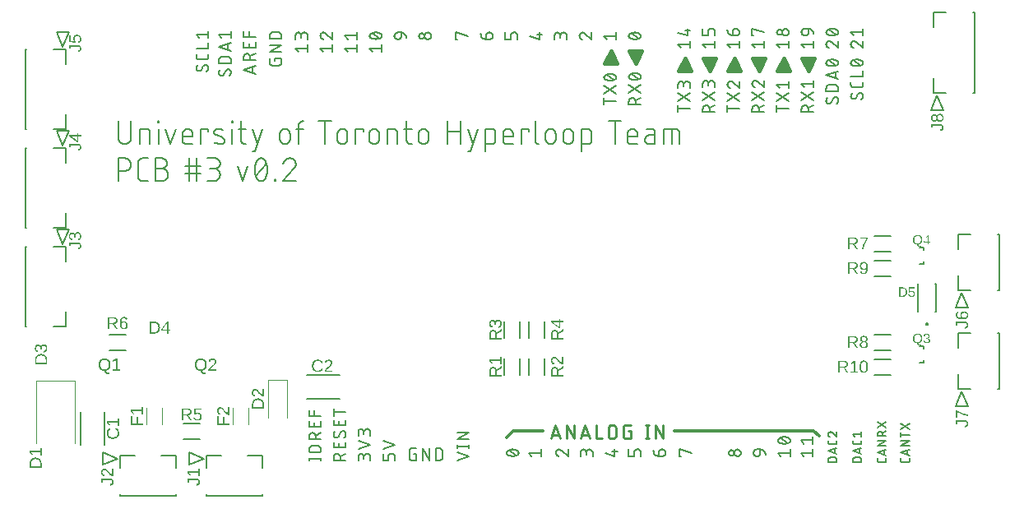
<source format=gbr>
G04 EAGLE Gerber RS-274X export*
G75*
%MOMM*%
%FSLAX34Y34*%
%LPD*%
%INSilkscreen Top*%
%IPPOS*%
%AMOC8*
5,1,8,0,0,1.08239X$1,22.5*%
G01*
G04 Define Apertures*
%ADD10C,0.203200*%
%ADD11C,0.152400*%
%ADD12C,0.304800*%
%ADD13C,0.406400*%
%ADD14C,0.254000*%
%ADD15C,0.177800*%
%ADD16C,0.127000*%
%ADD17C,0.120000*%
%ADD18C,0.150000*%
%ADD19C,0.200000*%
G36*
X186282Y35259D02*
X184942Y35259D01*
X184942Y32255D01*
X173941Y32255D01*
X173941Y30801D01*
X175947Y27884D01*
X177436Y27884D01*
X175448Y30669D01*
X184942Y30669D01*
X184942Y27525D01*
X186282Y27525D01*
X186282Y35259D01*
G37*
G36*
X183609Y17554D02*
X183976Y17657D01*
X184318Y17780D01*
X184634Y17923D01*
X184925Y18086D01*
X185191Y18269D01*
X185432Y18472D01*
X185647Y18694D01*
X185837Y18937D01*
X186001Y19199D01*
X186141Y19482D01*
X186255Y19784D01*
X186343Y20106D01*
X186407Y20449D01*
X186445Y20811D01*
X186457Y21193D01*
X186441Y21604D01*
X186393Y21993D01*
X186312Y22359D01*
X186200Y22704D01*
X186055Y23025D01*
X185878Y23324D01*
X185669Y23601D01*
X185428Y23855D01*
X185159Y24083D01*
X184866Y24281D01*
X184548Y24448D01*
X184207Y24584D01*
X183842Y24691D01*
X183453Y24767D01*
X183040Y24812D01*
X182603Y24827D01*
X173941Y24827D01*
X173941Y20790D01*
X175308Y20790D01*
X175308Y23163D01*
X182638Y23163D01*
X182932Y23155D01*
X183206Y23130D01*
X183463Y23089D01*
X183702Y23032D01*
X183922Y22958D01*
X184124Y22868D01*
X184308Y22761D01*
X184473Y22638D01*
X184620Y22500D01*
X184747Y22351D01*
X184855Y22189D01*
X184943Y22016D01*
X185012Y21830D01*
X185060Y21633D01*
X185090Y21423D01*
X185100Y21201D01*
X185091Y20998D01*
X185064Y20803D01*
X185020Y20617D01*
X184957Y20439D01*
X184877Y20271D01*
X184779Y20111D01*
X184664Y19960D01*
X184530Y19818D01*
X184381Y19686D01*
X184218Y19566D01*
X184041Y19459D01*
X183849Y19364D01*
X183644Y19282D01*
X183425Y19212D01*
X183192Y19154D01*
X182945Y19108D01*
X183217Y17470D01*
X183609Y17554D01*
G37*
G36*
X97382Y35233D02*
X96042Y35233D01*
X96042Y28795D01*
X95732Y28947D01*
X95417Y29141D01*
X95095Y29376D01*
X94768Y29653D01*
X94427Y29977D01*
X94066Y30352D01*
X93685Y30778D01*
X93283Y31256D01*
X92587Y32098D01*
X91989Y32791D01*
X91488Y33337D01*
X91085Y33735D01*
X90730Y34039D01*
X90375Y34303D01*
X90020Y34527D01*
X89666Y34711D01*
X89310Y34855D01*
X88954Y34958D01*
X88597Y35019D01*
X88238Y35040D01*
X87845Y35024D01*
X87474Y34977D01*
X87127Y34899D01*
X86803Y34789D01*
X86502Y34648D01*
X86224Y34476D01*
X85969Y34272D01*
X85738Y34037D01*
X85531Y33773D01*
X85352Y33482D01*
X85201Y33164D01*
X85077Y32819D01*
X84981Y32446D01*
X84912Y32048D01*
X84871Y31622D01*
X84857Y31169D01*
X84871Y30753D01*
X84912Y30358D01*
X84980Y29981D01*
X85076Y29624D01*
X85199Y29286D01*
X85350Y28967D01*
X85528Y28668D01*
X85733Y28388D01*
X85962Y28132D01*
X86209Y27904D01*
X86475Y27704D01*
X86760Y27533D01*
X87064Y27390D01*
X87387Y27275D01*
X87729Y27189D01*
X88089Y27131D01*
X88238Y28743D01*
X87998Y28779D01*
X87771Y28833D01*
X87558Y28904D01*
X87359Y28991D01*
X87174Y29095D01*
X87002Y29216D01*
X86845Y29354D01*
X86701Y29509D01*
X86573Y29678D01*
X86461Y29857D01*
X86367Y30048D01*
X86290Y30250D01*
X86231Y30463D01*
X86188Y30687D01*
X86162Y30922D01*
X86154Y31169D01*
X86162Y31426D01*
X86189Y31670D01*
X86232Y31898D01*
X86294Y32112D01*
X86373Y32312D01*
X86469Y32497D01*
X86583Y32668D01*
X86714Y32824D01*
X86861Y32964D01*
X87023Y33085D01*
X87199Y33187D01*
X87389Y33271D01*
X87593Y33336D01*
X87811Y33382D01*
X88044Y33410D01*
X88291Y33420D01*
X88657Y33398D01*
X89004Y33333D01*
X89332Y33225D01*
X89639Y33074D01*
X89934Y32887D01*
X90222Y32674D01*
X90503Y32434D01*
X90778Y32167D01*
X91321Y31573D01*
X91864Y30910D01*
X92430Y30211D01*
X93042Y29505D01*
X93369Y29154D01*
X93714Y28811D01*
X94078Y28477D01*
X94461Y28151D01*
X94868Y27842D01*
X95305Y27557D01*
X95772Y27297D01*
X96270Y27061D01*
X97382Y27061D01*
X97382Y35233D01*
G37*
G36*
X94709Y17554D02*
X95076Y17657D01*
X95418Y17780D01*
X95734Y17923D01*
X96025Y18086D01*
X96291Y18269D01*
X96532Y18472D01*
X96747Y18694D01*
X96937Y18937D01*
X97101Y19199D01*
X97241Y19482D01*
X97355Y19784D01*
X97443Y20106D01*
X97507Y20449D01*
X97545Y20811D01*
X97557Y21193D01*
X97541Y21604D01*
X97493Y21993D01*
X97412Y22359D01*
X97300Y22704D01*
X97155Y23025D01*
X96978Y23324D01*
X96769Y23601D01*
X96528Y23855D01*
X96259Y24083D01*
X95966Y24281D01*
X95648Y24448D01*
X95307Y24584D01*
X94942Y24691D01*
X94553Y24767D01*
X94140Y24812D01*
X93703Y24827D01*
X85041Y24827D01*
X85041Y20790D01*
X86408Y20790D01*
X86408Y23163D01*
X93738Y23163D01*
X94032Y23155D01*
X94306Y23130D01*
X94563Y23089D01*
X94802Y23032D01*
X95022Y22958D01*
X95224Y22868D01*
X95408Y22761D01*
X95573Y22638D01*
X95720Y22500D01*
X95847Y22351D01*
X95955Y22189D01*
X96043Y22016D01*
X96112Y21830D01*
X96160Y21633D01*
X96190Y21423D01*
X96200Y21201D01*
X96191Y20998D01*
X96164Y20803D01*
X96120Y20617D01*
X96057Y20439D01*
X95977Y20271D01*
X95879Y20111D01*
X95764Y19960D01*
X95630Y19818D01*
X95481Y19686D01*
X95318Y19566D01*
X95141Y19459D01*
X94949Y19364D01*
X94744Y19282D01*
X94525Y19212D01*
X94292Y19154D01*
X94045Y19108D01*
X94317Y17470D01*
X94709Y17554D01*
G37*
G36*
X23560Y40343D02*
X23548Y40783D01*
X23512Y41210D01*
X23453Y41624D01*
X23370Y42024D01*
X23262Y42412D01*
X23131Y42786D01*
X22977Y43148D01*
X22798Y43496D01*
X22597Y43828D01*
X22375Y44140D01*
X22132Y44433D01*
X21869Y44707D01*
X21584Y44961D01*
X21278Y45195D01*
X20952Y45411D01*
X20604Y45606D01*
X20239Y45781D01*
X19858Y45932D01*
X19463Y46060D01*
X19053Y46165D01*
X18628Y46246D01*
X18187Y46304D01*
X17733Y46339D01*
X17263Y46351D01*
X16905Y46344D01*
X16559Y46324D01*
X16222Y46291D01*
X15896Y46244D01*
X15580Y46185D01*
X15275Y46111D01*
X14980Y46025D01*
X14695Y45925D01*
X14421Y45812D01*
X14157Y45686D01*
X13904Y45546D01*
X13660Y45393D01*
X13428Y45226D01*
X13205Y45047D01*
X12993Y44854D01*
X12791Y44647D01*
X12601Y44429D01*
X12423Y44199D01*
X12257Y43958D01*
X12104Y43706D01*
X11962Y43443D01*
X11833Y43168D01*
X11717Y42883D01*
X11612Y42586D01*
X11520Y42278D01*
X11440Y41959D01*
X11373Y41628D01*
X11318Y41287D01*
X11275Y40934D01*
X11244Y40570D01*
X11225Y40195D01*
X11219Y39808D01*
X11219Y35727D01*
X23560Y35727D01*
X23560Y40343D01*
G37*
%LPC*%
G36*
X12559Y37400D02*
X12559Y39773D01*
X12578Y40351D01*
X12635Y40894D01*
X12729Y41402D01*
X12860Y41874D01*
X13030Y42312D01*
X13237Y42714D01*
X13481Y43081D01*
X13764Y43412D01*
X14082Y43707D01*
X14434Y43962D01*
X14820Y44178D01*
X15241Y44355D01*
X15695Y44493D01*
X16183Y44591D01*
X16706Y44650D01*
X17263Y44669D01*
X17637Y44661D01*
X17999Y44635D01*
X18349Y44592D01*
X18686Y44531D01*
X19010Y44454D01*
X19322Y44359D01*
X19621Y44247D01*
X19908Y44118D01*
X20180Y43972D01*
X20435Y43812D01*
X20675Y43637D01*
X20897Y43446D01*
X21104Y43241D01*
X21294Y43021D01*
X21467Y42786D01*
X21624Y42537D01*
X21764Y42274D01*
X21885Y42002D01*
X21987Y41719D01*
X22071Y41425D01*
X22136Y41122D01*
X22183Y40808D01*
X22211Y40484D01*
X22220Y40150D01*
X22220Y37400D01*
X12559Y37400D01*
G37*
%LPD*%
G36*
X23560Y56293D02*
X22220Y56293D01*
X22220Y53289D01*
X11219Y53289D01*
X11219Y51835D01*
X13225Y48918D01*
X14714Y48918D01*
X12726Y51704D01*
X22220Y51704D01*
X22220Y48559D01*
X23560Y48559D01*
X23560Y56293D01*
G37*
G36*
X252516Y101303D02*
X252504Y101743D01*
X252468Y102170D01*
X252409Y102584D01*
X252326Y102984D01*
X252218Y103372D01*
X252087Y103746D01*
X251933Y104108D01*
X251754Y104456D01*
X251553Y104788D01*
X251331Y105100D01*
X251088Y105393D01*
X250825Y105667D01*
X250540Y105921D01*
X250234Y106155D01*
X249908Y106371D01*
X249560Y106566D01*
X249195Y106741D01*
X248814Y106892D01*
X248419Y107020D01*
X248009Y107125D01*
X247584Y107206D01*
X247143Y107264D01*
X246689Y107299D01*
X246219Y107311D01*
X245861Y107304D01*
X245515Y107284D01*
X245178Y107251D01*
X244852Y107204D01*
X244536Y107145D01*
X244231Y107071D01*
X243936Y106985D01*
X243651Y106885D01*
X243377Y106772D01*
X243113Y106646D01*
X242860Y106506D01*
X242616Y106353D01*
X242384Y106186D01*
X242161Y106007D01*
X241949Y105814D01*
X241747Y105607D01*
X241557Y105389D01*
X241379Y105159D01*
X241213Y104918D01*
X241060Y104666D01*
X240918Y104403D01*
X240789Y104128D01*
X240673Y103843D01*
X240568Y103546D01*
X240476Y103238D01*
X240396Y102919D01*
X240329Y102588D01*
X240274Y102247D01*
X240231Y101894D01*
X240200Y101530D01*
X240181Y101155D01*
X240175Y100768D01*
X240175Y96687D01*
X252516Y96687D01*
X252516Y101303D01*
G37*
%LPC*%
G36*
X241515Y98360D02*
X241515Y100733D01*
X241534Y101311D01*
X241591Y101854D01*
X241685Y102362D01*
X241816Y102834D01*
X241986Y103272D01*
X242193Y103674D01*
X242437Y104041D01*
X242720Y104372D01*
X243038Y104667D01*
X243390Y104922D01*
X243776Y105138D01*
X244197Y105315D01*
X244651Y105453D01*
X245139Y105551D01*
X245662Y105610D01*
X246219Y105629D01*
X246593Y105621D01*
X246955Y105595D01*
X247305Y105552D01*
X247642Y105491D01*
X247966Y105414D01*
X248278Y105319D01*
X248577Y105207D01*
X248864Y105078D01*
X249136Y104932D01*
X249391Y104772D01*
X249631Y104597D01*
X249853Y104406D01*
X250060Y104201D01*
X250250Y103981D01*
X250423Y103746D01*
X250580Y103497D01*
X250720Y103234D01*
X250841Y102962D01*
X250943Y102679D01*
X251027Y102385D01*
X251092Y102082D01*
X251139Y101768D01*
X251167Y101444D01*
X251176Y101110D01*
X251176Y98360D01*
X241515Y98360D01*
G37*
%LPD*%
G36*
X252516Y117227D02*
X251176Y117227D01*
X251176Y110789D01*
X250866Y110941D01*
X250551Y111135D01*
X250229Y111371D01*
X249902Y111648D01*
X249561Y111971D01*
X249200Y112346D01*
X248819Y112772D01*
X248417Y113250D01*
X247721Y114092D01*
X247123Y114785D01*
X246622Y115331D01*
X246219Y115729D01*
X245864Y116033D01*
X245509Y116297D01*
X245154Y116521D01*
X244800Y116706D01*
X244444Y116849D01*
X244088Y116952D01*
X243731Y117014D01*
X243372Y117034D01*
X242979Y117018D01*
X242608Y116971D01*
X242261Y116893D01*
X241937Y116783D01*
X241636Y116642D01*
X241358Y116470D01*
X241103Y116266D01*
X240872Y116031D01*
X240665Y115767D01*
X240486Y115476D01*
X240335Y115158D01*
X240211Y114813D01*
X240115Y114441D01*
X240046Y114042D01*
X240005Y113616D01*
X239991Y113163D01*
X240005Y112748D01*
X240046Y112352D01*
X240114Y111975D01*
X240210Y111618D01*
X240333Y111280D01*
X240484Y110961D01*
X240662Y110662D01*
X240867Y110382D01*
X241096Y110126D01*
X241343Y109898D01*
X241609Y109698D01*
X241894Y109527D01*
X242198Y109384D01*
X242521Y109269D01*
X242863Y109183D01*
X243223Y109125D01*
X243372Y110737D01*
X243132Y110774D01*
X242905Y110827D01*
X242692Y110898D01*
X242493Y110985D01*
X242308Y111089D01*
X242136Y111210D01*
X241979Y111348D01*
X241835Y111503D01*
X241707Y111672D01*
X241595Y111851D01*
X241501Y112042D01*
X241424Y112244D01*
X241365Y112457D01*
X241322Y112681D01*
X241296Y112917D01*
X241288Y113163D01*
X241296Y113420D01*
X241323Y113664D01*
X241366Y113892D01*
X241428Y114107D01*
X241507Y114306D01*
X241603Y114491D01*
X241717Y114662D01*
X241848Y114818D01*
X241995Y114958D01*
X242157Y115079D01*
X242333Y115181D01*
X242523Y115265D01*
X242727Y115330D01*
X242945Y115377D01*
X243178Y115404D01*
X243425Y115414D01*
X243791Y115392D01*
X244138Y115327D01*
X244466Y115219D01*
X244773Y115068D01*
X245068Y114881D01*
X245356Y114668D01*
X245637Y114428D01*
X245912Y114161D01*
X246455Y113567D01*
X246998Y112904D01*
X247564Y112205D01*
X248176Y111499D01*
X248503Y111148D01*
X248848Y110806D01*
X249212Y110471D01*
X249595Y110145D01*
X250002Y109836D01*
X250439Y109551D01*
X250906Y109291D01*
X251404Y109055D01*
X252516Y109055D01*
X252516Y117227D01*
G37*
G36*
X29210Y147057D02*
X29198Y147497D01*
X29162Y147924D01*
X29103Y148338D01*
X29020Y148739D01*
X28912Y149126D01*
X28781Y149501D01*
X28627Y149862D01*
X28448Y150210D01*
X28247Y150542D01*
X28025Y150855D01*
X27782Y151148D01*
X27519Y151421D01*
X27234Y151675D01*
X26928Y151910D01*
X26602Y152125D01*
X26254Y152321D01*
X25889Y152496D01*
X25508Y152647D01*
X25113Y152775D01*
X24703Y152879D01*
X24278Y152961D01*
X23837Y153019D01*
X23383Y153054D01*
X22913Y153066D01*
X22555Y153059D01*
X22209Y153039D01*
X21872Y153006D01*
X21546Y152959D01*
X21230Y152899D01*
X20925Y152826D01*
X20630Y152739D01*
X20345Y152640D01*
X20071Y152527D01*
X19807Y152400D01*
X19554Y152260D01*
X19310Y152107D01*
X19078Y151941D01*
X18855Y151761D01*
X18643Y151568D01*
X18441Y151362D01*
X18251Y151143D01*
X18073Y150914D01*
X17907Y150673D01*
X17754Y150421D01*
X17612Y150157D01*
X17483Y149883D01*
X17367Y149597D01*
X17262Y149300D01*
X17170Y148992D01*
X17090Y148673D01*
X17023Y148343D01*
X16968Y148001D01*
X16925Y147648D01*
X16894Y147284D01*
X16875Y146909D01*
X16869Y146523D01*
X16869Y142441D01*
X29210Y142441D01*
X29210Y147057D01*
G37*
%LPC*%
G36*
X18209Y144114D02*
X18209Y146488D01*
X18228Y147066D01*
X18285Y147609D01*
X18379Y148116D01*
X18510Y148589D01*
X18680Y149026D01*
X18887Y149428D01*
X19131Y149795D01*
X19414Y150127D01*
X19732Y150422D01*
X20084Y150677D01*
X20470Y150893D01*
X20891Y151070D01*
X21345Y151207D01*
X21833Y151305D01*
X22356Y151364D01*
X22913Y151384D01*
X23287Y151375D01*
X23649Y151349D01*
X23999Y151306D01*
X24336Y151246D01*
X24660Y151168D01*
X24972Y151074D01*
X25271Y150961D01*
X25558Y150832D01*
X25830Y150687D01*
X26085Y150526D01*
X26325Y150351D01*
X26547Y150161D01*
X26754Y149956D01*
X26944Y149736D01*
X27117Y149501D01*
X27274Y149251D01*
X27414Y148989D01*
X27535Y148716D01*
X27637Y148433D01*
X27721Y148140D01*
X27786Y147836D01*
X27833Y147523D01*
X27861Y147199D01*
X27870Y146865D01*
X27870Y144114D01*
X18209Y144114D01*
G37*
%LPD*%
G36*
X26441Y154657D02*
X26816Y154752D01*
X27167Y154876D01*
X27492Y155027D01*
X27792Y155208D01*
X28067Y155416D01*
X28316Y155653D01*
X28540Y155918D01*
X28738Y156209D01*
X28910Y156523D01*
X29055Y156862D01*
X29174Y157224D01*
X29266Y157609D01*
X29332Y158019D01*
X29372Y158452D01*
X29385Y158909D01*
X29371Y159398D01*
X29327Y159858D01*
X29253Y160289D01*
X29151Y160691D01*
X29019Y161064D01*
X28858Y161408D01*
X28668Y161723D01*
X28448Y162009D01*
X28202Y162264D01*
X27931Y162484D01*
X27637Y162671D01*
X27318Y162824D01*
X26976Y162942D01*
X26609Y163027D01*
X26218Y163078D01*
X25803Y163095D01*
X25514Y163083D01*
X25237Y163047D01*
X24973Y162987D01*
X24721Y162903D01*
X24482Y162794D01*
X24256Y162662D01*
X24042Y162505D01*
X23841Y162324D01*
X23656Y162122D01*
X23491Y161901D01*
X23345Y161660D01*
X23219Y161400D01*
X23113Y161122D01*
X23026Y160823D01*
X22960Y160506D01*
X22913Y160170D01*
X22878Y160170D01*
X22804Y160476D01*
X22716Y160763D01*
X22613Y161031D01*
X22496Y161281D01*
X22363Y161512D01*
X22215Y161724D01*
X22052Y161918D01*
X21875Y162092D01*
X21683Y162247D01*
X21477Y162382D01*
X21257Y162495D01*
X21024Y162588D01*
X20777Y162661D01*
X20516Y162712D01*
X20241Y162743D01*
X19952Y162754D01*
X19577Y162738D01*
X19224Y162689D01*
X18892Y162609D01*
X18580Y162496D01*
X18291Y162352D01*
X18022Y162175D01*
X17774Y161966D01*
X17548Y161725D01*
X17346Y161454D01*
X17171Y161158D01*
X17022Y160836D01*
X16901Y160488D01*
X16807Y160115D01*
X16739Y159715D01*
X16699Y159290D01*
X16685Y158839D01*
X16699Y158423D01*
X16738Y158028D01*
X16805Y157651D01*
X16898Y157294D01*
X17017Y156956D01*
X17163Y156637D01*
X17336Y156338D01*
X17535Y156058D01*
X17758Y155801D01*
X18001Y155574D01*
X18266Y155374D01*
X18551Y155203D01*
X18857Y155060D01*
X19184Y154945D01*
X19531Y154859D01*
X19900Y154801D01*
X20022Y156386D01*
X19786Y156421D01*
X19564Y156472D01*
X19355Y156541D01*
X19160Y156626D01*
X18978Y156728D01*
X18810Y156847D01*
X18656Y156983D01*
X18516Y157135D01*
X18391Y157302D01*
X18282Y157482D01*
X18190Y157674D01*
X18115Y157878D01*
X18057Y158095D01*
X18015Y158325D01*
X17990Y158567D01*
X17982Y158821D01*
X17991Y159099D01*
X18017Y159359D01*
X18062Y159602D01*
X18125Y159827D01*
X18206Y160035D01*
X18304Y160224D01*
X18421Y160396D01*
X18555Y160551D01*
X18705Y160687D01*
X18868Y160806D01*
X19044Y160906D01*
X19233Y160988D01*
X19435Y161051D01*
X19650Y161097D01*
X19878Y161124D01*
X20119Y161133D01*
X20362Y161122D01*
X20591Y161089D01*
X20807Y161033D01*
X21009Y160955D01*
X21197Y160854D01*
X21373Y160732D01*
X21534Y160587D01*
X21682Y160419D01*
X21814Y160232D01*
X21929Y160026D01*
X22026Y159802D01*
X22106Y159560D01*
X22168Y159300D01*
X22212Y159021D01*
X22238Y158724D01*
X22247Y158409D01*
X22247Y157551D01*
X23613Y157551D01*
X23613Y158444D01*
X23622Y158799D01*
X23649Y159133D01*
X23693Y159445D01*
X23755Y159735D01*
X23834Y160004D01*
X23931Y160252D01*
X24046Y160478D01*
X24178Y160682D01*
X24326Y160864D01*
X24488Y161021D01*
X24664Y161155D01*
X24854Y161264D01*
X25057Y161348D01*
X25274Y161409D01*
X25506Y161445D01*
X25750Y161457D01*
X26031Y161447D01*
X26293Y161415D01*
X26537Y161362D01*
X26764Y161288D01*
X26973Y161192D01*
X27164Y161076D01*
X27338Y160938D01*
X27493Y160779D01*
X27631Y160601D01*
X27750Y160407D01*
X27851Y160197D01*
X27933Y159972D01*
X27998Y159730D01*
X28044Y159472D01*
X28071Y159198D01*
X28080Y158909D01*
X28072Y158620D01*
X28046Y158347D01*
X28003Y158091D01*
X27943Y157850D01*
X27866Y157626D01*
X27772Y157418D01*
X27661Y157226D01*
X27533Y157050D01*
X27387Y156890D01*
X27225Y156746D01*
X27045Y156618D01*
X26849Y156506D01*
X26635Y156410D01*
X26404Y156331D01*
X26156Y156267D01*
X25891Y156220D01*
X26039Y154591D01*
X26441Y154657D01*
G37*
G36*
X139877Y174002D02*
X140304Y174038D01*
X140718Y174097D01*
X141119Y174180D01*
X141506Y174288D01*
X141881Y174419D01*
X142242Y174573D01*
X142590Y174752D01*
X142922Y174953D01*
X143235Y175175D01*
X143528Y175418D01*
X143801Y175681D01*
X144055Y175966D01*
X144290Y176272D01*
X144505Y176598D01*
X144701Y176946D01*
X144876Y177311D01*
X145027Y177692D01*
X145155Y178087D01*
X145259Y178497D01*
X145341Y178922D01*
X145399Y179363D01*
X145434Y179818D01*
X145446Y180287D01*
X145439Y180645D01*
X145419Y180991D01*
X145386Y181328D01*
X145339Y181654D01*
X145279Y181970D01*
X145206Y182275D01*
X145119Y182570D01*
X145020Y182855D01*
X144907Y183129D01*
X144780Y183393D01*
X144640Y183646D01*
X144487Y183890D01*
X144321Y184122D01*
X144141Y184345D01*
X143948Y184557D01*
X143742Y184759D01*
X143523Y184949D01*
X143294Y185127D01*
X143053Y185293D01*
X142801Y185446D01*
X142537Y185588D01*
X142263Y185717D01*
X141977Y185833D01*
X141680Y185938D01*
X141372Y186030D01*
X141053Y186110D01*
X140723Y186177D01*
X140381Y186233D01*
X140028Y186276D01*
X139664Y186306D01*
X139289Y186325D01*
X138903Y186331D01*
X134821Y186331D01*
X134821Y173990D01*
X139437Y173990D01*
X139877Y174002D01*
G37*
%LPC*%
G36*
X136494Y175330D02*
X136494Y184991D01*
X138868Y184991D01*
X139446Y184972D01*
X139989Y184915D01*
X140496Y184821D01*
X140969Y184690D01*
X141406Y184520D01*
X141808Y184313D01*
X142175Y184069D01*
X142507Y183786D01*
X142802Y183468D01*
X143057Y183116D01*
X143273Y182730D01*
X143450Y182310D01*
X143587Y181855D01*
X143685Y181367D01*
X143744Y180844D01*
X143764Y180287D01*
X143755Y179913D01*
X143729Y179551D01*
X143686Y179201D01*
X143626Y178864D01*
X143548Y178540D01*
X143454Y178228D01*
X143341Y177929D01*
X143212Y177642D01*
X143067Y177370D01*
X142906Y177115D01*
X142731Y176875D01*
X142541Y176653D01*
X142336Y176446D01*
X142116Y176256D01*
X141881Y176083D01*
X141631Y175926D01*
X141369Y175786D01*
X141096Y175665D01*
X140813Y175563D01*
X140520Y175479D01*
X140216Y175414D01*
X139903Y175367D01*
X139579Y175339D01*
X139245Y175330D01*
X136494Y175330D01*
G37*
%LPD*%
G36*
X154004Y176784D02*
X155738Y176784D01*
X155738Y178028D01*
X154004Y178028D01*
X154004Y186331D01*
X152348Y186331D01*
X146699Y178010D01*
X146699Y176784D01*
X152515Y176784D01*
X152515Y173990D01*
X154004Y173990D01*
X154004Y176784D01*
G37*
%LPC*%
G36*
X148153Y178028D02*
X148293Y178203D01*
X148766Y178851D01*
X151928Y183511D01*
X152270Y184089D01*
X152515Y184553D01*
X152515Y178028D01*
X148153Y178028D01*
G37*
%LPD*%
G36*
X91852Y132513D02*
X92238Y132549D01*
X92632Y132609D01*
X93035Y132693D01*
X93035Y133867D01*
X92520Y133781D01*
X92271Y133760D01*
X92028Y133753D01*
X91809Y133761D01*
X91600Y133784D01*
X91401Y133822D01*
X91212Y133876D01*
X91032Y133945D01*
X90862Y134029D01*
X90702Y134128D01*
X90552Y134243D01*
X90410Y134376D01*
X90274Y134527D01*
X90146Y134698D01*
X90025Y134887D01*
X89804Y135324D01*
X89610Y135837D01*
X90179Y135936D01*
X90715Y136077D01*
X91220Y136261D01*
X91693Y136488D01*
X92133Y136758D01*
X92542Y137071D01*
X92918Y137427D01*
X93263Y137826D01*
X93570Y138261D01*
X93837Y138724D01*
X94063Y139217D01*
X94248Y139739D01*
X94392Y140290D01*
X94494Y140870D01*
X94556Y141479D01*
X94576Y142117D01*
X94565Y142595D01*
X94531Y143057D01*
X94473Y143503D01*
X94393Y143933D01*
X94291Y144346D01*
X94165Y144743D01*
X94016Y145124D01*
X93845Y145489D01*
X93652Y145836D01*
X93439Y146161D01*
X93205Y146465D01*
X92951Y146747D01*
X92676Y147009D01*
X92381Y147249D01*
X92066Y147468D01*
X91730Y147666D01*
X91376Y147841D01*
X91007Y147993D01*
X90622Y148122D01*
X90221Y148228D01*
X89805Y148309D01*
X89373Y148368D01*
X88926Y148403D01*
X88463Y148415D01*
X88107Y148408D01*
X87760Y148389D01*
X87424Y148356D01*
X87097Y148310D01*
X86780Y148252D01*
X86474Y148180D01*
X86177Y148095D01*
X85890Y147998D01*
X85613Y147887D01*
X85346Y147763D01*
X85089Y147626D01*
X84842Y147476D01*
X84604Y147313D01*
X84377Y147137D01*
X83952Y146746D01*
X83572Y146309D01*
X83243Y145831D01*
X83098Y145577D01*
X82965Y145313D01*
X82845Y145039D01*
X82737Y144755D01*
X82642Y144460D01*
X82560Y144156D01*
X82490Y143841D01*
X82433Y143517D01*
X82389Y143182D01*
X82357Y142837D01*
X82338Y142482D01*
X82332Y142117D01*
X82342Y141658D01*
X82373Y141213D01*
X82425Y140782D01*
X82497Y140365D01*
X82590Y139962D01*
X82704Y139573D01*
X82838Y139198D01*
X82993Y138837D01*
X83168Y138493D01*
X83361Y138169D01*
X83573Y137864D01*
X83803Y137578D01*
X84052Y137312D01*
X84320Y137065D01*
X84606Y136838D01*
X84911Y136630D01*
X85233Y136443D01*
X85570Y136278D01*
X85921Y136135D01*
X86287Y136014D01*
X86669Y135915D01*
X87065Y135838D01*
X87476Y135783D01*
X87902Y135750D01*
X88043Y135328D01*
X88193Y134937D01*
X88353Y134577D01*
X88523Y134249D01*
X88703Y133952D01*
X88892Y133686D01*
X89091Y133452D01*
X89299Y133249D01*
X89520Y133074D01*
X89756Y132922D01*
X90006Y132793D01*
X90270Y132688D01*
X90550Y132606D01*
X90844Y132547D01*
X91152Y132512D01*
X91476Y132500D01*
X91852Y132513D01*
G37*
%LPC*%
G36*
X87941Y137094D02*
X87464Y137158D01*
X87016Y137264D01*
X86596Y137413D01*
X86205Y137604D01*
X85842Y137839D01*
X85507Y138115D01*
X85200Y138434D01*
X84926Y138790D01*
X84689Y139175D01*
X84488Y139591D01*
X84323Y140036D01*
X84195Y140511D01*
X84104Y141017D01*
X84049Y141552D01*
X84031Y142117D01*
X84049Y142686D01*
X84103Y143221D01*
X84194Y143725D01*
X84320Y144195D01*
X84483Y144633D01*
X84681Y145039D01*
X84916Y145412D01*
X85187Y145752D01*
X85491Y146056D01*
X85825Y146319D01*
X86190Y146542D01*
X86584Y146724D01*
X87009Y146866D01*
X87463Y146967D01*
X87948Y147028D01*
X88463Y147048D01*
X88974Y147028D01*
X89454Y146966D01*
X89906Y146864D01*
X90327Y146720D01*
X90719Y146535D01*
X91081Y146309D01*
X91414Y146043D01*
X91717Y145735D01*
X91987Y145391D01*
X92221Y145016D01*
X92418Y144610D01*
X92580Y144173D01*
X92706Y143706D01*
X92796Y143207D01*
X92850Y142678D01*
X92868Y142117D01*
X92851Y141532D01*
X92797Y140981D01*
X92708Y140464D01*
X92583Y139981D01*
X92422Y139533D01*
X92225Y139118D01*
X91993Y138737D01*
X91725Y138391D01*
X91424Y138082D01*
X91092Y137814D01*
X90728Y137587D01*
X90334Y137402D01*
X89908Y137258D01*
X89452Y137155D01*
X88964Y137093D01*
X88445Y137072D01*
X87941Y137094D01*
G37*
%LPD*%
G36*
X104520Y137230D02*
X101516Y137230D01*
X101516Y148231D01*
X100062Y148231D01*
X97145Y146225D01*
X97145Y144736D01*
X99930Y146724D01*
X99930Y137230D01*
X96786Y137230D01*
X96786Y135890D01*
X104520Y135890D01*
X104520Y137230D01*
G37*
G36*
X190912Y132513D02*
X191298Y132549D01*
X191692Y132609D01*
X192095Y132693D01*
X192095Y133867D01*
X191580Y133781D01*
X191331Y133760D01*
X191088Y133753D01*
X190869Y133761D01*
X190660Y133784D01*
X190461Y133822D01*
X190272Y133876D01*
X190092Y133945D01*
X189922Y134029D01*
X189762Y134128D01*
X189612Y134243D01*
X189470Y134376D01*
X189334Y134527D01*
X189206Y134698D01*
X189085Y134887D01*
X188864Y135324D01*
X188670Y135837D01*
X189239Y135936D01*
X189775Y136077D01*
X190280Y136261D01*
X190753Y136488D01*
X191193Y136758D01*
X191602Y137071D01*
X191978Y137427D01*
X192323Y137826D01*
X192630Y138261D01*
X192897Y138724D01*
X193123Y139217D01*
X193308Y139739D01*
X193452Y140290D01*
X193554Y140870D01*
X193616Y141479D01*
X193636Y142117D01*
X193625Y142595D01*
X193591Y143057D01*
X193533Y143503D01*
X193453Y143933D01*
X193351Y144346D01*
X193225Y144743D01*
X193076Y145124D01*
X192905Y145489D01*
X192712Y145836D01*
X192499Y146161D01*
X192265Y146465D01*
X192011Y146747D01*
X191736Y147009D01*
X191441Y147249D01*
X191126Y147468D01*
X190790Y147666D01*
X190436Y147841D01*
X190067Y147993D01*
X189682Y148122D01*
X189281Y148228D01*
X188865Y148309D01*
X188433Y148368D01*
X187986Y148403D01*
X187523Y148415D01*
X187167Y148408D01*
X186820Y148389D01*
X186484Y148356D01*
X186157Y148310D01*
X185840Y148252D01*
X185534Y148180D01*
X185237Y148095D01*
X184950Y147998D01*
X184673Y147887D01*
X184406Y147763D01*
X184149Y147626D01*
X183902Y147476D01*
X183664Y147313D01*
X183437Y147137D01*
X183012Y146746D01*
X182632Y146309D01*
X182303Y145831D01*
X182158Y145577D01*
X182025Y145313D01*
X181905Y145039D01*
X181797Y144755D01*
X181702Y144460D01*
X181620Y144156D01*
X181550Y143841D01*
X181493Y143517D01*
X181449Y143182D01*
X181417Y142837D01*
X181398Y142482D01*
X181392Y142117D01*
X181402Y141658D01*
X181433Y141213D01*
X181485Y140782D01*
X181557Y140365D01*
X181650Y139962D01*
X181764Y139573D01*
X181898Y139198D01*
X182053Y138837D01*
X182228Y138493D01*
X182421Y138169D01*
X182633Y137864D01*
X182863Y137578D01*
X183112Y137312D01*
X183380Y137065D01*
X183666Y136838D01*
X183971Y136630D01*
X184293Y136443D01*
X184630Y136278D01*
X184981Y136135D01*
X185347Y136014D01*
X185729Y135915D01*
X186125Y135838D01*
X186536Y135783D01*
X186962Y135750D01*
X187103Y135328D01*
X187253Y134937D01*
X187413Y134577D01*
X187583Y134249D01*
X187763Y133952D01*
X187952Y133686D01*
X188151Y133452D01*
X188359Y133249D01*
X188580Y133074D01*
X188816Y132922D01*
X189066Y132793D01*
X189330Y132688D01*
X189610Y132606D01*
X189904Y132547D01*
X190212Y132512D01*
X190536Y132500D01*
X190912Y132513D01*
G37*
%LPC*%
G36*
X187001Y137094D02*
X186524Y137158D01*
X186076Y137264D01*
X185656Y137413D01*
X185265Y137604D01*
X184902Y137839D01*
X184567Y138115D01*
X184260Y138434D01*
X183986Y138790D01*
X183749Y139175D01*
X183548Y139591D01*
X183383Y140036D01*
X183255Y140511D01*
X183164Y141017D01*
X183109Y141552D01*
X183091Y142117D01*
X183109Y142686D01*
X183163Y143221D01*
X183254Y143725D01*
X183380Y144195D01*
X183543Y144633D01*
X183741Y145039D01*
X183976Y145412D01*
X184247Y145752D01*
X184551Y146056D01*
X184885Y146319D01*
X185250Y146542D01*
X185644Y146724D01*
X186069Y146866D01*
X186523Y146967D01*
X187008Y147028D01*
X187523Y147048D01*
X188034Y147028D01*
X188514Y146966D01*
X188966Y146864D01*
X189387Y146720D01*
X189779Y146535D01*
X190141Y146309D01*
X190474Y146043D01*
X190777Y145735D01*
X191047Y145391D01*
X191281Y145016D01*
X191478Y144610D01*
X191640Y144173D01*
X191766Y143706D01*
X191856Y143207D01*
X191910Y142678D01*
X191928Y142117D01*
X191911Y141532D01*
X191857Y140981D01*
X191768Y140464D01*
X191643Y139981D01*
X191482Y139533D01*
X191285Y139118D01*
X191053Y138737D01*
X190785Y138391D01*
X190484Y138082D01*
X190152Y137814D01*
X189788Y137587D01*
X189394Y137402D01*
X188968Y137258D01*
X188512Y137155D01*
X188024Y137093D01*
X187505Y137072D01*
X187001Y137094D01*
G37*
%LPD*%
G36*
X203554Y137230D02*
X197116Y137230D01*
X197268Y137540D01*
X197462Y137855D01*
X197697Y138177D01*
X197974Y138504D01*
X198298Y138845D01*
X198673Y139206D01*
X199099Y139587D01*
X199577Y139989D01*
X200419Y140685D01*
X201112Y141283D01*
X201658Y141784D01*
X202056Y142187D01*
X202360Y142542D01*
X202624Y142897D01*
X202848Y143252D01*
X203033Y143606D01*
X203176Y143962D01*
X203279Y144318D01*
X203340Y144675D01*
X203361Y145034D01*
X203345Y145427D01*
X203298Y145798D01*
X203220Y146145D01*
X203110Y146469D01*
X202969Y146770D01*
X202797Y147048D01*
X202593Y147303D01*
X202358Y147534D01*
X202094Y147741D01*
X201803Y147920D01*
X201485Y148071D01*
X201140Y148195D01*
X200768Y148291D01*
X200369Y148360D01*
X199943Y148401D01*
X199490Y148415D01*
X199075Y148401D01*
X198679Y148360D01*
X198302Y148292D01*
X197945Y148196D01*
X197607Y148073D01*
X197288Y147922D01*
X196989Y147744D01*
X196709Y147539D01*
X196453Y147310D01*
X196225Y147063D01*
X196025Y146797D01*
X195854Y146512D01*
X195711Y146208D01*
X195596Y145885D01*
X195510Y145543D01*
X195452Y145183D01*
X197064Y145034D01*
X197100Y145274D01*
X197154Y145501D01*
X197225Y145714D01*
X197312Y145913D01*
X197416Y146098D01*
X197537Y146270D01*
X197675Y146427D01*
X197830Y146571D01*
X197999Y146699D01*
X198178Y146811D01*
X198369Y146905D01*
X198571Y146982D01*
X198784Y147041D01*
X199008Y147084D01*
X199243Y147110D01*
X199490Y147118D01*
X199747Y147110D01*
X199991Y147083D01*
X200219Y147040D01*
X200433Y146978D01*
X200633Y146899D01*
X200818Y146803D01*
X200989Y146689D01*
X201145Y146558D01*
X201285Y146411D01*
X201406Y146249D01*
X201508Y146073D01*
X201592Y145883D01*
X201657Y145679D01*
X201703Y145461D01*
X201731Y145228D01*
X201741Y144981D01*
X201719Y144615D01*
X201654Y144268D01*
X201546Y143940D01*
X201395Y143633D01*
X201208Y143338D01*
X200995Y143050D01*
X200755Y142769D01*
X200488Y142494D01*
X199894Y141951D01*
X199231Y141408D01*
X198532Y140842D01*
X197826Y140230D01*
X197475Y139903D01*
X197133Y139558D01*
X196798Y139194D01*
X196472Y138811D01*
X196163Y138404D01*
X195878Y137967D01*
X195618Y137500D01*
X195382Y137002D01*
X195382Y135890D01*
X203554Y135890D01*
X203554Y137230D01*
G37*
G36*
X169480Y89825D02*
X173325Y89825D01*
X176530Y84701D01*
X178457Y84701D01*
X176445Y87754D01*
X174954Y90017D01*
X175297Y90090D01*
X175621Y90183D01*
X175926Y90299D01*
X176212Y90436D01*
X176368Y90528D01*
X176479Y90594D01*
X176727Y90775D01*
X176955Y90976D01*
X177165Y91200D01*
X177353Y91441D01*
X177516Y91696D01*
X177654Y91964D01*
X177766Y92246D01*
X177854Y92542D01*
X177917Y92852D01*
X177954Y93175D01*
X177967Y93512D01*
X177949Y93917D01*
X177896Y94298D01*
X177807Y94657D01*
X177683Y94993D01*
X177524Y95307D01*
X177329Y95597D01*
X177098Y95864D01*
X176833Y96109D01*
X176534Y96328D01*
X176206Y96517D01*
X175848Y96677D01*
X175461Y96809D01*
X175044Y96911D01*
X174597Y96983D01*
X174120Y97027D01*
X173614Y97042D01*
X167807Y97042D01*
X167807Y84701D01*
X169480Y84701D01*
X169480Y89825D01*
G37*
%LPC*%
G36*
X169480Y91147D02*
X169480Y95702D01*
X173447Y95702D01*
X173781Y95693D01*
X174095Y95666D01*
X174388Y95622D01*
X174661Y95561D01*
X174915Y95481D01*
X175148Y95384D01*
X175361Y95269D01*
X175554Y95137D01*
X175725Y94988D01*
X175874Y94822D01*
X175999Y94641D01*
X176102Y94444D01*
X176182Y94231D01*
X176239Y94001D01*
X176274Y93756D01*
X176285Y93495D01*
X176274Y93224D01*
X176240Y92969D01*
X176184Y92730D01*
X176104Y92506D01*
X176003Y92297D01*
X175879Y92104D01*
X175732Y91927D01*
X175563Y91765D01*
X175373Y91620D01*
X175164Y91495D01*
X174936Y91388D01*
X174690Y91302D01*
X174425Y91234D01*
X174141Y91186D01*
X173839Y91157D01*
X173517Y91147D01*
X169480Y91147D01*
G37*
%LPD*%
G36*
X184617Y84543D02*
X185089Y84596D01*
X185534Y84684D01*
X185950Y84806D01*
X186339Y84964D01*
X186699Y85156D01*
X187031Y85384D01*
X187335Y85647D01*
X187607Y85940D01*
X187843Y86259D01*
X188042Y86605D01*
X188206Y86976D01*
X188332Y87373D01*
X188423Y87797D01*
X188478Y88246D01*
X188496Y88721D01*
X188479Y89140D01*
X188428Y89539D01*
X188344Y89918D01*
X188225Y90276D01*
X188073Y90614D01*
X187887Y90932D01*
X187667Y91229D01*
X187414Y91506D01*
X187132Y91757D01*
X186827Y91974D01*
X186499Y92158D01*
X186147Y92308D01*
X185773Y92425D01*
X185375Y92508D01*
X184954Y92558D01*
X184511Y92575D01*
X184137Y92563D01*
X183780Y92526D01*
X183438Y92464D01*
X183111Y92378D01*
X182801Y92267D01*
X182505Y92132D01*
X182226Y91971D01*
X181962Y91787D01*
X182198Y95702D01*
X187777Y95702D01*
X187777Y97042D01*
X180762Y97042D01*
X180350Y90403D01*
X181892Y90403D01*
X182168Y90626D01*
X182443Y90814D01*
X182719Y90968D01*
X182995Y91086D01*
X183277Y91174D01*
X183569Y91237D01*
X183872Y91275D01*
X184186Y91287D01*
X184485Y91276D01*
X184768Y91243D01*
X185035Y91186D01*
X185287Y91108D01*
X185522Y91007D01*
X185742Y90883D01*
X185947Y90738D01*
X186135Y90569D01*
X186305Y90383D01*
X186451Y90182D01*
X186576Y89968D01*
X186677Y89739D01*
X186756Y89497D01*
X186813Y89241D01*
X186847Y88970D01*
X186858Y88686D01*
X186847Y88360D01*
X186813Y88052D01*
X186757Y87762D01*
X186678Y87490D01*
X186577Y87235D01*
X186454Y86999D01*
X186308Y86780D01*
X186140Y86580D01*
X185951Y86400D01*
X185746Y86244D01*
X185523Y86113D01*
X185283Y86005D01*
X185026Y85921D01*
X184752Y85861D01*
X184460Y85825D01*
X184151Y85813D01*
X183899Y85820D01*
X183659Y85842D01*
X183431Y85878D01*
X183216Y85928D01*
X183013Y85992D01*
X182822Y86071D01*
X182643Y86164D01*
X182476Y86271D01*
X182322Y86393D01*
X182180Y86528D01*
X182050Y86679D01*
X181933Y86843D01*
X181827Y87022D01*
X181734Y87215D01*
X181654Y87422D01*
X181585Y87644D01*
X179991Y87460D01*
X180073Y87114D01*
X180180Y86788D01*
X180311Y86484D01*
X180466Y86201D01*
X180646Y85939D01*
X180850Y85698D01*
X181078Y85478D01*
X181331Y85279D01*
X181607Y85103D01*
X181903Y84950D01*
X182220Y84820D01*
X182557Y84714D01*
X182916Y84632D01*
X183295Y84573D01*
X183695Y84538D01*
X184116Y84526D01*
X184617Y84543D01*
G37*
G36*
X93280Y183805D02*
X97125Y183805D01*
X100330Y178681D01*
X102257Y178681D01*
X100245Y181734D01*
X98754Y183997D01*
X99097Y184070D01*
X99421Y184163D01*
X99726Y184279D01*
X100012Y184416D01*
X100168Y184508D01*
X100279Y184574D01*
X100527Y184755D01*
X100755Y184956D01*
X100965Y185180D01*
X101153Y185421D01*
X101316Y185676D01*
X101454Y185944D01*
X101566Y186226D01*
X101654Y186522D01*
X101717Y186832D01*
X101754Y187155D01*
X101767Y187492D01*
X101749Y187897D01*
X101696Y188278D01*
X101607Y188637D01*
X101483Y188973D01*
X101324Y189287D01*
X101129Y189577D01*
X100898Y189844D01*
X100633Y190089D01*
X100334Y190308D01*
X100006Y190497D01*
X99648Y190657D01*
X99261Y190789D01*
X98844Y190891D01*
X98397Y190963D01*
X97920Y191007D01*
X97414Y191022D01*
X91607Y191022D01*
X91607Y178681D01*
X93280Y178681D01*
X93280Y183805D01*
G37*
%LPC*%
G36*
X93280Y185127D02*
X93280Y189682D01*
X97247Y189682D01*
X97581Y189673D01*
X97895Y189646D01*
X98188Y189602D01*
X98461Y189541D01*
X98715Y189461D01*
X98948Y189364D01*
X99161Y189249D01*
X99354Y189117D01*
X99525Y188968D01*
X99674Y188802D01*
X99799Y188621D01*
X99902Y188424D01*
X99982Y188211D01*
X100039Y187981D01*
X100074Y187736D01*
X100085Y187475D01*
X100074Y187204D01*
X100040Y186949D01*
X99984Y186710D01*
X99904Y186486D01*
X99803Y186277D01*
X99679Y186084D01*
X99532Y185907D01*
X99363Y185745D01*
X99173Y185600D01*
X98964Y185475D01*
X98736Y185368D01*
X98490Y185282D01*
X98225Y185214D01*
X97941Y185166D01*
X97639Y185137D01*
X97317Y185127D01*
X93280Y185127D01*
G37*
%LPD*%
G36*
X108729Y178524D02*
X109158Y178576D01*
X109561Y178665D01*
X109940Y178788D01*
X110293Y178947D01*
X110621Y179141D01*
X110923Y179371D01*
X111201Y179636D01*
X111449Y179931D01*
X111664Y180252D01*
X111847Y180599D01*
X111996Y180971D01*
X112112Y181370D01*
X112194Y181794D01*
X112244Y182243D01*
X112261Y182719D01*
X112245Y183158D01*
X112198Y183575D01*
X112120Y183968D01*
X112010Y184339D01*
X111869Y184687D01*
X111697Y185011D01*
X111493Y185313D01*
X111258Y185591D01*
X110996Y185842D01*
X110712Y186059D01*
X110406Y186243D01*
X110079Y186393D01*
X109729Y186510D01*
X109357Y186593D01*
X108963Y186643D01*
X108547Y186660D01*
X108299Y186654D01*
X108058Y186634D01*
X107824Y186602D01*
X107597Y186556D01*
X107164Y186426D01*
X106760Y186244D01*
X106392Y186012D01*
X106068Y185733D01*
X105788Y185406D01*
X105552Y185031D01*
X105563Y185609D01*
X105598Y186152D01*
X105656Y186659D01*
X105737Y187132D01*
X105841Y187569D01*
X105968Y187971D01*
X106118Y188338D01*
X106292Y188670D01*
X106486Y188965D01*
X106700Y189220D01*
X106932Y189436D01*
X107184Y189613D01*
X107455Y189750D01*
X107744Y189848D01*
X108053Y189907D01*
X108381Y189927D01*
X108755Y189903D01*
X109096Y189833D01*
X109401Y189715D01*
X109672Y189550D01*
X109909Y189339D01*
X110111Y189080D01*
X110279Y188774D01*
X110413Y188421D01*
X111919Y188692D01*
X111820Y188996D01*
X111705Y189281D01*
X111574Y189546D01*
X111426Y189792D01*
X111263Y190018D01*
X111083Y190224D01*
X110887Y190410D01*
X110675Y190577D01*
X110447Y190725D01*
X110203Y190852D01*
X109942Y190960D01*
X109666Y191049D01*
X109373Y191117D01*
X109064Y191166D01*
X108739Y191196D01*
X108398Y191206D01*
X108137Y191199D01*
X107883Y191179D01*
X107637Y191145D01*
X107399Y191098D01*
X107168Y191038D01*
X106945Y190964D01*
X106522Y190777D01*
X106128Y190535D01*
X105766Y190240D01*
X105433Y189891D01*
X105131Y189489D01*
X104862Y189037D01*
X104629Y188538D01*
X104432Y187992D01*
X104271Y187400D01*
X104145Y186762D01*
X104056Y186076D01*
X104002Y185345D01*
X103984Y184567D01*
X104001Y183849D01*
X104053Y183175D01*
X104139Y182545D01*
X104260Y181959D01*
X104415Y181417D01*
X104605Y180919D01*
X104829Y180466D01*
X105087Y180056D01*
X105379Y179693D01*
X105700Y179378D01*
X106053Y179111D01*
X106436Y178893D01*
X106850Y178724D01*
X107295Y178603D01*
X107770Y178530D01*
X108019Y178512D01*
X108275Y178506D01*
X108729Y178524D01*
G37*
%LPC*%
G36*
X107953Y179790D02*
X107696Y179833D01*
X107451Y179904D01*
X107219Y180004D01*
X106999Y180132D01*
X106792Y180288D01*
X106597Y180473D01*
X106414Y180687D01*
X106249Y180923D01*
X106106Y181174D01*
X105985Y181443D01*
X105885Y181727D01*
X105808Y182027D01*
X105753Y182344D01*
X105720Y182676D01*
X105709Y183025D01*
X105720Y183300D01*
X105752Y183560D01*
X105805Y183804D01*
X105879Y184034D01*
X105974Y184248D01*
X106091Y184447D01*
X106229Y184630D01*
X106388Y184799D01*
X106564Y184950D01*
X106754Y185080D01*
X106957Y185191D01*
X107173Y185282D01*
X107402Y185352D01*
X107645Y185402D01*
X107901Y185433D01*
X108170Y185443D01*
X108456Y185431D01*
X108725Y185397D01*
X108978Y185340D01*
X109215Y185261D01*
X109436Y185159D01*
X109640Y185034D01*
X109829Y184886D01*
X110001Y184716D01*
X110155Y184524D01*
X110288Y184314D01*
X110401Y184084D01*
X110494Y183835D01*
X110565Y183567D01*
X110617Y183280D01*
X110648Y182974D01*
X110658Y182649D01*
X110648Y182323D01*
X110617Y182014D01*
X110567Y181724D01*
X110496Y181452D01*
X110405Y181198D01*
X110293Y180961D01*
X110162Y180743D01*
X110010Y180542D01*
X109840Y180363D01*
X109655Y180207D01*
X109455Y180075D01*
X109239Y179967D01*
X109008Y179884D01*
X108762Y179824D01*
X108500Y179788D01*
X108223Y179776D01*
X107953Y179790D01*
G37*
%LPD*%
G36*
X308400Y134458D02*
X308835Y134497D01*
X309256Y134562D01*
X309663Y134653D01*
X310056Y134770D01*
X310435Y134913D01*
X310801Y135082D01*
X311153Y135277D01*
X311488Y135497D01*
X311804Y135741D01*
X312100Y136008D01*
X312378Y136299D01*
X312636Y136615D01*
X312875Y136954D01*
X313094Y137316D01*
X313294Y137703D01*
X311928Y138386D01*
X311760Y138075D01*
X311581Y137785D01*
X311393Y137514D01*
X311195Y137263D01*
X310986Y137033D01*
X310768Y136822D01*
X310539Y136632D01*
X310301Y136461D01*
X310052Y136311D01*
X309794Y136181D01*
X309525Y136071D01*
X309246Y135980D01*
X308957Y135910D01*
X308658Y135860D01*
X308349Y135830D01*
X308030Y135820D01*
X307538Y135841D01*
X307071Y135906D01*
X306630Y136014D01*
X306216Y136165D01*
X305828Y136359D01*
X305466Y136596D01*
X305130Y136876D01*
X304820Y137199D01*
X304542Y137558D01*
X304301Y137945D01*
X304097Y138359D01*
X303930Y138801D01*
X303800Y139271D01*
X303708Y139769D01*
X303652Y140294D01*
X303633Y140847D01*
X303651Y141406D01*
X303705Y141934D01*
X303794Y142431D01*
X303918Y142898D01*
X304078Y143334D01*
X304274Y143740D01*
X304505Y144115D01*
X304772Y144460D01*
X305071Y144769D01*
X305398Y145037D01*
X305754Y145263D01*
X306138Y145449D01*
X306551Y145593D01*
X306992Y145696D01*
X307462Y145758D01*
X307960Y145778D01*
X308281Y145769D01*
X308591Y145743D01*
X308889Y145698D01*
X309177Y145636D01*
X309453Y145556D01*
X309718Y145458D01*
X309972Y145343D01*
X310215Y145209D01*
X310445Y145059D01*
X310658Y144893D01*
X310855Y144711D01*
X311036Y144513D01*
X311200Y144299D01*
X311348Y144069D01*
X311480Y143824D01*
X311595Y143562D01*
X313180Y144088D01*
X313014Y144455D01*
X312826Y144799D01*
X312615Y145120D01*
X312383Y145417D01*
X312129Y145691D01*
X311853Y145942D01*
X311556Y146170D01*
X311236Y146374D01*
X310895Y146555D01*
X310534Y146711D01*
X310153Y146844D01*
X309751Y146952D01*
X309330Y147036D01*
X308887Y147097D01*
X308425Y147133D01*
X307943Y147145D01*
X307595Y147138D01*
X307257Y147119D01*
X306928Y147086D01*
X306609Y147040D01*
X306300Y146981D01*
X306000Y146909D01*
X305710Y146825D01*
X305429Y146726D01*
X305158Y146615D01*
X304896Y146491D01*
X304644Y146354D01*
X304402Y146204D01*
X303946Y145864D01*
X303528Y145472D01*
X303155Y145034D01*
X302831Y144555D01*
X302557Y144037D01*
X302439Y143763D01*
X302333Y143479D01*
X302239Y143185D01*
X302158Y142881D01*
X302090Y142567D01*
X302034Y142243D01*
X301990Y141909D01*
X301959Y141565D01*
X301941Y141211D01*
X301934Y140847D01*
X301945Y140363D01*
X301979Y139895D01*
X302035Y139444D01*
X302113Y139009D01*
X302213Y138591D01*
X302336Y138189D01*
X302481Y137804D01*
X302648Y137436D01*
X302837Y137086D01*
X303046Y136757D01*
X303275Y136449D01*
X303524Y136162D01*
X303794Y135895D01*
X304083Y135649D01*
X304394Y135424D01*
X304724Y135220D01*
X305072Y135038D01*
X305436Y134881D01*
X305816Y134748D01*
X306212Y134639D01*
X306623Y134554D01*
X307050Y134493D01*
X307493Y134457D01*
X307951Y134445D01*
X308400Y134458D01*
G37*
G36*
X323035Y135960D02*
X316597Y135960D01*
X316749Y136270D01*
X316943Y136585D01*
X317179Y136907D01*
X317456Y137234D01*
X317779Y137575D01*
X318154Y137936D01*
X318580Y138317D01*
X319058Y138719D01*
X319900Y139415D01*
X320593Y140013D01*
X321139Y140514D01*
X321537Y140917D01*
X321841Y141272D01*
X322105Y141627D01*
X322329Y141982D01*
X322514Y142336D01*
X322657Y142692D01*
X322760Y143048D01*
X322822Y143405D01*
X322842Y143764D01*
X322826Y144157D01*
X322779Y144528D01*
X322701Y144875D01*
X322591Y145199D01*
X322450Y145500D01*
X322278Y145778D01*
X322074Y146033D01*
X321839Y146264D01*
X321575Y146471D01*
X321284Y146650D01*
X320966Y146801D01*
X320621Y146925D01*
X320249Y147021D01*
X319850Y147090D01*
X319424Y147131D01*
X318971Y147145D01*
X318556Y147131D01*
X318160Y147090D01*
X317783Y147022D01*
X317426Y146926D01*
X317088Y146803D01*
X316769Y146652D01*
X316470Y146474D01*
X316190Y146269D01*
X315934Y146040D01*
X315706Y145793D01*
X315506Y145527D01*
X315335Y145242D01*
X315192Y144938D01*
X315077Y144615D01*
X314991Y144273D01*
X314933Y143913D01*
X316545Y143764D01*
X316582Y144004D01*
X316635Y144231D01*
X316706Y144444D01*
X316793Y144643D01*
X316897Y144828D01*
X317018Y145000D01*
X317156Y145157D01*
X317311Y145301D01*
X317480Y145429D01*
X317659Y145541D01*
X317850Y145635D01*
X318052Y145712D01*
X318265Y145771D01*
X318489Y145814D01*
X318725Y145840D01*
X318971Y145848D01*
X319228Y145840D01*
X319472Y145813D01*
X319700Y145770D01*
X319915Y145708D01*
X320114Y145629D01*
X320299Y145533D01*
X320470Y145419D01*
X320626Y145288D01*
X320766Y145141D01*
X320887Y144979D01*
X320989Y144803D01*
X321073Y144613D01*
X321138Y144409D01*
X321185Y144191D01*
X321212Y143958D01*
X321222Y143711D01*
X321200Y143345D01*
X321135Y142998D01*
X321027Y142670D01*
X320876Y142363D01*
X320689Y142068D01*
X320476Y141780D01*
X320236Y141499D01*
X319969Y141224D01*
X319375Y140681D01*
X318712Y140138D01*
X318013Y139572D01*
X317307Y138960D01*
X316956Y138633D01*
X316614Y138288D01*
X316279Y137924D01*
X315953Y137541D01*
X315644Y137134D01*
X315359Y136697D01*
X315099Y136230D01*
X314863Y135732D01*
X314863Y134620D01*
X323035Y134620D01*
X323035Y135960D01*
G37*
G36*
X97498Y65657D02*
X97966Y65691D01*
X98417Y65747D01*
X98852Y65825D01*
X99270Y65925D01*
X99672Y66048D01*
X100057Y66193D01*
X100425Y66360D01*
X100775Y66549D01*
X101104Y66758D01*
X101412Y66987D01*
X101700Y67236D01*
X101966Y67506D01*
X102212Y67795D01*
X102437Y68106D01*
X102641Y68436D01*
X102823Y68784D01*
X102980Y69148D01*
X103113Y69528D01*
X103222Y69924D01*
X103307Y70335D01*
X103368Y70762D01*
X103404Y71205D01*
X103416Y71663D01*
X103403Y72112D01*
X103364Y72547D01*
X103299Y72968D01*
X103208Y73375D01*
X103091Y73768D01*
X102948Y74147D01*
X102779Y74513D01*
X102584Y74865D01*
X102364Y75200D01*
X102120Y75516D01*
X101853Y75812D01*
X101562Y76090D01*
X101246Y76348D01*
X100907Y76587D01*
X100545Y76806D01*
X100158Y77006D01*
X99475Y75640D01*
X99786Y75472D01*
X100076Y75293D01*
X100347Y75105D01*
X100598Y74907D01*
X100828Y74698D01*
X101039Y74480D01*
X101229Y74251D01*
X101400Y74013D01*
X101550Y73764D01*
X101680Y73506D01*
X101790Y73237D01*
X101881Y72958D01*
X101951Y72669D01*
X102001Y72370D01*
X102031Y72061D01*
X102041Y71742D01*
X102020Y71250D01*
X101955Y70783D01*
X101847Y70342D01*
X101696Y69928D01*
X101502Y69540D01*
X101265Y69178D01*
X100985Y68842D01*
X100662Y68532D01*
X100303Y68254D01*
X99916Y68013D01*
X99502Y67809D01*
X99060Y67642D01*
X98590Y67512D01*
X98092Y67420D01*
X97567Y67364D01*
X97014Y67345D01*
X96455Y67363D01*
X95927Y67417D01*
X95430Y67506D01*
X94963Y67630D01*
X94527Y67790D01*
X94121Y67986D01*
X93746Y68217D01*
X93401Y68484D01*
X93092Y68783D01*
X92824Y69110D01*
X92598Y69466D01*
X92412Y69850D01*
X92268Y70263D01*
X92165Y70704D01*
X92103Y71174D01*
X92083Y71672D01*
X92092Y71993D01*
X92118Y72303D01*
X92163Y72601D01*
X92225Y72889D01*
X92305Y73165D01*
X92403Y73430D01*
X92519Y73684D01*
X92652Y73927D01*
X92802Y74157D01*
X92968Y74370D01*
X93150Y74567D01*
X93348Y74748D01*
X93562Y74912D01*
X93792Y75060D01*
X94037Y75192D01*
X94299Y75307D01*
X93773Y76892D01*
X93406Y76726D01*
X93062Y76538D01*
X92741Y76327D01*
X92444Y76095D01*
X92170Y75841D01*
X91919Y75565D01*
X91691Y75268D01*
X91487Y74948D01*
X91306Y74607D01*
X91150Y74246D01*
X91017Y73865D01*
X90909Y73463D01*
X90825Y73042D01*
X90764Y72599D01*
X90728Y72137D01*
X90716Y71655D01*
X90723Y71307D01*
X90742Y70969D01*
X90775Y70640D01*
X90821Y70321D01*
X90880Y70012D01*
X90952Y69712D01*
X91037Y69422D01*
X91135Y69141D01*
X91246Y68870D01*
X91370Y68608D01*
X91507Y68356D01*
X91657Y68114D01*
X91997Y67658D01*
X92389Y67240D01*
X92827Y66867D01*
X93306Y66543D01*
X93824Y66269D01*
X94098Y66151D01*
X94382Y66045D01*
X94676Y65951D01*
X94980Y65870D01*
X95294Y65802D01*
X95618Y65746D01*
X95952Y65702D01*
X96296Y65671D01*
X96650Y65653D01*
X97014Y65646D01*
X97498Y65657D01*
G37*
G36*
X103241Y86773D02*
X101901Y86773D01*
X101901Y83769D01*
X90900Y83769D01*
X90900Y82315D01*
X92906Y79398D01*
X94395Y79398D01*
X92407Y82184D01*
X101901Y82184D01*
X101901Y79039D01*
X103241Y79039D01*
X103241Y86773D01*
G37*
G36*
X127881Y81578D02*
X122880Y81578D01*
X122880Y88462D01*
X121496Y88462D01*
X121496Y81578D01*
X116907Y81578D01*
X116907Y88673D01*
X115540Y88673D01*
X115540Y79905D01*
X127881Y79905D01*
X127881Y81578D01*
G37*
G36*
X127881Y98472D02*
X126541Y98472D01*
X126541Y95467D01*
X115540Y95467D01*
X115540Y94013D01*
X117546Y91097D01*
X119035Y91097D01*
X117047Y93882D01*
X126541Y93882D01*
X126541Y90738D01*
X127881Y90738D01*
X127881Y98472D01*
G37*
G36*
X216781Y81578D02*
X211780Y81578D01*
X211780Y88462D01*
X210396Y88462D01*
X210396Y81578D01*
X205807Y81578D01*
X205807Y88673D01*
X204440Y88673D01*
X204440Y79905D01*
X216781Y79905D01*
X216781Y81578D01*
G37*
G36*
X216781Y98445D02*
X215441Y98445D01*
X215441Y92008D01*
X215131Y92160D01*
X214816Y92354D01*
X214494Y92589D01*
X214167Y92866D01*
X213826Y93190D01*
X213465Y93565D01*
X213084Y93991D01*
X212682Y94469D01*
X211986Y95310D01*
X211388Y96004D01*
X210887Y96550D01*
X210484Y96948D01*
X210129Y97252D01*
X209774Y97516D01*
X209419Y97740D01*
X209065Y97924D01*
X208709Y98068D01*
X208353Y98170D01*
X207996Y98232D01*
X207637Y98253D01*
X207244Y98237D01*
X206873Y98190D01*
X206526Y98112D01*
X206202Y98002D01*
X205901Y97861D01*
X205623Y97688D01*
X205368Y97485D01*
X205137Y97250D01*
X204930Y96986D01*
X204751Y96694D01*
X204600Y96376D01*
X204476Y96031D01*
X204380Y95659D01*
X204311Y95260D01*
X204270Y94834D01*
X204256Y94381D01*
X204270Y93966D01*
X204311Y93570D01*
X204379Y93194D01*
X204475Y92837D01*
X204598Y92499D01*
X204749Y92180D01*
X204927Y91881D01*
X205132Y91600D01*
X205361Y91344D01*
X205608Y91116D01*
X205874Y90917D01*
X206159Y90745D01*
X206463Y90602D01*
X206786Y90488D01*
X207128Y90402D01*
X207488Y90344D01*
X207637Y91955D01*
X207397Y91992D01*
X207170Y92046D01*
X206957Y92116D01*
X206758Y92204D01*
X206573Y92308D01*
X206401Y92429D01*
X206244Y92567D01*
X206100Y92722D01*
X205972Y92890D01*
X205860Y93070D01*
X205766Y93261D01*
X205689Y93463D01*
X205630Y93676D01*
X205587Y93900D01*
X205561Y94135D01*
X205553Y94381D01*
X205561Y94639D01*
X205588Y94882D01*
X205631Y95111D01*
X205693Y95325D01*
X205772Y95525D01*
X205868Y95710D01*
X205982Y95881D01*
X206113Y96037D01*
X206260Y96176D01*
X206422Y96297D01*
X206598Y96400D01*
X206788Y96483D01*
X206992Y96549D01*
X207210Y96595D01*
X207443Y96623D01*
X207690Y96632D01*
X208056Y96611D01*
X208403Y96546D01*
X208731Y96438D01*
X209038Y96286D01*
X209333Y96100D01*
X209621Y95887D01*
X209902Y95647D01*
X210177Y95380D01*
X210720Y94785D01*
X211263Y94123D01*
X211829Y93423D01*
X212441Y92717D01*
X212768Y92367D01*
X213113Y92024D01*
X213477Y91690D01*
X213860Y91364D01*
X214267Y91054D01*
X214704Y90770D01*
X215171Y90509D01*
X215669Y90274D01*
X216781Y90274D01*
X216781Y98445D01*
G37*
G36*
X496959Y131380D02*
X491835Y131380D01*
X491835Y135225D01*
X496959Y138430D01*
X496959Y140357D01*
X493906Y138345D01*
X491643Y136854D01*
X491570Y137197D01*
X491477Y137521D01*
X491361Y137826D01*
X491224Y138112D01*
X491132Y138268D01*
X491066Y138379D01*
X490886Y138627D01*
X490684Y138855D01*
X490460Y139065D01*
X490219Y139253D01*
X489964Y139416D01*
X489696Y139554D01*
X489414Y139666D01*
X489118Y139754D01*
X488808Y139817D01*
X488485Y139854D01*
X488148Y139867D01*
X487743Y139849D01*
X487362Y139796D01*
X487003Y139707D01*
X486667Y139583D01*
X486353Y139424D01*
X486063Y139229D01*
X485796Y138998D01*
X485551Y138733D01*
X485332Y138434D01*
X485143Y138106D01*
X484983Y137748D01*
X484851Y137361D01*
X484749Y136944D01*
X484677Y136497D01*
X484633Y136020D01*
X484618Y135514D01*
X484618Y129707D01*
X496959Y129707D01*
X496959Y131380D01*
G37*
%LPC*%
G36*
X485958Y131380D02*
X485958Y135347D01*
X485967Y135681D01*
X485994Y135995D01*
X486038Y136288D01*
X486100Y136561D01*
X486179Y136815D01*
X486276Y137048D01*
X486391Y137261D01*
X486523Y137454D01*
X486672Y137625D01*
X486838Y137774D01*
X487019Y137899D01*
X487216Y138002D01*
X487430Y138082D01*
X487659Y138139D01*
X487904Y138174D01*
X488165Y138185D01*
X488436Y138174D01*
X488691Y138140D01*
X488930Y138084D01*
X489154Y138004D01*
X489363Y137903D01*
X489556Y137779D01*
X489733Y137632D01*
X489895Y137463D01*
X490040Y137273D01*
X490165Y137064D01*
X490272Y136836D01*
X490358Y136590D01*
X490426Y136325D01*
X490474Y136041D01*
X490503Y135739D01*
X490513Y135417D01*
X490513Y131380D01*
X485958Y131380D01*
G37*
%LPD*%
G36*
X496959Y150273D02*
X495619Y150273D01*
X495619Y147269D01*
X484618Y147269D01*
X484618Y145815D01*
X486624Y142898D01*
X488113Y142898D01*
X486125Y145684D01*
X495619Y145684D01*
X495619Y142539D01*
X496959Y142539D01*
X496959Y150273D01*
G37*
G36*
X560459Y131380D02*
X555335Y131380D01*
X555335Y135225D01*
X560459Y138430D01*
X560459Y140357D01*
X557406Y138345D01*
X555143Y136854D01*
X555070Y137197D01*
X554977Y137521D01*
X554861Y137826D01*
X554724Y138112D01*
X554632Y138268D01*
X554566Y138379D01*
X554386Y138627D01*
X554184Y138855D01*
X553960Y139065D01*
X553719Y139253D01*
X553464Y139416D01*
X553196Y139554D01*
X552914Y139666D01*
X552618Y139754D01*
X552308Y139817D01*
X551985Y139854D01*
X551648Y139867D01*
X551243Y139849D01*
X550862Y139796D01*
X550503Y139707D01*
X550167Y139583D01*
X549853Y139424D01*
X549563Y139229D01*
X549296Y138998D01*
X549051Y138733D01*
X548832Y138434D01*
X548643Y138106D01*
X548483Y137748D01*
X548351Y137361D01*
X548249Y136944D01*
X548177Y136497D01*
X548133Y136020D01*
X548118Y135514D01*
X548118Y129707D01*
X560459Y129707D01*
X560459Y131380D01*
G37*
%LPC*%
G36*
X549458Y131380D02*
X549458Y135347D01*
X549467Y135681D01*
X549494Y135995D01*
X549538Y136288D01*
X549600Y136561D01*
X549679Y136815D01*
X549776Y137048D01*
X549891Y137261D01*
X550023Y137454D01*
X550172Y137625D01*
X550338Y137774D01*
X550519Y137899D01*
X550716Y138002D01*
X550930Y138082D01*
X551159Y138139D01*
X551404Y138174D01*
X551665Y138185D01*
X551936Y138174D01*
X552191Y138140D01*
X552430Y138084D01*
X552654Y138004D01*
X552863Y137903D01*
X553056Y137779D01*
X553233Y137632D01*
X553395Y137463D01*
X553540Y137273D01*
X553665Y137064D01*
X553772Y136836D01*
X553858Y136590D01*
X553926Y136325D01*
X553974Y136041D01*
X554003Y135739D01*
X554013Y135417D01*
X554013Y131380D01*
X549458Y131380D01*
G37*
%LPD*%
G36*
X560459Y150247D02*
X559119Y150247D01*
X559119Y143809D01*
X558809Y143961D01*
X558494Y144155D01*
X558172Y144391D01*
X557845Y144668D01*
X557504Y144991D01*
X557143Y145366D01*
X556762Y145792D01*
X556360Y146270D01*
X555664Y147112D01*
X555066Y147805D01*
X554565Y148351D01*
X554162Y148749D01*
X553807Y149053D01*
X553452Y149317D01*
X553097Y149541D01*
X552743Y149726D01*
X552387Y149869D01*
X552031Y149972D01*
X551674Y150034D01*
X551315Y150054D01*
X550922Y150038D01*
X550551Y149991D01*
X550204Y149913D01*
X549880Y149803D01*
X549579Y149662D01*
X549301Y149490D01*
X549046Y149286D01*
X548815Y149051D01*
X548608Y148787D01*
X548429Y148496D01*
X548278Y148178D01*
X548154Y147833D01*
X548058Y147461D01*
X547989Y147062D01*
X547948Y146636D01*
X547934Y146183D01*
X547948Y145768D01*
X547989Y145372D01*
X548057Y144995D01*
X548153Y144638D01*
X548276Y144300D01*
X548427Y143981D01*
X548605Y143682D01*
X548810Y143402D01*
X549039Y143146D01*
X549286Y142918D01*
X549552Y142718D01*
X549837Y142547D01*
X550141Y142404D01*
X550464Y142289D01*
X550806Y142203D01*
X551166Y142145D01*
X551315Y143757D01*
X551075Y143794D01*
X550848Y143847D01*
X550635Y143918D01*
X550436Y144005D01*
X550251Y144109D01*
X550079Y144230D01*
X549922Y144368D01*
X549778Y144523D01*
X549650Y144692D01*
X549538Y144871D01*
X549444Y145062D01*
X549367Y145264D01*
X549308Y145477D01*
X549265Y145701D01*
X549239Y145937D01*
X549231Y146183D01*
X549239Y146440D01*
X549266Y146684D01*
X549309Y146912D01*
X549371Y147127D01*
X549450Y147326D01*
X549546Y147511D01*
X549660Y147682D01*
X549791Y147838D01*
X549938Y147978D01*
X550100Y148099D01*
X550276Y148201D01*
X550466Y148285D01*
X550670Y148350D01*
X550888Y148397D01*
X551121Y148424D01*
X551368Y148434D01*
X551734Y148412D01*
X552081Y148347D01*
X552409Y148239D01*
X552716Y148088D01*
X553011Y147901D01*
X553299Y147688D01*
X553580Y147448D01*
X553855Y147181D01*
X554398Y146587D01*
X554941Y145924D01*
X555507Y145225D01*
X556119Y144519D01*
X556446Y144168D01*
X556791Y143826D01*
X557155Y143491D01*
X557538Y143165D01*
X557945Y142856D01*
X558382Y142571D01*
X558849Y142311D01*
X559347Y142075D01*
X560459Y142075D01*
X560459Y150247D01*
G37*
G36*
X61411Y270069D02*
X61786Y270164D01*
X62137Y270287D01*
X62462Y270439D01*
X62762Y270619D01*
X63037Y270827D01*
X63286Y271064D01*
X63510Y271329D01*
X63708Y271620D01*
X63880Y271935D01*
X64025Y272273D01*
X64144Y272635D01*
X64236Y273021D01*
X64302Y273430D01*
X64342Y273863D01*
X64355Y274320D01*
X64341Y274809D01*
X64297Y275269D01*
X64223Y275700D01*
X64121Y276102D01*
X63989Y276475D01*
X63828Y276819D01*
X63638Y277134D01*
X63418Y277420D01*
X63172Y277675D01*
X62901Y277896D01*
X62607Y278082D01*
X62288Y278235D01*
X61946Y278354D01*
X61579Y278439D01*
X61188Y278489D01*
X60773Y278506D01*
X60484Y278494D01*
X60207Y278458D01*
X59943Y278398D01*
X59691Y278314D01*
X59452Y278205D01*
X59226Y278073D01*
X59012Y277916D01*
X58811Y277736D01*
X58626Y277533D01*
X58461Y277312D01*
X58315Y277071D01*
X58189Y276812D01*
X58083Y276533D01*
X57996Y276235D01*
X57930Y275917D01*
X57883Y275581D01*
X57848Y275581D01*
X57774Y275887D01*
X57686Y276174D01*
X57583Y276443D01*
X57466Y276692D01*
X57333Y276923D01*
X57185Y277135D01*
X57022Y277329D01*
X56845Y277504D01*
X56653Y277659D01*
X56447Y277793D01*
X56227Y277907D01*
X55994Y278000D01*
X55747Y278072D01*
X55486Y278124D01*
X55211Y278155D01*
X54922Y278165D01*
X54547Y278149D01*
X54194Y278101D01*
X53862Y278020D01*
X53550Y277908D01*
X53261Y277763D01*
X52992Y277586D01*
X52744Y277377D01*
X52518Y277136D01*
X52316Y276866D01*
X52141Y276569D01*
X51992Y276248D01*
X51871Y275900D01*
X51777Y275526D01*
X51709Y275126D01*
X51669Y274701D01*
X51655Y274250D01*
X51669Y273835D01*
X51708Y273439D01*
X51775Y273062D01*
X51868Y272705D01*
X51987Y272367D01*
X52133Y272048D01*
X52306Y271749D01*
X52505Y271469D01*
X52728Y271213D01*
X52971Y270985D01*
X53236Y270785D01*
X53521Y270614D01*
X53827Y270471D01*
X54154Y270356D01*
X54501Y270270D01*
X54870Y270212D01*
X54992Y271797D01*
X54756Y271832D01*
X54534Y271884D01*
X54325Y271952D01*
X54130Y272037D01*
X53948Y272139D01*
X53780Y272258D01*
X53626Y272394D01*
X53486Y272546D01*
X53361Y272713D01*
X53252Y272893D01*
X53160Y273085D01*
X53085Y273290D01*
X53027Y273507D01*
X52985Y273736D01*
X52960Y273978D01*
X52952Y274232D01*
X52961Y274510D01*
X52987Y274771D01*
X53032Y275013D01*
X53095Y275238D01*
X53176Y275446D01*
X53274Y275636D01*
X53391Y275808D01*
X53525Y275962D01*
X53675Y276099D01*
X53838Y276217D01*
X54014Y276317D01*
X54203Y276399D01*
X54405Y276463D01*
X54620Y276508D01*
X54848Y276535D01*
X55089Y276545D01*
X55332Y276533D01*
X55561Y276500D01*
X55777Y276444D01*
X55979Y276366D01*
X56167Y276266D01*
X56343Y276143D01*
X56504Y275998D01*
X56652Y275831D01*
X56784Y275643D01*
X56899Y275437D01*
X56996Y275213D01*
X57076Y274971D01*
X57138Y274711D01*
X57182Y274432D01*
X57208Y274136D01*
X57217Y273821D01*
X57217Y272962D01*
X58583Y272962D01*
X58583Y273856D01*
X58592Y274211D01*
X58619Y274544D01*
X58663Y274856D01*
X58725Y275146D01*
X58804Y275415D01*
X58901Y275663D01*
X59016Y275889D01*
X59148Y276093D01*
X59296Y276275D01*
X59458Y276433D01*
X59634Y276566D01*
X59824Y276675D01*
X60027Y276760D01*
X60244Y276820D01*
X60476Y276857D01*
X60720Y276869D01*
X61001Y276858D01*
X61263Y276826D01*
X61507Y276773D01*
X61734Y276699D01*
X61943Y276603D01*
X62134Y276487D01*
X62308Y276349D01*
X62463Y276190D01*
X62601Y276012D01*
X62720Y275818D01*
X62821Y275609D01*
X62903Y275383D01*
X62968Y275141D01*
X63014Y274883D01*
X63041Y274610D01*
X63050Y274320D01*
X63042Y274031D01*
X63016Y273759D01*
X62973Y273502D01*
X62913Y273262D01*
X62836Y273037D01*
X62742Y272829D01*
X62631Y272637D01*
X62503Y272461D01*
X62357Y272301D01*
X62195Y272157D01*
X62015Y272029D01*
X61819Y271917D01*
X61605Y271822D01*
X61374Y271742D01*
X61126Y271678D01*
X60861Y271631D01*
X61009Y270002D01*
X61411Y270069D01*
G37*
G36*
X61507Y260714D02*
X61874Y260817D01*
X62216Y260940D01*
X62532Y261083D01*
X62823Y261246D01*
X63089Y261429D01*
X63330Y261632D01*
X63545Y261854D01*
X63735Y262097D01*
X63899Y262359D01*
X64039Y262642D01*
X64153Y262944D01*
X64241Y263266D01*
X64305Y263609D01*
X64343Y263971D01*
X64355Y264353D01*
X64339Y264764D01*
X64291Y265153D01*
X64210Y265519D01*
X64098Y265864D01*
X63953Y266185D01*
X63776Y266484D01*
X63567Y266761D01*
X63326Y267015D01*
X63057Y267243D01*
X62764Y267441D01*
X62446Y267608D01*
X62105Y267744D01*
X61740Y267851D01*
X61351Y267927D01*
X60938Y267972D01*
X60501Y267987D01*
X51839Y267987D01*
X51839Y263950D01*
X53206Y263950D01*
X53206Y266323D01*
X60536Y266323D01*
X60830Y266315D01*
X61104Y266290D01*
X61361Y266249D01*
X61600Y266192D01*
X61820Y266118D01*
X62022Y266028D01*
X62206Y265921D01*
X62371Y265798D01*
X62518Y265660D01*
X62645Y265511D01*
X62753Y265349D01*
X62841Y265176D01*
X62910Y264990D01*
X62958Y264793D01*
X62988Y264583D01*
X62998Y264361D01*
X62989Y264158D01*
X62962Y263963D01*
X62918Y263777D01*
X62855Y263599D01*
X62775Y263431D01*
X62677Y263271D01*
X62562Y263120D01*
X62428Y262978D01*
X62279Y262846D01*
X62116Y262726D01*
X61939Y262619D01*
X61747Y262524D01*
X61542Y262442D01*
X61323Y262372D01*
X61090Y262314D01*
X60843Y262268D01*
X61115Y260630D01*
X61507Y260714D01*
G37*
G36*
X61386Y377146D02*
X64180Y377146D01*
X64180Y378635D01*
X61386Y378635D01*
X61386Y380369D01*
X60142Y380369D01*
X60142Y378635D01*
X51839Y378635D01*
X51839Y376980D01*
X60160Y371330D01*
X61386Y371330D01*
X61386Y377146D01*
G37*
%LPC*%
G36*
X59967Y372924D02*
X59319Y373397D01*
X54659Y376559D01*
X54081Y376901D01*
X53617Y377146D01*
X60142Y377146D01*
X60142Y372784D01*
X59967Y372924D01*
G37*
%LPD*%
G36*
X61507Y362314D02*
X61874Y362417D01*
X62216Y362540D01*
X62532Y362683D01*
X62823Y362846D01*
X63089Y363029D01*
X63330Y363232D01*
X63545Y363454D01*
X63735Y363697D01*
X63899Y363959D01*
X64039Y364242D01*
X64153Y364544D01*
X64241Y364866D01*
X64305Y365209D01*
X64343Y365571D01*
X64355Y365953D01*
X64339Y366364D01*
X64291Y366753D01*
X64210Y367119D01*
X64098Y367464D01*
X63953Y367785D01*
X63776Y368084D01*
X63567Y368361D01*
X63326Y368615D01*
X63057Y368843D01*
X62764Y369041D01*
X62446Y369208D01*
X62105Y369344D01*
X61740Y369451D01*
X61351Y369527D01*
X60938Y369572D01*
X60501Y369587D01*
X51839Y369587D01*
X51839Y365550D01*
X53206Y365550D01*
X53206Y367923D01*
X60536Y367923D01*
X60830Y367915D01*
X61104Y367890D01*
X61361Y367849D01*
X61600Y367792D01*
X61820Y367718D01*
X62022Y367628D01*
X62206Y367521D01*
X62371Y367398D01*
X62518Y367260D01*
X62645Y367111D01*
X62753Y366949D01*
X62841Y366776D01*
X62910Y366590D01*
X62958Y366393D01*
X62988Y366183D01*
X62998Y365961D01*
X62989Y365758D01*
X62962Y365563D01*
X62918Y365377D01*
X62855Y365199D01*
X62775Y365031D01*
X62677Y364871D01*
X62562Y364720D01*
X62428Y364578D01*
X62279Y364446D01*
X62116Y364326D01*
X61939Y364219D01*
X61747Y364124D01*
X61542Y364042D01*
X61323Y363972D01*
X61090Y363914D01*
X60843Y363868D01*
X61115Y362230D01*
X61507Y362314D01*
G37*
G36*
X496959Y169480D02*
X491835Y169480D01*
X491835Y173325D01*
X496959Y176530D01*
X496959Y178457D01*
X493906Y176445D01*
X491643Y174954D01*
X491570Y175297D01*
X491477Y175621D01*
X491361Y175926D01*
X491224Y176212D01*
X491132Y176368D01*
X491066Y176479D01*
X490886Y176727D01*
X490684Y176955D01*
X490460Y177165D01*
X490219Y177353D01*
X489964Y177516D01*
X489696Y177654D01*
X489414Y177766D01*
X489118Y177854D01*
X488808Y177917D01*
X488485Y177954D01*
X488148Y177967D01*
X487743Y177949D01*
X487362Y177896D01*
X487003Y177807D01*
X486667Y177683D01*
X486353Y177524D01*
X486063Y177329D01*
X485796Y177098D01*
X485551Y176833D01*
X485332Y176534D01*
X485143Y176206D01*
X484983Y175848D01*
X484851Y175461D01*
X484749Y175044D01*
X484677Y174597D01*
X484633Y174120D01*
X484618Y173614D01*
X484618Y167807D01*
X496959Y167807D01*
X496959Y169480D01*
G37*
%LPC*%
G36*
X485958Y169480D02*
X485958Y173447D01*
X485967Y173781D01*
X485994Y174095D01*
X486038Y174388D01*
X486100Y174661D01*
X486179Y174915D01*
X486276Y175148D01*
X486391Y175361D01*
X486523Y175554D01*
X486672Y175725D01*
X486838Y175874D01*
X487019Y175999D01*
X487216Y176102D01*
X487430Y176182D01*
X487659Y176239D01*
X487904Y176274D01*
X488165Y176285D01*
X488436Y176274D01*
X488691Y176240D01*
X488930Y176184D01*
X489154Y176104D01*
X489363Y176003D01*
X489556Y175879D01*
X489733Y175732D01*
X489895Y175563D01*
X490040Y175373D01*
X490165Y175164D01*
X490272Y174936D01*
X490358Y174690D01*
X490426Y174425D01*
X490474Y174141D01*
X490503Y173839D01*
X490513Y173517D01*
X490513Y169480D01*
X485958Y169480D01*
G37*
%LPD*%
G36*
X494190Y180023D02*
X494565Y180118D01*
X494916Y180241D01*
X495241Y180393D01*
X495541Y180573D01*
X495816Y180781D01*
X496065Y181018D01*
X496289Y181283D01*
X496487Y181574D01*
X496659Y181889D01*
X496804Y182227D01*
X496923Y182589D01*
X497015Y182975D01*
X497081Y183384D01*
X497121Y183817D01*
X497134Y184274D01*
X497120Y184763D01*
X497076Y185223D01*
X497002Y185654D01*
X496900Y186056D01*
X496768Y186429D01*
X496607Y186774D01*
X496417Y187089D01*
X496197Y187375D01*
X495951Y187629D01*
X495680Y187850D01*
X495386Y188036D01*
X495067Y188189D01*
X494725Y188308D01*
X494358Y188393D01*
X493967Y188444D01*
X493552Y188461D01*
X493263Y188449D01*
X492986Y188412D01*
X492722Y188352D01*
X492470Y188268D01*
X492231Y188160D01*
X492005Y188027D01*
X491791Y187871D01*
X491590Y187690D01*
X491405Y187488D01*
X491240Y187266D01*
X491094Y187026D01*
X490968Y186766D01*
X490862Y186487D01*
X490775Y186189D01*
X490709Y185872D01*
X490662Y185535D01*
X490627Y185535D01*
X490553Y185841D01*
X490465Y186128D01*
X490362Y186397D01*
X490245Y186647D01*
X490112Y186877D01*
X489964Y187090D01*
X489801Y187283D01*
X489624Y187458D01*
X489432Y187613D01*
X489226Y187747D01*
X489006Y187861D01*
X488773Y187954D01*
X488526Y188026D01*
X488265Y188078D01*
X487990Y188109D01*
X487701Y188119D01*
X487326Y188103D01*
X486973Y188055D01*
X486641Y187974D01*
X486329Y187862D01*
X486040Y187717D01*
X485771Y187540D01*
X485523Y187331D01*
X485297Y187090D01*
X485095Y186820D01*
X484920Y186524D01*
X484771Y186202D01*
X484650Y185854D01*
X484556Y185480D01*
X484488Y185081D01*
X484448Y184655D01*
X484434Y184204D01*
X484448Y183789D01*
X484487Y183393D01*
X484554Y183016D01*
X484647Y182659D01*
X484766Y182321D01*
X484912Y182003D01*
X485085Y181703D01*
X485284Y181423D01*
X485507Y181167D01*
X485750Y180939D01*
X486015Y180739D01*
X486300Y180568D01*
X486606Y180425D01*
X486933Y180311D01*
X487280Y180224D01*
X487649Y180166D01*
X487771Y181752D01*
X487535Y181786D01*
X487313Y181838D01*
X487104Y181906D01*
X486909Y181991D01*
X486727Y182093D01*
X486559Y182212D01*
X486405Y182348D01*
X486265Y182500D01*
X486140Y182668D01*
X486031Y182847D01*
X485939Y183039D01*
X485864Y183244D01*
X485806Y183461D01*
X485764Y183690D01*
X485739Y183932D01*
X485731Y184186D01*
X485740Y184464D01*
X485766Y184725D01*
X485811Y184968D01*
X485874Y185193D01*
X485955Y185400D01*
X486053Y185590D01*
X486170Y185762D01*
X486304Y185916D01*
X486454Y186053D01*
X486617Y186171D01*
X486793Y186271D01*
X486982Y186353D01*
X487184Y186417D01*
X487399Y186462D01*
X487627Y186490D01*
X487868Y186499D01*
X488111Y186488D01*
X488340Y186454D01*
X488556Y186398D01*
X488758Y186320D01*
X488946Y186220D01*
X489122Y186097D01*
X489283Y185952D01*
X489431Y185785D01*
X489563Y185597D01*
X489678Y185392D01*
X489775Y185168D01*
X489855Y184925D01*
X489917Y184665D01*
X489961Y184387D01*
X489987Y184090D01*
X489996Y183775D01*
X489996Y182916D01*
X491362Y182916D01*
X491362Y183810D01*
X491371Y184165D01*
X491398Y184498D01*
X491442Y184810D01*
X491504Y185101D01*
X491583Y185370D01*
X491680Y185617D01*
X491795Y185843D01*
X491927Y186048D01*
X492075Y186229D01*
X492237Y186387D01*
X492413Y186520D01*
X492603Y186629D01*
X492806Y186714D01*
X493023Y186774D01*
X493255Y186811D01*
X493499Y186823D01*
X493780Y186812D01*
X494042Y186780D01*
X494286Y186727D01*
X494513Y186653D01*
X494722Y186558D01*
X494913Y186441D01*
X495087Y186303D01*
X495242Y186144D01*
X495380Y185966D01*
X495499Y185773D01*
X495600Y185563D01*
X495682Y185337D01*
X495747Y185095D01*
X495793Y184838D01*
X495820Y184564D01*
X495829Y184274D01*
X495821Y183985D01*
X495795Y183713D01*
X495752Y183456D01*
X495692Y183216D01*
X495615Y182992D01*
X495521Y182783D01*
X495410Y182591D01*
X495282Y182415D01*
X495136Y182255D01*
X494974Y182111D01*
X494794Y181983D01*
X494598Y181871D01*
X494384Y181776D01*
X494153Y181696D01*
X493905Y181633D01*
X493640Y181585D01*
X493788Y179956D01*
X494190Y180023D01*
G37*
G36*
X560459Y169480D02*
X555335Y169480D01*
X555335Y173325D01*
X560459Y176530D01*
X560459Y178457D01*
X557406Y176445D01*
X555143Y174954D01*
X555070Y175297D01*
X554977Y175621D01*
X554861Y175926D01*
X554724Y176212D01*
X554632Y176368D01*
X554566Y176479D01*
X554386Y176727D01*
X554184Y176955D01*
X553960Y177165D01*
X553719Y177353D01*
X553464Y177516D01*
X553196Y177654D01*
X552914Y177766D01*
X552618Y177854D01*
X552308Y177917D01*
X551985Y177954D01*
X551648Y177967D01*
X551243Y177949D01*
X550862Y177896D01*
X550503Y177807D01*
X550167Y177683D01*
X549853Y177524D01*
X549563Y177329D01*
X549296Y177098D01*
X549051Y176833D01*
X548832Y176534D01*
X548643Y176206D01*
X548483Y175848D01*
X548351Y175461D01*
X548249Y175044D01*
X548177Y174597D01*
X548133Y174120D01*
X548118Y173614D01*
X548118Y167807D01*
X560459Y167807D01*
X560459Y169480D01*
G37*
%LPC*%
G36*
X549458Y169480D02*
X549458Y173447D01*
X549467Y173781D01*
X549494Y174095D01*
X549538Y174388D01*
X549600Y174661D01*
X549679Y174915D01*
X549776Y175148D01*
X549891Y175361D01*
X550023Y175554D01*
X550172Y175725D01*
X550338Y175874D01*
X550519Y175999D01*
X550716Y176102D01*
X550930Y176182D01*
X551159Y176239D01*
X551404Y176274D01*
X551665Y176285D01*
X551936Y176274D01*
X552191Y176240D01*
X552430Y176184D01*
X552654Y176104D01*
X552863Y176003D01*
X553056Y175879D01*
X553233Y175732D01*
X553395Y175563D01*
X553540Y175373D01*
X553665Y175164D01*
X553772Y174936D01*
X553858Y174690D01*
X553926Y174425D01*
X553974Y174141D01*
X554003Y173839D01*
X554013Y173517D01*
X554013Y169480D01*
X549458Y169480D01*
G37*
%LPD*%
G36*
X557665Y185500D02*
X560459Y185500D01*
X560459Y186989D01*
X557665Y186989D01*
X557665Y188723D01*
X556421Y188723D01*
X556421Y186989D01*
X548118Y186989D01*
X548118Y185334D01*
X556439Y179685D01*
X557665Y179685D01*
X557665Y185500D01*
G37*
%LPC*%
G36*
X556246Y181279D02*
X555598Y181752D01*
X550938Y184913D01*
X550360Y185255D01*
X549896Y185500D01*
X556421Y185500D01*
X556421Y181138D01*
X556246Y181279D01*
G37*
%LPD*%
G36*
X61767Y473319D02*
X62093Y473426D01*
X62397Y473557D01*
X62680Y473712D01*
X62942Y473892D01*
X63183Y474096D01*
X63403Y474324D01*
X63602Y474577D01*
X63779Y474852D01*
X63932Y475149D01*
X64061Y475465D01*
X64167Y475803D01*
X64249Y476162D01*
X64308Y476541D01*
X64343Y476941D01*
X64355Y477362D01*
X64338Y477863D01*
X64285Y478335D01*
X64198Y478780D01*
X64075Y479196D01*
X63917Y479584D01*
X63725Y479945D01*
X63497Y480277D01*
X63234Y480581D01*
X62941Y480853D01*
X62622Y481089D01*
X62276Y481288D01*
X61905Y481451D01*
X61508Y481578D01*
X61084Y481669D01*
X60635Y481723D01*
X60160Y481741D01*
X59741Y481725D01*
X59342Y481674D01*
X58963Y481589D01*
X58605Y481471D01*
X58267Y481319D01*
X57949Y481133D01*
X57652Y480913D01*
X57375Y480660D01*
X57124Y480378D01*
X56907Y480073D01*
X56723Y479744D01*
X56573Y479393D01*
X56456Y479019D01*
X56373Y478621D01*
X56323Y478200D01*
X56306Y477756D01*
X56318Y477383D01*
X56355Y477026D01*
X56417Y476684D01*
X56503Y476357D01*
X56614Y476046D01*
X56750Y475751D01*
X56910Y475472D01*
X57094Y475208D01*
X53179Y475444D01*
X53179Y481023D01*
X51839Y481023D01*
X51839Y474008D01*
X58478Y473596D01*
X58478Y475138D01*
X58255Y475413D01*
X58067Y475689D01*
X57913Y475965D01*
X57795Y476241D01*
X57707Y476522D01*
X57644Y476815D01*
X57606Y477118D01*
X57594Y477432D01*
X57605Y477731D01*
X57638Y478014D01*
X57695Y478281D01*
X57773Y478533D01*
X57874Y478768D01*
X57998Y478988D01*
X58143Y479193D01*
X58312Y479381D01*
X58498Y479550D01*
X58699Y479697D01*
X58913Y479821D01*
X59142Y479923D01*
X59384Y480002D01*
X59640Y480058D01*
X59911Y480092D01*
X60195Y480104D01*
X60521Y480092D01*
X60829Y480059D01*
X61119Y480003D01*
X61392Y479924D01*
X61646Y479823D01*
X61882Y479700D01*
X62101Y479554D01*
X62301Y479385D01*
X62481Y479197D01*
X62637Y478992D01*
X62768Y478769D01*
X62876Y478529D01*
X62960Y478272D01*
X63020Y477998D01*
X63056Y477706D01*
X63068Y477397D01*
X63061Y477145D01*
X63039Y476905D01*
X63003Y476677D01*
X62953Y476462D01*
X62889Y476258D01*
X62810Y476067D01*
X62717Y475889D01*
X62610Y475722D01*
X62489Y475568D01*
X62353Y475426D01*
X62202Y475296D01*
X62038Y475179D01*
X61859Y475073D01*
X61666Y474980D01*
X61459Y474900D01*
X61237Y474831D01*
X61421Y473237D01*
X61767Y473319D01*
G37*
G36*
X61507Y463914D02*
X61874Y464017D01*
X62216Y464140D01*
X62532Y464283D01*
X62823Y464446D01*
X63089Y464629D01*
X63330Y464832D01*
X63545Y465054D01*
X63735Y465297D01*
X63899Y465559D01*
X64039Y465842D01*
X64153Y466144D01*
X64241Y466466D01*
X64305Y466809D01*
X64343Y467171D01*
X64355Y467553D01*
X64339Y467964D01*
X64291Y468353D01*
X64210Y468719D01*
X64098Y469064D01*
X63953Y469385D01*
X63776Y469684D01*
X63567Y469961D01*
X63326Y470215D01*
X63057Y470443D01*
X62764Y470641D01*
X62446Y470808D01*
X62105Y470944D01*
X61740Y471051D01*
X61351Y471127D01*
X60938Y471172D01*
X60501Y471187D01*
X51839Y471187D01*
X51839Y467150D01*
X53206Y467150D01*
X53206Y469523D01*
X60536Y469523D01*
X60830Y469515D01*
X61104Y469490D01*
X61361Y469449D01*
X61600Y469392D01*
X61820Y469318D01*
X62022Y469228D01*
X62206Y469121D01*
X62371Y468998D01*
X62518Y468860D01*
X62645Y468711D01*
X62753Y468549D01*
X62841Y468376D01*
X62910Y468190D01*
X62958Y467993D01*
X62988Y467783D01*
X62998Y467561D01*
X62989Y467358D01*
X62962Y467163D01*
X62918Y466977D01*
X62855Y466799D01*
X62775Y466631D01*
X62677Y466471D01*
X62562Y466320D01*
X62428Y466178D01*
X62279Y466046D01*
X62116Y465926D01*
X61939Y465819D01*
X61747Y465724D01*
X61542Y465642D01*
X61323Y465572D01*
X61090Y465514D01*
X60843Y465468D01*
X61115Y463830D01*
X61507Y463914D01*
G37*
G36*
X972052Y188665D02*
X972726Y188716D01*
X973356Y188803D01*
X973942Y188923D01*
X974484Y189078D01*
X974982Y189268D01*
X975435Y189492D01*
X975845Y189751D01*
X976208Y190042D01*
X976523Y190364D01*
X976790Y190717D01*
X977008Y191100D01*
X977177Y191514D01*
X977298Y191958D01*
X977371Y192433D01*
X977389Y192682D01*
X977395Y192939D01*
X977378Y193393D01*
X977325Y193821D01*
X977236Y194225D01*
X977113Y194603D01*
X976954Y194956D01*
X976760Y195284D01*
X976530Y195587D01*
X976265Y195864D01*
X975970Y196113D01*
X975649Y196328D01*
X975302Y196510D01*
X974930Y196659D01*
X974531Y196775D01*
X974107Y196858D01*
X973658Y196908D01*
X973182Y196924D01*
X972743Y196908D01*
X972326Y196861D01*
X971933Y196783D01*
X971562Y196673D01*
X971214Y196532D01*
X970890Y196360D01*
X970588Y196156D01*
X970310Y195921D01*
X970059Y195660D01*
X969842Y195376D01*
X969658Y195070D01*
X969508Y194742D01*
X969391Y194392D01*
X969308Y194020D01*
X969258Y193626D01*
X969241Y193211D01*
X969247Y192962D01*
X969267Y192721D01*
X969300Y192487D01*
X969345Y192260D01*
X969475Y191828D01*
X969657Y191424D01*
X969889Y191056D01*
X970168Y190732D01*
X970495Y190452D01*
X970870Y190215D01*
X970292Y190227D01*
X969749Y190261D01*
X969242Y190319D01*
X968769Y190400D01*
X968332Y190504D01*
X967930Y190631D01*
X967563Y190782D01*
X967231Y190955D01*
X966936Y191150D01*
X966681Y191363D01*
X966465Y191596D01*
X966288Y191847D01*
X966151Y192118D01*
X966053Y192408D01*
X965994Y192716D01*
X965974Y193044D01*
X965998Y193419D01*
X966068Y193759D01*
X966186Y194065D01*
X966351Y194336D01*
X966563Y194573D01*
X966821Y194775D01*
X967127Y194943D01*
X967481Y195076D01*
X967209Y196583D01*
X966905Y196484D01*
X966620Y196369D01*
X966355Y196237D01*
X966109Y196090D01*
X965883Y195926D01*
X965677Y195747D01*
X965491Y195551D01*
X965324Y195339D01*
X965176Y195111D01*
X965049Y194866D01*
X964941Y194606D01*
X964852Y194329D01*
X964784Y194037D01*
X964735Y193728D01*
X964705Y193403D01*
X964695Y193062D01*
X964702Y192800D01*
X964722Y192547D01*
X964756Y192301D01*
X964803Y192063D01*
X964863Y191832D01*
X964937Y191609D01*
X965124Y191185D01*
X965366Y190792D01*
X965661Y190429D01*
X966010Y190097D01*
X966412Y189795D01*
X966864Y189526D01*
X967363Y189293D01*
X967909Y189096D01*
X968501Y188934D01*
X969139Y188809D01*
X969825Y188719D01*
X970556Y188665D01*
X971334Y188647D01*
X972052Y188665D01*
G37*
%LPC*%
G36*
X972601Y190383D02*
X972341Y190415D01*
X972097Y190468D01*
X971867Y190542D01*
X971653Y190638D01*
X971454Y190755D01*
X971271Y190892D01*
X971102Y191052D01*
X970951Y191228D01*
X970821Y191417D01*
X970710Y191620D01*
X970619Y191837D01*
X970549Y192066D01*
X970499Y192309D01*
X970468Y192565D01*
X970458Y192834D01*
X970470Y193119D01*
X970504Y193388D01*
X970561Y193641D01*
X970640Y193878D01*
X970742Y194099D01*
X970867Y194304D01*
X971015Y194492D01*
X971185Y194664D01*
X971377Y194818D01*
X971587Y194952D01*
X971817Y195065D01*
X972066Y195157D01*
X972334Y195229D01*
X972621Y195280D01*
X972927Y195311D01*
X973252Y195321D01*
X973578Y195311D01*
X973887Y195281D01*
X974177Y195230D01*
X974449Y195159D01*
X974703Y195068D01*
X974940Y194957D01*
X975158Y194825D01*
X975359Y194673D01*
X975538Y194504D01*
X975694Y194318D01*
X975826Y194118D01*
X975934Y193902D01*
X976017Y193671D01*
X976077Y193425D01*
X976113Y193163D01*
X976125Y192886D01*
X976111Y192617D01*
X976068Y192360D01*
X975997Y192115D01*
X975897Y191883D01*
X975769Y191663D01*
X975613Y191455D01*
X975428Y191260D01*
X975214Y191078D01*
X974979Y190913D01*
X974727Y190769D01*
X974458Y190648D01*
X974174Y190549D01*
X973874Y190472D01*
X973557Y190417D01*
X973225Y190384D01*
X972876Y190373D01*
X972601Y190383D01*
G37*
%LPD*%
G36*
X974547Y179131D02*
X974914Y179234D01*
X975256Y179358D01*
X975572Y179501D01*
X975863Y179664D01*
X976129Y179846D01*
X976370Y180049D01*
X976585Y180272D01*
X976775Y180515D01*
X976939Y180777D01*
X977079Y181060D01*
X977193Y181362D01*
X977281Y181684D01*
X977345Y182026D01*
X977383Y182388D01*
X977395Y182770D01*
X977379Y183182D01*
X977331Y183571D01*
X977250Y183937D01*
X977138Y184281D01*
X976993Y184603D01*
X976816Y184902D01*
X976607Y185179D01*
X976366Y185433D01*
X976097Y185661D01*
X975804Y185858D01*
X975486Y186025D01*
X975145Y186162D01*
X974780Y186268D01*
X974391Y186344D01*
X973978Y186390D01*
X973541Y186405D01*
X964879Y186405D01*
X964879Y182367D01*
X966246Y182367D01*
X966246Y184741D01*
X973576Y184741D01*
X973870Y184733D01*
X974144Y184708D01*
X974401Y184667D01*
X974640Y184610D01*
X974860Y184536D01*
X975062Y184445D01*
X975246Y184339D01*
X975411Y184216D01*
X975558Y184078D01*
X975685Y183929D01*
X975793Y183767D01*
X975881Y183594D01*
X975950Y183408D01*
X975998Y183210D01*
X976028Y183001D01*
X976038Y182779D01*
X976029Y182575D01*
X976002Y182381D01*
X975958Y182194D01*
X975895Y182017D01*
X975815Y181849D01*
X975717Y181689D01*
X975602Y181538D01*
X975468Y181395D01*
X975319Y181263D01*
X975156Y181144D01*
X974979Y181037D01*
X974787Y180942D01*
X974582Y180859D01*
X974363Y180789D01*
X974130Y180731D01*
X973883Y180686D01*
X974155Y179048D01*
X974547Y179131D01*
G37*
G36*
X974547Y77531D02*
X974914Y77634D01*
X975256Y77758D01*
X975572Y77901D01*
X975863Y78064D01*
X976129Y78246D01*
X976370Y78449D01*
X976585Y78672D01*
X976775Y78915D01*
X976939Y79177D01*
X977079Y79460D01*
X977193Y79762D01*
X977281Y80084D01*
X977345Y80426D01*
X977383Y80788D01*
X977395Y81170D01*
X977379Y81582D01*
X977331Y81971D01*
X977250Y82337D01*
X977138Y82681D01*
X976993Y83003D01*
X976816Y83302D01*
X976607Y83579D01*
X976366Y83833D01*
X976097Y84061D01*
X975804Y84258D01*
X975486Y84425D01*
X975145Y84562D01*
X974780Y84668D01*
X974391Y84744D01*
X973978Y84790D01*
X973541Y84805D01*
X964879Y84805D01*
X964879Y80767D01*
X966246Y80767D01*
X966246Y83141D01*
X973576Y83141D01*
X973870Y83133D01*
X974144Y83108D01*
X974401Y83067D01*
X974640Y83010D01*
X974860Y82936D01*
X975062Y82845D01*
X975246Y82739D01*
X975411Y82616D01*
X975558Y82478D01*
X975685Y82329D01*
X975793Y82167D01*
X975881Y81994D01*
X975950Y81808D01*
X975998Y81610D01*
X976028Y81401D01*
X976038Y81179D01*
X976029Y80975D01*
X976002Y80781D01*
X975958Y80594D01*
X975895Y80417D01*
X975815Y80249D01*
X975717Y80089D01*
X975602Y79938D01*
X975468Y79795D01*
X975319Y79663D01*
X975156Y79544D01*
X974979Y79437D01*
X974787Y79342D01*
X974582Y79259D01*
X974363Y79189D01*
X974130Y79131D01*
X973883Y79086D01*
X974155Y77448D01*
X974547Y77531D01*
G37*
G36*
X966219Y93686D02*
X967059Y93120D01*
X967873Y92597D01*
X968663Y92115D01*
X969428Y91675D01*
X970169Y91277D01*
X970884Y90922D01*
X971575Y90608D01*
X972241Y90336D01*
X972891Y90101D01*
X973532Y89897D01*
X974167Y89725D01*
X974793Y89584D01*
X975411Y89474D01*
X976022Y89396D01*
X976625Y89349D01*
X977220Y89333D01*
X977220Y90980D01*
X976795Y90986D01*
X976373Y91004D01*
X975541Y91077D01*
X974722Y91199D01*
X973918Y91370D01*
X973118Y91589D01*
X972313Y91857D01*
X971502Y92174D01*
X970686Y92539D01*
X969789Y92998D01*
X968735Y93597D01*
X967525Y94334D01*
X966158Y95210D01*
X964879Y95210D01*
X964879Y87056D01*
X966219Y87056D01*
X966219Y93686D01*
G37*
G36*
X855280Y265863D02*
X859125Y265863D01*
X862330Y260739D01*
X864257Y260739D01*
X862245Y263792D01*
X860754Y266055D01*
X861097Y266128D01*
X861421Y266221D01*
X861726Y266337D01*
X862012Y266474D01*
X862168Y266566D01*
X862279Y266632D01*
X862527Y266813D01*
X862755Y267014D01*
X862965Y267238D01*
X863153Y267479D01*
X863316Y267734D01*
X863454Y268002D01*
X863566Y268284D01*
X863654Y268580D01*
X863717Y268890D01*
X863754Y269213D01*
X863767Y269550D01*
X863749Y269955D01*
X863696Y270336D01*
X863607Y270695D01*
X863483Y271031D01*
X863324Y271345D01*
X863129Y271635D01*
X862898Y271902D01*
X862633Y272147D01*
X862334Y272366D01*
X862006Y272555D01*
X861648Y272715D01*
X861261Y272847D01*
X860844Y272949D01*
X860397Y273021D01*
X859920Y273065D01*
X859414Y273080D01*
X853607Y273080D01*
X853607Y260739D01*
X855280Y260739D01*
X855280Y265863D01*
G37*
%LPC*%
G36*
X855280Y267185D02*
X855280Y271740D01*
X859247Y271740D01*
X859581Y271731D01*
X859895Y271704D01*
X860188Y271660D01*
X860461Y271599D01*
X860715Y271519D01*
X860948Y271422D01*
X861161Y271307D01*
X861354Y271175D01*
X861525Y271026D01*
X861674Y270860D01*
X861799Y270679D01*
X861902Y270482D01*
X861982Y270269D01*
X862039Y270039D01*
X862074Y269794D01*
X862085Y269533D01*
X862074Y269262D01*
X862040Y269007D01*
X861984Y268768D01*
X861904Y268544D01*
X861803Y268335D01*
X861679Y268142D01*
X861532Y267965D01*
X861363Y267803D01*
X861173Y267658D01*
X860964Y267533D01*
X860736Y267426D01*
X860490Y267340D01*
X860225Y267272D01*
X859941Y267224D01*
X859639Y267195D01*
X859317Y267185D01*
X855280Y267185D01*
G37*
%LPD*%
G36*
X869922Y261164D02*
X869941Y261586D01*
X870014Y262418D01*
X870136Y263237D01*
X870306Y264041D01*
X870525Y264841D01*
X870793Y265646D01*
X871110Y266457D01*
X871475Y267273D01*
X871935Y268170D01*
X872533Y269224D01*
X873270Y270434D01*
X874147Y271801D01*
X874147Y273080D01*
X865993Y273080D01*
X865993Y271740D01*
X872623Y271740D01*
X872057Y270900D01*
X871533Y270086D01*
X871051Y269296D01*
X870612Y268531D01*
X870214Y267791D01*
X869858Y267075D01*
X869544Y266384D01*
X869273Y265718D01*
X869038Y265069D01*
X868834Y264427D01*
X868662Y263793D01*
X868520Y263166D01*
X868411Y262548D01*
X868332Y261937D01*
X868285Y261334D01*
X868270Y260739D01*
X869916Y260739D01*
X869922Y261164D01*
G37*
G36*
X928016Y161490D02*
X928319Y161519D01*
X928630Y161566D01*
X928947Y161633D01*
X928947Y162557D01*
X928542Y162490D01*
X928154Y162467D01*
X927982Y162473D01*
X927818Y162491D01*
X927512Y162564D01*
X927236Y162684D01*
X926992Y162853D01*
X926773Y163077D01*
X926577Y163360D01*
X926403Y163704D01*
X926250Y164109D01*
X926698Y164186D01*
X927121Y164297D01*
X927518Y164442D01*
X927890Y164621D01*
X928237Y164833D01*
X928559Y165080D01*
X928855Y165360D01*
X929126Y165674D01*
X929369Y166017D01*
X929579Y166382D01*
X929757Y166770D01*
X929902Y167181D01*
X930015Y167615D01*
X930096Y168072D01*
X930145Y168551D01*
X930161Y169054D01*
X930152Y169430D01*
X930125Y169794D01*
X930080Y170145D01*
X930017Y170483D01*
X929936Y170809D01*
X929837Y171122D01*
X929720Y171422D01*
X929585Y171709D01*
X929433Y171982D01*
X929265Y172238D01*
X929081Y172477D01*
X928881Y172700D01*
X928664Y172906D01*
X928432Y173095D01*
X928184Y173267D01*
X927919Y173423D01*
X927641Y173561D01*
X927350Y173681D01*
X927047Y173782D01*
X926731Y173865D01*
X926404Y173930D01*
X926064Y173976D01*
X925711Y174003D01*
X925347Y174013D01*
X924794Y173992D01*
X924271Y173931D01*
X923781Y173828D01*
X923321Y173684D01*
X922893Y173499D01*
X922495Y173274D01*
X922130Y173007D01*
X921795Y172699D01*
X921496Y172354D01*
X921237Y171978D01*
X921017Y171570D01*
X920838Y171131D01*
X920698Y170659D01*
X920599Y170156D01*
X920539Y169621D01*
X920519Y169054D01*
X920527Y168692D01*
X920552Y168341D01*
X920592Y168002D01*
X920649Y167673D01*
X920722Y167356D01*
X920812Y167050D01*
X920918Y166755D01*
X921040Y166471D01*
X921177Y166200D01*
X921329Y165945D01*
X921496Y165704D01*
X921678Y165479D01*
X921874Y165270D01*
X922085Y165075D01*
X922310Y164896D01*
X922550Y164733D01*
X922803Y164585D01*
X923069Y164455D01*
X923345Y164343D01*
X923634Y164247D01*
X923934Y164169D01*
X924246Y164109D01*
X924570Y164066D01*
X924905Y164040D01*
X925016Y163707D01*
X925135Y163399D01*
X925261Y163116D01*
X925394Y162858D01*
X925536Y162624D01*
X925685Y162415D01*
X925841Y162230D01*
X926006Y162071D01*
X926179Y161932D01*
X926365Y161813D01*
X926562Y161711D01*
X926770Y161628D01*
X926990Y161564D01*
X927222Y161518D01*
X927465Y161490D01*
X927719Y161481D01*
X928016Y161490D01*
G37*
%LPC*%
G36*
X924936Y165098D02*
X924560Y165148D01*
X924208Y165232D01*
X923877Y165349D01*
X923569Y165500D01*
X923283Y165684D01*
X923019Y165902D01*
X922778Y166154D01*
X922562Y166433D01*
X922375Y166737D01*
X922217Y167064D01*
X922087Y167415D01*
X921986Y167789D01*
X921915Y168187D01*
X921871Y168609D01*
X921857Y169054D01*
X921871Y169501D01*
X921914Y169923D01*
X921985Y170319D01*
X922085Y170690D01*
X922213Y171035D01*
X922369Y171354D01*
X922554Y171648D01*
X922767Y171916D01*
X923007Y172155D01*
X923270Y172363D01*
X923557Y172538D01*
X923867Y172682D01*
X924202Y172793D01*
X924560Y172873D01*
X924941Y172921D01*
X925347Y172937D01*
X925749Y172921D01*
X926128Y172872D01*
X926483Y172791D01*
X926815Y172678D01*
X927124Y172533D01*
X927409Y172355D01*
X927671Y172145D01*
X927909Y171902D01*
X928122Y171631D01*
X928306Y171336D01*
X928462Y171017D01*
X928589Y170673D01*
X928689Y170305D01*
X928759Y169912D01*
X928802Y169495D01*
X928816Y169054D01*
X928802Y168593D01*
X928760Y168159D01*
X928689Y167752D01*
X928591Y167372D01*
X928464Y167018D01*
X928310Y166692D01*
X928127Y166392D01*
X927916Y166119D01*
X927679Y165876D01*
X927417Y165665D01*
X927131Y165487D01*
X926820Y165341D01*
X926485Y165227D01*
X926126Y165146D01*
X925742Y165097D01*
X925333Y165081D01*
X924936Y165098D01*
G37*
%LPD*%
G36*
X935142Y164024D02*
X935504Y164058D01*
X935844Y164116D01*
X936160Y164197D01*
X936454Y164300D01*
X936725Y164427D01*
X936973Y164577D01*
X937198Y164750D01*
X937399Y164944D01*
X937573Y165157D01*
X937720Y165389D01*
X937840Y165640D01*
X937933Y165910D01*
X938000Y166198D01*
X938040Y166506D01*
X938054Y166833D01*
X938044Y167061D01*
X938016Y167279D01*
X937968Y167487D01*
X937902Y167685D01*
X937817Y167873D01*
X937712Y168051D01*
X937589Y168219D01*
X937447Y168378D01*
X937287Y168524D01*
X937113Y168654D01*
X936924Y168768D01*
X936719Y168868D01*
X936499Y168951D01*
X936265Y169019D01*
X936015Y169072D01*
X935750Y169109D01*
X935750Y169137D01*
X935991Y169194D01*
X936217Y169263D01*
X936429Y169345D01*
X936625Y169437D01*
X936807Y169542D01*
X936974Y169658D01*
X937126Y169786D01*
X937264Y169926D01*
X937386Y170077D01*
X937492Y170239D01*
X937581Y170412D01*
X937655Y170596D01*
X937711Y170791D01*
X937752Y170996D01*
X937777Y171213D01*
X937785Y171440D01*
X937772Y171735D01*
X937734Y172014D01*
X937671Y172275D01*
X937582Y172520D01*
X937468Y172749D01*
X937329Y172960D01*
X937164Y173155D01*
X936974Y173333D01*
X936762Y173493D01*
X936528Y173631D01*
X936275Y173747D01*
X936001Y173843D01*
X935707Y173917D01*
X935392Y173970D01*
X935057Y174002D01*
X934702Y174013D01*
X934375Y174002D01*
X934063Y173971D01*
X933767Y173919D01*
X933485Y173845D01*
X933219Y173751D01*
X932968Y173636D01*
X932732Y173500D01*
X932512Y173344D01*
X932310Y173168D01*
X932131Y172976D01*
X931974Y172768D01*
X931839Y172544D01*
X931726Y172303D01*
X931636Y172045D01*
X931568Y171772D01*
X931522Y171481D01*
X932771Y171385D01*
X932798Y171571D01*
X932838Y171746D01*
X932892Y171911D01*
X932959Y172064D01*
X933040Y172207D01*
X933133Y172339D01*
X933240Y172461D01*
X933360Y172571D01*
X933492Y172670D01*
X933633Y172755D01*
X933785Y172828D01*
X933946Y172887D01*
X934117Y172933D01*
X934297Y172966D01*
X934488Y172985D01*
X934688Y172992D01*
X934907Y172985D01*
X935112Y172964D01*
X935303Y172928D01*
X935480Y172879D01*
X935644Y172815D01*
X935793Y172738D01*
X935928Y172646D01*
X936050Y172540D01*
X936158Y172422D01*
X936251Y172294D01*
X936330Y172155D01*
X936394Y172007D01*
X936444Y171848D01*
X936480Y171678D01*
X936502Y171499D01*
X936509Y171309D01*
X936500Y171118D01*
X936474Y170937D01*
X936430Y170767D01*
X936368Y170608D01*
X936289Y170460D01*
X936193Y170322D01*
X936078Y170194D01*
X935947Y170078D01*
X935799Y169974D01*
X935637Y169883D01*
X935461Y169807D01*
X935270Y169744D01*
X935065Y169696D01*
X934846Y169661D01*
X934612Y169640D01*
X934364Y169633D01*
X933688Y169633D01*
X933688Y168557D01*
X934391Y168557D01*
X934671Y168550D01*
X934933Y168529D01*
X935179Y168495D01*
X935408Y168446D01*
X935620Y168383D01*
X935815Y168307D01*
X935993Y168217D01*
X936154Y168112D01*
X936297Y167996D01*
X936421Y167868D01*
X936526Y167730D01*
X936611Y167580D01*
X936678Y167420D01*
X936726Y167249D01*
X936754Y167067D01*
X936764Y166874D01*
X936756Y166654D01*
X936731Y166447D01*
X936689Y166255D01*
X936630Y166076D01*
X936555Y165911D01*
X936463Y165761D01*
X936355Y165624D01*
X936229Y165502D01*
X936089Y165394D01*
X935937Y165300D01*
X935772Y165220D01*
X935594Y165155D01*
X935404Y165105D01*
X935201Y165069D01*
X934985Y165047D01*
X934757Y165040D01*
X934530Y165046D01*
X934315Y165067D01*
X934113Y165100D01*
X933924Y165147D01*
X933747Y165208D01*
X933583Y165282D01*
X933432Y165370D01*
X933293Y165471D01*
X933167Y165585D01*
X933054Y165713D01*
X932953Y165855D01*
X932865Y166010D01*
X932790Y166178D01*
X932727Y166360D01*
X932677Y166555D01*
X932640Y166764D01*
X931357Y166647D01*
X931409Y166331D01*
X931484Y166035D01*
X931581Y165759D01*
X931701Y165503D01*
X931842Y165267D01*
X932007Y165050D01*
X932193Y164854D01*
X932402Y164678D01*
X932631Y164522D01*
X932879Y164386D01*
X933145Y164272D01*
X933430Y164178D01*
X933734Y164106D01*
X934056Y164054D01*
X934397Y164022D01*
X934757Y164012D01*
X935142Y164024D01*
G37*
G36*
X928016Y263090D02*
X928319Y263119D01*
X928630Y263166D01*
X928947Y263233D01*
X928947Y264157D01*
X928542Y264090D01*
X928154Y264067D01*
X927982Y264073D01*
X927818Y264091D01*
X927512Y264164D01*
X927236Y264284D01*
X926992Y264453D01*
X926773Y264677D01*
X926577Y264960D01*
X926403Y265304D01*
X926250Y265709D01*
X926698Y265786D01*
X927121Y265897D01*
X927518Y266042D01*
X927890Y266221D01*
X928237Y266433D01*
X928559Y266680D01*
X928855Y266960D01*
X929126Y267274D01*
X929369Y267617D01*
X929579Y267982D01*
X929757Y268370D01*
X929902Y268781D01*
X930015Y269215D01*
X930096Y269672D01*
X930145Y270151D01*
X930161Y270654D01*
X930152Y271030D01*
X930125Y271394D01*
X930080Y271745D01*
X930017Y272083D01*
X929936Y272409D01*
X929837Y272722D01*
X929720Y273022D01*
X929585Y273309D01*
X929433Y273582D01*
X929265Y273838D01*
X929081Y274077D01*
X928881Y274300D01*
X928664Y274506D01*
X928432Y274695D01*
X928184Y274867D01*
X927919Y275023D01*
X927641Y275161D01*
X927350Y275281D01*
X927047Y275382D01*
X926731Y275465D01*
X926404Y275530D01*
X926064Y275576D01*
X925711Y275603D01*
X925347Y275613D01*
X924794Y275592D01*
X924271Y275531D01*
X923781Y275428D01*
X923321Y275284D01*
X922893Y275099D01*
X922495Y274874D01*
X922130Y274607D01*
X921795Y274299D01*
X921496Y273954D01*
X921237Y273578D01*
X921017Y273170D01*
X920838Y272731D01*
X920698Y272259D01*
X920599Y271756D01*
X920539Y271221D01*
X920519Y270654D01*
X920527Y270292D01*
X920552Y269941D01*
X920592Y269602D01*
X920649Y269273D01*
X920722Y268956D01*
X920812Y268650D01*
X920918Y268355D01*
X921040Y268071D01*
X921177Y267800D01*
X921329Y267545D01*
X921496Y267304D01*
X921678Y267079D01*
X921874Y266870D01*
X922085Y266675D01*
X922310Y266496D01*
X922550Y266333D01*
X922803Y266185D01*
X923069Y266055D01*
X923345Y265943D01*
X923634Y265847D01*
X923934Y265769D01*
X924246Y265709D01*
X924570Y265666D01*
X924905Y265640D01*
X925016Y265307D01*
X925135Y264999D01*
X925261Y264716D01*
X925394Y264458D01*
X925536Y264224D01*
X925685Y264015D01*
X925841Y263830D01*
X926006Y263671D01*
X926179Y263532D01*
X926365Y263413D01*
X926562Y263311D01*
X926770Y263228D01*
X926990Y263164D01*
X927222Y263118D01*
X927465Y263090D01*
X927719Y263081D01*
X928016Y263090D01*
G37*
%LPC*%
G36*
X924936Y266698D02*
X924560Y266748D01*
X924208Y266832D01*
X923877Y266949D01*
X923569Y267100D01*
X923283Y267284D01*
X923019Y267502D01*
X922778Y267754D01*
X922562Y268033D01*
X922375Y268337D01*
X922217Y268664D01*
X922087Y269015D01*
X921986Y269389D01*
X921915Y269787D01*
X921871Y270209D01*
X921857Y270654D01*
X921871Y271101D01*
X921914Y271523D01*
X921985Y271919D01*
X922085Y272290D01*
X922213Y272635D01*
X922369Y272954D01*
X922554Y273248D01*
X922767Y273516D01*
X923007Y273755D01*
X923270Y273963D01*
X923557Y274138D01*
X923867Y274282D01*
X924202Y274393D01*
X924560Y274473D01*
X924941Y274521D01*
X925347Y274537D01*
X925749Y274521D01*
X926128Y274472D01*
X926483Y274391D01*
X926815Y274278D01*
X927124Y274133D01*
X927409Y273955D01*
X927671Y273745D01*
X927909Y273502D01*
X928122Y273231D01*
X928306Y272936D01*
X928462Y272617D01*
X928589Y272273D01*
X928689Y271905D01*
X928759Y271512D01*
X928802Y271095D01*
X928816Y270654D01*
X928802Y270193D01*
X928760Y269759D01*
X928689Y269352D01*
X928591Y268972D01*
X928464Y268618D01*
X928310Y268292D01*
X928127Y267992D01*
X927916Y267719D01*
X927679Y267476D01*
X927417Y267265D01*
X927131Y267087D01*
X926820Y266941D01*
X926485Y266827D01*
X926126Y266746D01*
X925742Y266697D01*
X925333Y266681D01*
X924936Y266698D01*
G37*
%LPD*%
G36*
X936895Y267950D02*
X938261Y267950D01*
X938261Y268930D01*
X936895Y268930D01*
X936895Y275468D01*
X935591Y275468D01*
X931143Y268916D01*
X931143Y267950D01*
X935722Y267950D01*
X935722Y265750D01*
X936895Y265750D01*
X936895Y267950D01*
G37*
%LPC*%
G36*
X932288Y268930D02*
X932398Y269067D01*
X932771Y269578D01*
X935260Y273247D01*
X935529Y273702D01*
X935722Y274068D01*
X935722Y268930D01*
X932288Y268930D01*
G37*
%LPD*%
G36*
X855280Y240463D02*
X859125Y240463D01*
X862330Y235339D01*
X864257Y235339D01*
X862245Y238392D01*
X860754Y240655D01*
X861097Y240728D01*
X861421Y240821D01*
X861726Y240937D01*
X862012Y241074D01*
X862168Y241166D01*
X862279Y241232D01*
X862527Y241413D01*
X862755Y241614D01*
X862965Y241838D01*
X863153Y242079D01*
X863316Y242334D01*
X863454Y242602D01*
X863566Y242884D01*
X863654Y243180D01*
X863717Y243490D01*
X863754Y243813D01*
X863767Y244150D01*
X863749Y244555D01*
X863696Y244936D01*
X863607Y245295D01*
X863483Y245631D01*
X863324Y245945D01*
X863129Y246235D01*
X862898Y246502D01*
X862633Y246747D01*
X862334Y246966D01*
X862006Y247155D01*
X861648Y247315D01*
X861261Y247447D01*
X860844Y247549D01*
X860397Y247621D01*
X859920Y247665D01*
X859414Y247680D01*
X853607Y247680D01*
X853607Y235339D01*
X855280Y235339D01*
X855280Y240463D01*
G37*
%LPC*%
G36*
X855280Y241785D02*
X855280Y246340D01*
X859247Y246340D01*
X859581Y246331D01*
X859895Y246304D01*
X860188Y246260D01*
X860461Y246199D01*
X860715Y246119D01*
X860948Y246022D01*
X861161Y245907D01*
X861354Y245775D01*
X861525Y245626D01*
X861674Y245460D01*
X861799Y245279D01*
X861902Y245082D01*
X861982Y244869D01*
X862039Y244639D01*
X862074Y244394D01*
X862085Y244133D01*
X862074Y243862D01*
X862040Y243607D01*
X861984Y243368D01*
X861904Y243144D01*
X861803Y242935D01*
X861679Y242742D01*
X861532Y242565D01*
X861363Y242403D01*
X861173Y242258D01*
X860964Y242133D01*
X860736Y242026D01*
X860490Y241940D01*
X860225Y241872D01*
X859941Y241824D01*
X859639Y241795D01*
X859317Y241785D01*
X855280Y241785D01*
G37*
%LPD*%
G36*
X869997Y235171D02*
X870254Y235191D01*
X870503Y235224D01*
X870744Y235271D01*
X870977Y235331D01*
X871203Y235404D01*
X871632Y235591D01*
X872030Y235831D01*
X872397Y236125D01*
X872733Y236471D01*
X873039Y236872D01*
X873311Y237322D01*
X873547Y237818D01*
X873746Y238360D01*
X873909Y238948D01*
X874036Y239581D01*
X874127Y240261D01*
X874181Y240987D01*
X874199Y241759D01*
X874183Y242499D01*
X874133Y243192D01*
X874050Y243836D01*
X873934Y244433D01*
X873785Y244981D01*
X873603Y245482D01*
X873388Y245935D01*
X873140Y246340D01*
X872859Y246697D01*
X872547Y247006D01*
X872204Y247268D01*
X871830Y247483D01*
X871425Y247649D01*
X870988Y247768D01*
X870520Y247840D01*
X870275Y247858D01*
X870021Y247864D01*
X869551Y247846D01*
X869107Y247794D01*
X868689Y247708D01*
X868298Y247587D01*
X867934Y247431D01*
X867596Y247240D01*
X867285Y247015D01*
X867000Y246756D01*
X866745Y246466D01*
X866525Y246150D01*
X866338Y245808D01*
X866185Y245441D01*
X866066Y245048D01*
X865982Y244628D01*
X865931Y244183D01*
X865914Y243712D01*
X865929Y243253D01*
X865976Y242817D01*
X866054Y242405D01*
X866163Y242015D01*
X866304Y241649D01*
X866475Y241306D01*
X866678Y240987D01*
X866912Y240690D01*
X867172Y240424D01*
X867453Y240192D01*
X867755Y239997D01*
X868077Y239837D01*
X868420Y239712D01*
X868784Y239623D01*
X869169Y239570D01*
X869575Y239552D01*
X869826Y239559D01*
X870072Y239582D01*
X870313Y239619D01*
X870549Y239671D01*
X870780Y239738D01*
X871005Y239820D01*
X871225Y239917D01*
X871440Y240029D01*
X871645Y240153D01*
X871834Y240287D01*
X872007Y240431D01*
X872165Y240584D01*
X872307Y240747D01*
X872434Y240920D01*
X872545Y241103D01*
X872640Y241295D01*
X872620Y240727D01*
X872578Y240193D01*
X872514Y239692D01*
X872428Y239226D01*
X872319Y238792D01*
X872189Y238393D01*
X872036Y238027D01*
X871861Y237695D01*
X871665Y237399D01*
X871450Y237143D01*
X871216Y236926D01*
X870963Y236749D01*
X870691Y236611D01*
X870399Y236513D01*
X870089Y236454D01*
X869759Y236434D01*
X869562Y236440D01*
X869374Y236458D01*
X869024Y236530D01*
X868710Y236651D01*
X868432Y236819D01*
X868189Y237036D01*
X867982Y237301D01*
X867810Y237614D01*
X867674Y237975D01*
X866168Y237739D01*
X866270Y237411D01*
X866387Y237107D01*
X866520Y236826D01*
X866668Y236568D01*
X866832Y236334D01*
X867011Y236124D01*
X867206Y235936D01*
X867416Y235773D01*
X867643Y235630D01*
X867887Y235506D01*
X868150Y235402D01*
X868431Y235316D01*
X868729Y235249D01*
X869046Y235202D01*
X869380Y235173D01*
X869732Y235164D01*
X869997Y235171D01*
G37*
%LPC*%
G36*
X869678Y240808D02*
X869420Y240845D01*
X869176Y240906D01*
X868946Y240992D01*
X868731Y241102D01*
X868531Y241237D01*
X868345Y241396D01*
X868173Y241579D01*
X868019Y241784D01*
X867886Y242007D01*
X867773Y242247D01*
X867681Y242505D01*
X867609Y242780D01*
X867558Y243073D01*
X867527Y243384D01*
X867517Y243712D01*
X867527Y244034D01*
X867558Y244339D01*
X867609Y244627D01*
X867681Y244898D01*
X867773Y245152D01*
X867886Y245388D01*
X868019Y245608D01*
X868173Y245810D01*
X868345Y245992D01*
X868532Y246149D01*
X868734Y246282D01*
X868951Y246391D01*
X869183Y246476D01*
X869430Y246537D01*
X869692Y246573D01*
X869969Y246585D01*
X870249Y246571D01*
X870514Y246528D01*
X870764Y246457D01*
X871000Y246358D01*
X871222Y246231D01*
X871429Y246075D01*
X871621Y245891D01*
X871799Y245678D01*
X871960Y245443D01*
X872098Y245189D01*
X872216Y244917D01*
X872312Y244626D01*
X872387Y244318D01*
X872440Y243991D01*
X872472Y243646D01*
X872483Y243283D01*
X872462Y242929D01*
X872398Y242595D01*
X872293Y242281D01*
X872145Y241987D01*
X871961Y241718D01*
X871746Y241482D01*
X871499Y241278D01*
X871221Y241107D01*
X870922Y240970D01*
X870610Y240873D01*
X870287Y240815D01*
X869951Y240796D01*
X869678Y240808D01*
G37*
%LPD*%
G36*
X870202Y133570D02*
X870456Y133589D01*
X870702Y133621D01*
X870939Y133666D01*
X871390Y133793D01*
X871809Y133971D01*
X872195Y134200D01*
X872549Y134480D01*
X872870Y134811D01*
X873159Y135193D01*
X873414Y135623D01*
X873636Y136099D01*
X873823Y136620D01*
X873977Y137188D01*
X874096Y137801D01*
X874181Y138459D01*
X874232Y139164D01*
X874249Y139914D01*
X874233Y140676D01*
X874184Y141390D01*
X874103Y142055D01*
X873990Y142673D01*
X873844Y143242D01*
X873665Y143763D01*
X873455Y144236D01*
X873211Y144661D01*
X872934Y145037D01*
X872621Y145362D01*
X872272Y145638D01*
X871888Y145863D01*
X871467Y146038D01*
X871244Y146107D01*
X871012Y146164D01*
X870770Y146207D01*
X870520Y146239D01*
X870261Y146257D01*
X869993Y146264D01*
X869717Y146258D01*
X869451Y146239D01*
X869194Y146208D01*
X868947Y146165D01*
X868709Y146109D01*
X868480Y146041D01*
X868051Y145867D01*
X867660Y145644D01*
X867307Y145372D01*
X866991Y145050D01*
X866712Y144678D01*
X866469Y144257D01*
X866258Y143786D01*
X866080Y143265D01*
X865934Y142695D01*
X865821Y142074D01*
X865739Y141404D01*
X865691Y140684D01*
X865675Y139914D01*
X865691Y139160D01*
X865741Y138452D01*
X865825Y137791D01*
X865942Y137177D01*
X866092Y136609D01*
X866276Y136087D01*
X866493Y135613D01*
X866743Y135184D01*
X867027Y134804D01*
X867344Y134475D01*
X867694Y134197D01*
X868077Y133969D01*
X868493Y133792D01*
X868942Y133665D01*
X869179Y133621D01*
X869424Y133589D01*
X869678Y133570D01*
X869940Y133564D01*
X870202Y133570D01*
G37*
%LPC*%
G36*
X869619Y134870D02*
X869304Y134927D01*
X869013Y135023D01*
X868746Y135156D01*
X868502Y135327D01*
X868282Y135536D01*
X868085Y135783D01*
X867912Y136069D01*
X867761Y136395D01*
X867631Y136766D01*
X867520Y137180D01*
X867430Y137639D01*
X867359Y138141D01*
X867309Y138688D01*
X867279Y139279D01*
X867269Y139914D01*
X867279Y140567D01*
X867308Y141172D01*
X867358Y141729D01*
X867427Y142239D01*
X867517Y142701D01*
X867626Y143116D01*
X867755Y143483D01*
X867904Y143803D01*
X868075Y144080D01*
X868272Y144320D01*
X868495Y144523D01*
X868743Y144689D01*
X869017Y144819D01*
X869317Y144911D01*
X869642Y144966D01*
X869993Y144985D01*
X870335Y144966D01*
X870652Y144910D01*
X870944Y144816D01*
X871211Y144685D01*
X871453Y144516D01*
X871670Y144310D01*
X871862Y144066D01*
X872029Y143785D01*
X872174Y143462D01*
X872299Y143093D01*
X872405Y142678D01*
X872492Y142217D01*
X872560Y141710D01*
X872608Y141157D01*
X872637Y140559D01*
X872646Y139914D01*
X872636Y139291D01*
X872606Y138709D01*
X872555Y138170D01*
X872484Y137672D01*
X872393Y137215D01*
X872282Y136800D01*
X872150Y136427D01*
X871998Y136095D01*
X871825Y135804D01*
X871628Y135551D01*
X871407Y135337D01*
X871164Y135162D01*
X870897Y135026D01*
X870607Y134929D01*
X870294Y134871D01*
X869957Y134851D01*
X869619Y134870D01*
G37*
%LPD*%
G36*
X845212Y138863D02*
X849057Y138863D01*
X852263Y133739D01*
X854189Y133739D01*
X852177Y136792D01*
X850686Y139055D01*
X851029Y139128D01*
X851353Y139221D01*
X851658Y139337D01*
X851944Y139474D01*
X852100Y139566D01*
X852211Y139632D01*
X852459Y139813D01*
X852688Y140014D01*
X852898Y140238D01*
X853085Y140479D01*
X853248Y140734D01*
X853386Y141002D01*
X853499Y141284D01*
X853586Y141580D01*
X853649Y141890D01*
X853686Y142213D01*
X853699Y142550D01*
X853681Y142955D01*
X853628Y143336D01*
X853539Y143695D01*
X853415Y144031D01*
X853256Y144345D01*
X853061Y144635D01*
X852831Y144902D01*
X852565Y145147D01*
X852266Y145366D01*
X851938Y145555D01*
X851580Y145715D01*
X851193Y145847D01*
X850776Y145949D01*
X850329Y146021D01*
X849852Y146065D01*
X849346Y146080D01*
X843539Y146080D01*
X843539Y133739D01*
X845212Y133739D01*
X845212Y138863D01*
G37*
%LPC*%
G36*
X845212Y140185D02*
X845212Y144740D01*
X849180Y144740D01*
X849513Y144731D01*
X849827Y144704D01*
X850120Y144660D01*
X850394Y144599D01*
X850647Y144519D01*
X850880Y144422D01*
X851093Y144307D01*
X851286Y144175D01*
X851457Y144026D01*
X851606Y143860D01*
X851732Y143679D01*
X851834Y143482D01*
X851914Y143269D01*
X851972Y143039D01*
X852006Y142794D01*
X852017Y142533D01*
X852006Y142262D01*
X851972Y142007D01*
X851916Y141768D01*
X851837Y141544D01*
X851735Y141335D01*
X851611Y141142D01*
X851464Y140965D01*
X851295Y140803D01*
X851105Y140658D01*
X850896Y140533D01*
X850668Y140426D01*
X850422Y140340D01*
X850157Y140272D01*
X849873Y140224D01*
X849571Y140195D01*
X849250Y140185D01*
X845212Y140185D01*
G37*
%LPD*%
G36*
X864105Y135079D02*
X861101Y135079D01*
X861101Y146080D01*
X859647Y146080D01*
X856731Y144074D01*
X856731Y142585D01*
X859516Y144573D01*
X859516Y135079D01*
X856371Y135079D01*
X856371Y133739D01*
X864105Y133739D01*
X864105Y135079D01*
G37*
G36*
X870558Y158979D02*
X871022Y159024D01*
X871456Y159098D01*
X871861Y159202D01*
X872236Y159337D01*
X872581Y159501D01*
X872897Y159695D01*
X873183Y159919D01*
X873438Y160169D01*
X873658Y160443D01*
X873845Y160740D01*
X873998Y161062D01*
X874117Y161406D01*
X874201Y161774D01*
X874252Y162166D01*
X874269Y162581D01*
X874259Y162879D01*
X874228Y163164D01*
X874177Y163437D01*
X874105Y163697D01*
X874013Y163944D01*
X873900Y164178D01*
X873766Y164400D01*
X873612Y164609D01*
X873579Y164646D01*
X873440Y164802D01*
X873251Y164975D01*
X873046Y165130D01*
X872824Y165265D01*
X872586Y165380D01*
X872332Y165477D01*
X872061Y165554D01*
X871773Y165612D01*
X871773Y165647D01*
X872020Y165706D01*
X872254Y165784D01*
X872475Y165880D01*
X872682Y165995D01*
X872876Y166128D01*
X873038Y166264D01*
X873056Y166279D01*
X873223Y166448D01*
X873376Y166636D01*
X873514Y166838D01*
X873633Y167047D01*
X873734Y167266D01*
X873816Y167492D01*
X873880Y167728D01*
X873926Y167971D01*
X873954Y168224D01*
X873963Y168484D01*
X873946Y168841D01*
X873897Y169178D01*
X873814Y169496D01*
X873699Y169796D01*
X873551Y170077D01*
X873369Y170338D01*
X873155Y170581D01*
X872907Y170805D01*
X872632Y171007D01*
X872332Y171181D01*
X872008Y171328D01*
X871660Y171449D01*
X871289Y171543D01*
X870893Y171610D01*
X870474Y171650D01*
X870030Y171664D01*
X869597Y171650D01*
X869186Y171609D01*
X868798Y171541D01*
X868433Y171445D01*
X868090Y171322D01*
X867770Y171171D01*
X867472Y170993D01*
X867197Y170788D01*
X866949Y170561D01*
X866735Y170317D01*
X866554Y170056D01*
X866405Y169778D01*
X866290Y169484D01*
X866207Y169174D01*
X866158Y168846D01*
X866141Y168502D01*
X866151Y168241D01*
X866178Y167989D01*
X866223Y167745D01*
X866287Y167510D01*
X866369Y167283D01*
X866469Y167065D01*
X866587Y166855D01*
X866724Y166654D01*
X866876Y166465D01*
X867042Y166294D01*
X867220Y166140D01*
X867413Y166004D01*
X867618Y165884D01*
X867837Y165782D01*
X868068Y165697D01*
X868314Y165629D01*
X868314Y165594D01*
X868050Y165540D01*
X867799Y165466D01*
X867560Y165372D01*
X867333Y165257D01*
X867117Y165122D01*
X866914Y164967D01*
X866723Y164791D01*
X866544Y164596D01*
X866382Y164384D01*
X866242Y164160D01*
X866123Y163924D01*
X866025Y163676D01*
X865950Y163416D01*
X865896Y163144D01*
X865863Y162860D01*
X865852Y162564D01*
X865870Y162145D01*
X865922Y161750D01*
X866009Y161380D01*
X866132Y161035D01*
X866289Y160715D01*
X866481Y160419D01*
X866707Y160148D01*
X866969Y159901D01*
X867262Y159681D01*
X867581Y159491D01*
X867928Y159330D01*
X868302Y159198D01*
X868702Y159096D01*
X869129Y159022D01*
X869584Y158979D01*
X870065Y158964D01*
X870558Y158979D01*
G37*
%LPC*%
G36*
X869768Y160156D02*
X869473Y160186D01*
X869199Y160236D01*
X868945Y160306D01*
X868711Y160395D01*
X868498Y160505D01*
X868305Y160634D01*
X868132Y160783D01*
X867979Y160953D01*
X867847Y161142D01*
X867736Y161351D01*
X867644Y161580D01*
X867573Y161829D01*
X867522Y162098D01*
X867492Y162386D01*
X867482Y162695D01*
X867492Y162961D01*
X867524Y163213D01*
X867576Y163450D01*
X867650Y163673D01*
X867745Y163880D01*
X867861Y164074D01*
X867998Y164252D01*
X868156Y164416D01*
X868333Y164563D01*
X868526Y164690D01*
X868736Y164798D01*
X868962Y164886D01*
X869204Y164954D01*
X869463Y165003D01*
X869738Y165032D01*
X870030Y165042D01*
X870330Y165033D01*
X870613Y165006D01*
X870879Y164960D01*
X871127Y164897D01*
X871358Y164815D01*
X871572Y164715D01*
X871769Y164596D01*
X871948Y164460D01*
X872108Y164305D01*
X872247Y164133D01*
X872365Y163944D01*
X872461Y163736D01*
X872535Y163511D01*
X872589Y163268D01*
X872621Y163008D01*
X872632Y162730D01*
X872622Y162404D01*
X872592Y162101D01*
X872543Y161821D01*
X872474Y161564D01*
X872385Y161330D01*
X872277Y161118D01*
X872149Y160930D01*
X872001Y160764D01*
X871833Y160619D01*
X871645Y160494D01*
X871436Y160387D01*
X871206Y160301D01*
X870956Y160233D01*
X870685Y160185D01*
X870394Y160156D01*
X870083Y160146D01*
X869768Y160156D01*
G37*
G36*
X869782Y166233D02*
X869531Y166259D01*
X869296Y166303D01*
X869077Y166364D01*
X868873Y166442D01*
X868684Y166538D01*
X868511Y166650D01*
X868353Y166781D01*
X868212Y166928D01*
X868090Y167090D01*
X867987Y167269D01*
X867903Y167463D01*
X867837Y167673D01*
X867791Y167898D01*
X867762Y168140D01*
X867753Y168397D01*
X867762Y168649D01*
X867789Y168886D01*
X867835Y169106D01*
X867899Y169310D01*
X867981Y169498D01*
X868081Y169670D01*
X868199Y169825D01*
X868335Y169965D01*
X868489Y170088D01*
X868660Y170194D01*
X868847Y170285D01*
X869050Y170359D01*
X869271Y170416D01*
X869507Y170457D01*
X869760Y170482D01*
X870030Y170490D01*
X870308Y170482D01*
X870568Y170457D01*
X870810Y170416D01*
X871034Y170359D01*
X871240Y170286D01*
X871429Y170196D01*
X871599Y170089D01*
X871751Y169967D01*
X871886Y169828D01*
X872002Y169672D01*
X872101Y169501D01*
X872182Y169313D01*
X872244Y169108D01*
X872289Y168887D01*
X872316Y168650D01*
X872325Y168397D01*
X872316Y168120D01*
X872289Y167863D01*
X872243Y167626D01*
X872179Y167408D01*
X872097Y167211D01*
X871997Y167033D01*
X871879Y166875D01*
X871743Y166737D01*
X871589Y166617D01*
X871418Y166513D01*
X871231Y166425D01*
X871028Y166353D01*
X870807Y166297D01*
X870571Y166257D01*
X870318Y166233D01*
X870048Y166225D01*
X869782Y166233D01*
G37*
%LPD*%
G36*
X855280Y164263D02*
X859125Y164263D01*
X862330Y159139D01*
X864257Y159139D01*
X862245Y162192D01*
X860754Y164455D01*
X861097Y164528D01*
X861421Y164621D01*
X861726Y164737D01*
X862012Y164874D01*
X862168Y164966D01*
X862279Y165032D01*
X862527Y165213D01*
X862755Y165414D01*
X862965Y165638D01*
X863153Y165879D01*
X863316Y166134D01*
X863454Y166402D01*
X863566Y166684D01*
X863654Y166980D01*
X863717Y167290D01*
X863754Y167613D01*
X863767Y167950D01*
X863749Y168355D01*
X863696Y168736D01*
X863607Y169095D01*
X863483Y169431D01*
X863324Y169745D01*
X863129Y170035D01*
X862898Y170302D01*
X862633Y170547D01*
X862334Y170766D01*
X862006Y170955D01*
X861648Y171115D01*
X861261Y171247D01*
X860844Y171349D01*
X860397Y171421D01*
X859920Y171465D01*
X859414Y171480D01*
X853607Y171480D01*
X853607Y159139D01*
X855280Y159139D01*
X855280Y164263D01*
G37*
%LPC*%
G36*
X855280Y165585D02*
X855280Y170140D01*
X859247Y170140D01*
X859581Y170131D01*
X859895Y170104D01*
X860188Y170060D01*
X860461Y169999D01*
X860715Y169919D01*
X860948Y169822D01*
X861161Y169707D01*
X861354Y169575D01*
X861525Y169426D01*
X861674Y169260D01*
X861799Y169079D01*
X861902Y168882D01*
X861982Y168669D01*
X862039Y168439D01*
X862074Y168194D01*
X862085Y167933D01*
X862074Y167662D01*
X862040Y167407D01*
X861984Y167168D01*
X861904Y166944D01*
X861803Y166735D01*
X861679Y166542D01*
X861532Y166365D01*
X861363Y166203D01*
X861173Y166058D01*
X860964Y165933D01*
X860736Y165826D01*
X860490Y165740D01*
X860225Y165672D01*
X859941Y165624D01*
X859639Y165595D01*
X859317Y165585D01*
X855280Y165585D01*
G37*
%LPD*%
G36*
X910160Y211929D02*
X910496Y211958D01*
X910822Y212004D01*
X911138Y212070D01*
X911443Y212154D01*
X911738Y212258D01*
X912022Y212379D01*
X912296Y212520D01*
X912558Y212678D01*
X912804Y212853D01*
X913034Y213044D01*
X913250Y213252D01*
X913450Y213476D01*
X913635Y213717D01*
X913804Y213974D01*
X913958Y214248D01*
X914096Y214536D01*
X914215Y214835D01*
X914316Y215146D01*
X914398Y215469D01*
X914462Y215804D01*
X914508Y216151D01*
X914536Y216509D01*
X914545Y216879D01*
X914524Y217433D01*
X914461Y217955D01*
X914356Y218444D01*
X914209Y218901D01*
X914021Y219324D01*
X913790Y219716D01*
X913518Y220074D01*
X913203Y220400D01*
X912850Y220690D01*
X912462Y220941D01*
X912039Y221154D01*
X911580Y221328D01*
X911086Y221464D01*
X910557Y221560D01*
X909992Y221618D01*
X909393Y221638D01*
X906179Y221638D01*
X906179Y211920D01*
X909813Y211920D01*
X910160Y211929D01*
G37*
%LPC*%
G36*
X907496Y212975D02*
X907496Y220583D01*
X909365Y220583D01*
X909820Y220568D01*
X910248Y220523D01*
X910647Y220449D01*
X911020Y220346D01*
X911364Y220212D01*
X911681Y220049D01*
X911970Y219857D01*
X912231Y219634D01*
X912463Y219384D01*
X912664Y219106D01*
X912834Y218802D01*
X912973Y218471D01*
X913081Y218113D01*
X913159Y217729D01*
X913205Y217317D01*
X913221Y216879D01*
X913214Y216584D01*
X913193Y216299D01*
X913159Y216023D01*
X913112Y215758D01*
X913051Y215503D01*
X912976Y215257D01*
X912888Y215022D01*
X912786Y214796D01*
X912671Y214582D01*
X912545Y214380D01*
X912407Y214192D01*
X912258Y214017D01*
X912096Y213854D01*
X911923Y213705D01*
X911738Y213568D01*
X911541Y213444D01*
X911334Y213334D01*
X911120Y213239D01*
X910897Y213158D01*
X910666Y213092D01*
X910427Y213041D01*
X910180Y213005D01*
X909925Y212983D01*
X909662Y212975D01*
X907496Y212975D01*
G37*
%LPD*%
G36*
X919416Y211796D02*
X919788Y211837D01*
X920138Y211906D01*
X920466Y212003D01*
X920771Y212127D01*
X921055Y212279D01*
X921317Y212458D01*
X921556Y212665D01*
X921770Y212896D01*
X921956Y213147D01*
X922113Y213419D01*
X922242Y213711D01*
X922342Y214024D01*
X922413Y214358D01*
X922456Y214711D01*
X922470Y215086D01*
X922457Y215416D01*
X922417Y215730D01*
X922350Y216028D01*
X922257Y216310D01*
X922137Y216576D01*
X921991Y216826D01*
X921818Y217061D01*
X921618Y217279D01*
X921396Y217476D01*
X921156Y217647D01*
X920897Y217792D01*
X920621Y217910D01*
X920326Y218002D01*
X920013Y218068D01*
X919681Y218107D01*
X919332Y218120D01*
X919038Y218111D01*
X918756Y218082D01*
X918487Y218033D01*
X918230Y217965D01*
X917985Y217878D01*
X917753Y217771D01*
X917533Y217645D01*
X917325Y217500D01*
X917511Y220583D01*
X921904Y220583D01*
X921904Y221638D01*
X916380Y221638D01*
X916056Y216410D01*
X917270Y216410D01*
X917487Y216586D01*
X917704Y216734D01*
X917921Y216855D01*
X918139Y216948D01*
X918360Y217017D01*
X918590Y217067D01*
X918829Y217097D01*
X919077Y217107D01*
X919312Y217098D01*
X919535Y217071D01*
X919745Y217027D01*
X919943Y216965D01*
X920129Y216886D01*
X920302Y216788D01*
X920463Y216674D01*
X920611Y216541D01*
X920745Y216394D01*
X920860Y216236D01*
X920958Y216067D01*
X921038Y215887D01*
X921100Y215697D01*
X921145Y215495D01*
X921171Y215282D01*
X921180Y215058D01*
X921171Y214801D01*
X921145Y214559D01*
X921101Y214330D01*
X921039Y214116D01*
X920959Y213916D01*
X920862Y213729D01*
X920747Y213557D01*
X920615Y213399D01*
X920467Y213258D01*
X920305Y213135D01*
X920129Y213032D01*
X919941Y212947D01*
X919738Y212881D01*
X919522Y212834D01*
X919292Y212805D01*
X919049Y212796D01*
X918661Y212818D01*
X918312Y212886D01*
X918002Y212999D01*
X917730Y213156D01*
X917497Y213359D01*
X917302Y213607D01*
X917146Y213900D01*
X917028Y214237D01*
X915773Y214093D01*
X915838Y213820D01*
X915922Y213564D01*
X916025Y213324D01*
X916147Y213101D01*
X916289Y212895D01*
X916449Y212705D01*
X916629Y212532D01*
X916828Y212375D01*
X917045Y212236D01*
X917278Y212116D01*
X917528Y212014D01*
X917794Y211930D01*
X918076Y211866D01*
X918375Y211819D01*
X918690Y211791D01*
X919022Y211782D01*
X919416Y211796D01*
G37*
G36*
X948814Y392036D02*
X949209Y392088D01*
X949579Y392175D01*
X949924Y392297D01*
X950244Y392454D01*
X950540Y392646D01*
X950811Y392873D01*
X951058Y393135D01*
X951278Y393428D01*
X951468Y393747D01*
X951629Y394094D01*
X951761Y394467D01*
X951863Y394868D01*
X951937Y395295D01*
X951981Y395750D01*
X951995Y396231D01*
X951980Y396724D01*
X951936Y397188D01*
X951861Y397622D01*
X951757Y398027D01*
X951622Y398402D01*
X951458Y398747D01*
X951264Y399063D01*
X951041Y399349D01*
X950790Y399604D01*
X950516Y399824D01*
X950219Y400011D01*
X949898Y400164D01*
X949553Y400282D01*
X949185Y400367D01*
X948793Y400418D01*
X948378Y400435D01*
X948080Y400425D01*
X947795Y400394D01*
X947522Y400343D01*
X947262Y400271D01*
X947015Y400179D01*
X946781Y400066D01*
X946559Y399932D01*
X946350Y399778D01*
X946313Y399745D01*
X946157Y399606D01*
X945984Y399417D01*
X945830Y399212D01*
X945695Y398990D01*
X945579Y398752D01*
X945482Y398497D01*
X945405Y398226D01*
X945347Y397939D01*
X945312Y397939D01*
X945253Y398186D01*
X945175Y398420D01*
X945079Y398641D01*
X944964Y398848D01*
X944831Y399041D01*
X944695Y399204D01*
X944680Y399222D01*
X944511Y399388D01*
X944323Y399542D01*
X944121Y399679D01*
X943912Y399799D01*
X943693Y399899D01*
X943467Y399982D01*
X943231Y400046D01*
X942988Y400092D01*
X942735Y400120D01*
X942475Y400129D01*
X942118Y400112D01*
X941781Y400063D01*
X941463Y399980D01*
X941163Y399865D01*
X940882Y399716D01*
X940621Y399535D01*
X940378Y399321D01*
X940154Y399073D01*
X939952Y398797D01*
X939778Y398498D01*
X939631Y398174D01*
X939510Y397826D01*
X939416Y397455D01*
X939349Y397059D01*
X939309Y396640D01*
X939295Y396196D01*
X939309Y395763D01*
X939350Y395352D01*
X939418Y394964D01*
X939514Y394599D01*
X939637Y394256D01*
X939788Y393936D01*
X939966Y393638D01*
X940171Y393363D01*
X940398Y393115D01*
X940642Y392901D01*
X940903Y392720D01*
X941181Y392571D01*
X941475Y392456D01*
X941785Y392373D01*
X942113Y392324D01*
X942457Y392307D01*
X942718Y392316D01*
X942970Y392344D01*
X943214Y392389D01*
X943449Y392453D01*
X943676Y392535D01*
X943894Y392635D01*
X944104Y392753D01*
X944305Y392890D01*
X944494Y393042D01*
X944665Y393208D01*
X944819Y393386D01*
X944956Y393578D01*
X945075Y393784D01*
X945177Y394002D01*
X945262Y394234D01*
X945330Y394479D01*
X945365Y394479D01*
X945419Y394216D01*
X945493Y393965D01*
X945588Y393726D01*
X945702Y393498D01*
X945837Y393283D01*
X945992Y393080D01*
X946168Y392889D01*
X946363Y392710D01*
X946575Y392548D01*
X946799Y392407D01*
X947035Y392289D01*
X947283Y392191D01*
X947543Y392116D01*
X947815Y392062D01*
X948099Y392029D01*
X948395Y392018D01*
X948814Y392036D01*
G37*
%LPC*%
G36*
X947998Y393658D02*
X947746Y393690D01*
X947509Y393742D01*
X947286Y393816D01*
X947079Y393911D01*
X946885Y394027D01*
X946707Y394164D01*
X946543Y394322D01*
X946396Y394499D01*
X946269Y394692D01*
X946161Y394901D01*
X946073Y395128D01*
X946005Y395370D01*
X945956Y395629D01*
X945927Y395904D01*
X945917Y396196D01*
X945926Y396496D01*
X945953Y396779D01*
X945999Y397045D01*
X946062Y397293D01*
X946144Y397524D01*
X946244Y397738D01*
X946363Y397935D01*
X946499Y398114D01*
X946654Y398274D01*
X946826Y398413D01*
X947015Y398531D01*
X947223Y398627D01*
X947448Y398701D01*
X947691Y398755D01*
X947951Y398787D01*
X948229Y398797D01*
X948555Y398788D01*
X948858Y398758D01*
X949138Y398709D01*
X949395Y398640D01*
X949629Y398551D01*
X949841Y398443D01*
X950030Y398315D01*
X950195Y398167D01*
X950340Y397999D01*
X950465Y397810D01*
X950572Y397601D01*
X950658Y397372D01*
X950726Y397122D01*
X950774Y396851D01*
X950803Y396560D01*
X950813Y396249D01*
X950803Y395934D01*
X950773Y395639D01*
X950723Y395365D01*
X950654Y395111D01*
X950564Y394877D01*
X950454Y394663D01*
X950325Y394470D01*
X950176Y394298D01*
X950006Y394145D01*
X949817Y394013D01*
X949608Y393901D01*
X949379Y393810D01*
X949130Y393739D01*
X948861Y393688D01*
X948573Y393658D01*
X948264Y393647D01*
X947998Y393658D01*
G37*
G36*
X942310Y393928D02*
X942073Y393955D01*
X941853Y394001D01*
X941649Y394064D01*
X941461Y394146D01*
X941290Y394246D01*
X941134Y394365D01*
X940994Y394501D01*
X940871Y394655D01*
X940765Y394826D01*
X940674Y395013D01*
X940600Y395216D01*
X940543Y395436D01*
X940502Y395673D01*
X940477Y395926D01*
X940469Y396196D01*
X940477Y396474D01*
X940502Y396734D01*
X940543Y396976D01*
X940600Y397200D01*
X940673Y397406D01*
X940763Y397594D01*
X940870Y397765D01*
X940992Y397917D01*
X941131Y398052D01*
X941287Y398168D01*
X941458Y398267D01*
X941646Y398347D01*
X941851Y398410D01*
X942072Y398455D01*
X942309Y398482D01*
X942562Y398491D01*
X942839Y398482D01*
X943096Y398454D01*
X943333Y398409D01*
X943551Y398345D01*
X943748Y398263D01*
X943926Y398163D01*
X944084Y398045D01*
X944222Y397908D01*
X944342Y397754D01*
X944446Y397584D01*
X944534Y397397D01*
X944606Y397193D01*
X944662Y396973D01*
X944702Y396737D01*
X944726Y396483D01*
X944734Y396214D01*
X944726Y395948D01*
X944700Y395697D01*
X944656Y395462D01*
X944595Y395242D01*
X944517Y395038D01*
X944422Y394850D01*
X944309Y394677D01*
X944178Y394519D01*
X944031Y394378D01*
X943869Y394256D01*
X943690Y394153D01*
X943496Y394069D01*
X943286Y394003D01*
X943061Y393956D01*
X942819Y393928D01*
X942562Y393919D01*
X942310Y393928D01*
G37*
%LPD*%
G36*
X949147Y382634D02*
X949514Y382737D01*
X949856Y382860D01*
X950172Y383003D01*
X950463Y383166D01*
X950729Y383349D01*
X950970Y383552D01*
X951185Y383774D01*
X951375Y384017D01*
X951539Y384279D01*
X951679Y384562D01*
X951793Y384864D01*
X951881Y385186D01*
X951945Y385529D01*
X951983Y385891D01*
X951995Y386273D01*
X951979Y386684D01*
X951931Y387073D01*
X951850Y387439D01*
X951738Y387784D01*
X951593Y388105D01*
X951416Y388404D01*
X951207Y388681D01*
X950966Y388935D01*
X950697Y389163D01*
X950404Y389361D01*
X950086Y389528D01*
X949745Y389664D01*
X949380Y389771D01*
X948991Y389847D01*
X948578Y389892D01*
X948141Y389907D01*
X939479Y389907D01*
X939479Y385870D01*
X940846Y385870D01*
X940846Y388243D01*
X948176Y388243D01*
X948470Y388235D01*
X948744Y388210D01*
X949001Y388169D01*
X949240Y388112D01*
X949460Y388038D01*
X949662Y387948D01*
X949846Y387841D01*
X950011Y387718D01*
X950158Y387580D01*
X950285Y387431D01*
X950393Y387269D01*
X950481Y387096D01*
X950550Y386910D01*
X950598Y386713D01*
X950628Y386503D01*
X950638Y386281D01*
X950629Y386078D01*
X950602Y385883D01*
X950558Y385697D01*
X950495Y385519D01*
X950415Y385351D01*
X950317Y385191D01*
X950202Y385040D01*
X950068Y384898D01*
X949919Y384766D01*
X949756Y384646D01*
X949579Y384539D01*
X949387Y384444D01*
X949182Y384362D01*
X948963Y384292D01*
X948730Y384234D01*
X948483Y384188D01*
X948755Y382550D01*
X949147Y382634D01*
G37*
D10*
X102616Y392684D02*
X102616Y375807D01*
X102618Y375648D01*
X102624Y375489D01*
X102634Y375329D01*
X102647Y375171D01*
X102665Y375012D01*
X102686Y374855D01*
X102712Y374697D01*
X102741Y374541D01*
X102774Y374385D01*
X102811Y374230D01*
X102851Y374076D01*
X102896Y373923D01*
X102944Y373771D01*
X102995Y373620D01*
X103051Y373471D01*
X103110Y373323D01*
X103173Y373177D01*
X103239Y373032D01*
X103309Y372889D01*
X103382Y372747D01*
X103459Y372608D01*
X103539Y372470D01*
X103623Y372334D01*
X103710Y372201D01*
X103800Y372069D01*
X103893Y371940D01*
X103990Y371814D01*
X104089Y371689D01*
X104192Y371567D01*
X104297Y371448D01*
X104406Y371331D01*
X104517Y371217D01*
X104631Y371106D01*
X104748Y370997D01*
X104867Y370892D01*
X104989Y370789D01*
X105114Y370690D01*
X105240Y370593D01*
X105369Y370500D01*
X105501Y370410D01*
X105634Y370323D01*
X105770Y370239D01*
X105908Y370159D01*
X106047Y370082D01*
X106189Y370009D01*
X106332Y369939D01*
X106477Y369873D01*
X106623Y369810D01*
X106771Y369751D01*
X106920Y369695D01*
X107071Y369644D01*
X107223Y369596D01*
X107376Y369551D01*
X107530Y369511D01*
X107685Y369474D01*
X107841Y369441D01*
X107997Y369412D01*
X108155Y369386D01*
X108312Y369365D01*
X108471Y369347D01*
X108629Y369334D01*
X108789Y369324D01*
X108948Y369318D01*
X109107Y369316D01*
X109266Y369318D01*
X109425Y369324D01*
X109585Y369334D01*
X109743Y369347D01*
X109902Y369365D01*
X110059Y369386D01*
X110217Y369412D01*
X110373Y369441D01*
X110529Y369474D01*
X110684Y369511D01*
X110838Y369551D01*
X110991Y369596D01*
X111143Y369644D01*
X111294Y369695D01*
X111443Y369751D01*
X111591Y369810D01*
X111737Y369873D01*
X111882Y369939D01*
X112025Y370009D01*
X112167Y370082D01*
X112306Y370159D01*
X112444Y370239D01*
X112580Y370323D01*
X112713Y370410D01*
X112845Y370500D01*
X112974Y370593D01*
X113100Y370690D01*
X113225Y370789D01*
X113347Y370892D01*
X113466Y370997D01*
X113583Y371106D01*
X113697Y371217D01*
X113808Y371331D01*
X113917Y371448D01*
X114022Y371567D01*
X114125Y371689D01*
X114224Y371814D01*
X114321Y371940D01*
X114414Y372069D01*
X114504Y372201D01*
X114591Y372334D01*
X114675Y372470D01*
X114755Y372608D01*
X114832Y372747D01*
X114905Y372889D01*
X114975Y373032D01*
X115041Y373177D01*
X115104Y373323D01*
X115163Y373471D01*
X115219Y373620D01*
X115270Y373771D01*
X115318Y373923D01*
X115363Y374076D01*
X115403Y374230D01*
X115440Y374385D01*
X115473Y374541D01*
X115502Y374697D01*
X115528Y374855D01*
X115549Y375012D01*
X115567Y375171D01*
X115580Y375329D01*
X115590Y375489D01*
X115596Y375648D01*
X115598Y375807D01*
X115598Y392684D01*
X124793Y384895D02*
X124793Y369316D01*
X124793Y384895D02*
X131284Y384895D01*
X131406Y384893D01*
X131529Y384887D01*
X131651Y384878D01*
X131772Y384864D01*
X131893Y384847D01*
X132014Y384826D01*
X132134Y384801D01*
X132253Y384773D01*
X132371Y384740D01*
X132488Y384704D01*
X132603Y384665D01*
X132718Y384621D01*
X132831Y384575D01*
X132942Y384524D01*
X133052Y384470D01*
X133160Y384413D01*
X133267Y384353D01*
X133371Y384289D01*
X133473Y384221D01*
X133573Y384151D01*
X133671Y384078D01*
X133767Y384001D01*
X133860Y383922D01*
X133950Y383839D01*
X134038Y383754D01*
X134123Y383666D01*
X134206Y383576D01*
X134285Y383483D01*
X134362Y383387D01*
X134435Y383289D01*
X134505Y383189D01*
X134573Y383087D01*
X134637Y382983D01*
X134697Y382876D01*
X134754Y382768D01*
X134808Y382658D01*
X134859Y382547D01*
X134905Y382434D01*
X134949Y382319D01*
X134988Y382204D01*
X135024Y382087D01*
X135057Y381969D01*
X135085Y381850D01*
X135110Y381730D01*
X135131Y381609D01*
X135148Y381488D01*
X135162Y381367D01*
X135171Y381245D01*
X135177Y381122D01*
X135179Y381000D01*
X135179Y369316D01*
X143905Y369316D02*
X143905Y384895D01*
X143256Y391386D02*
X143256Y392684D01*
X144554Y392684D01*
X144554Y391386D01*
X143256Y391386D01*
X151239Y384895D02*
X156432Y369316D01*
X161625Y384895D01*
X172533Y369316D02*
X179024Y369316D01*
X172533Y369316D02*
X172411Y369318D01*
X172288Y369324D01*
X172166Y369333D01*
X172045Y369347D01*
X171924Y369364D01*
X171803Y369385D01*
X171683Y369410D01*
X171564Y369438D01*
X171446Y369471D01*
X171329Y369507D01*
X171214Y369546D01*
X171099Y369590D01*
X170986Y369636D01*
X170875Y369687D01*
X170765Y369741D01*
X170657Y369798D01*
X170550Y369858D01*
X170446Y369922D01*
X170344Y369990D01*
X170244Y370060D01*
X170146Y370133D01*
X170050Y370210D01*
X169957Y370289D01*
X169867Y370372D01*
X169779Y370457D01*
X169694Y370545D01*
X169611Y370635D01*
X169532Y370728D01*
X169455Y370824D01*
X169382Y370922D01*
X169312Y371022D01*
X169244Y371124D01*
X169180Y371228D01*
X169120Y371335D01*
X169063Y371443D01*
X169009Y371553D01*
X168958Y371664D01*
X168912Y371777D01*
X168868Y371892D01*
X168829Y372007D01*
X168793Y372124D01*
X168760Y372242D01*
X168732Y372361D01*
X168707Y372481D01*
X168686Y372602D01*
X168669Y372723D01*
X168655Y372844D01*
X168646Y372966D01*
X168640Y373089D01*
X168638Y373211D01*
X168638Y379702D01*
X168640Y379845D01*
X168646Y379988D01*
X168656Y380131D01*
X168670Y380273D01*
X168687Y380415D01*
X168709Y380557D01*
X168734Y380698D01*
X168764Y380838D01*
X168797Y380977D01*
X168834Y381115D01*
X168875Y381252D01*
X168919Y381388D01*
X168968Y381523D01*
X169020Y381656D01*
X169075Y381788D01*
X169135Y381918D01*
X169198Y382047D01*
X169264Y382174D01*
X169334Y382299D01*
X169407Y382421D01*
X169484Y382542D01*
X169564Y382661D01*
X169647Y382777D01*
X169733Y382892D01*
X169822Y383003D01*
X169915Y383113D01*
X170010Y383219D01*
X170109Y383323D01*
X170210Y383424D01*
X170314Y383523D01*
X170420Y383618D01*
X170530Y383711D01*
X170641Y383800D01*
X170756Y383886D01*
X170872Y383969D01*
X170991Y384049D01*
X171112Y384126D01*
X171235Y384199D01*
X171359Y384269D01*
X171486Y384335D01*
X171615Y384398D01*
X171745Y384458D01*
X171877Y384513D01*
X172010Y384565D01*
X172145Y384614D01*
X172281Y384658D01*
X172418Y384699D01*
X172556Y384736D01*
X172695Y384769D01*
X172835Y384799D01*
X172976Y384824D01*
X173118Y384846D01*
X173260Y384863D01*
X173402Y384877D01*
X173545Y384887D01*
X173688Y384893D01*
X173831Y384895D01*
X173974Y384893D01*
X174117Y384887D01*
X174260Y384877D01*
X174402Y384863D01*
X174544Y384846D01*
X174686Y384824D01*
X174827Y384799D01*
X174967Y384769D01*
X175106Y384736D01*
X175244Y384699D01*
X175381Y384658D01*
X175517Y384614D01*
X175652Y384565D01*
X175785Y384513D01*
X175917Y384458D01*
X176047Y384398D01*
X176176Y384335D01*
X176303Y384269D01*
X176428Y384199D01*
X176550Y384126D01*
X176671Y384049D01*
X176790Y383969D01*
X176906Y383886D01*
X177021Y383800D01*
X177132Y383711D01*
X177242Y383618D01*
X177348Y383523D01*
X177452Y383424D01*
X177553Y383323D01*
X177652Y383219D01*
X177747Y383113D01*
X177840Y383003D01*
X177929Y382892D01*
X178015Y382777D01*
X178098Y382661D01*
X178178Y382542D01*
X178255Y382421D01*
X178328Y382299D01*
X178398Y382174D01*
X178464Y382047D01*
X178527Y381918D01*
X178587Y381788D01*
X178642Y381656D01*
X178694Y381523D01*
X178743Y381388D01*
X178787Y381252D01*
X178828Y381115D01*
X178865Y380977D01*
X178898Y380838D01*
X178928Y380698D01*
X178953Y380557D01*
X178975Y380415D01*
X178992Y380273D01*
X179006Y380131D01*
X179016Y379988D01*
X179022Y379845D01*
X179024Y379702D01*
X179024Y377105D01*
X168638Y377105D01*
X187493Y369316D02*
X187493Y384895D01*
X195282Y384895D01*
X195282Y382298D01*
X203296Y378404D02*
X209787Y375807D01*
X203296Y378404D02*
X203190Y378448D01*
X203085Y378497D01*
X202982Y378549D01*
X202881Y378604D01*
X202781Y378663D01*
X202684Y378725D01*
X202589Y378790D01*
X202497Y378859D01*
X202406Y378931D01*
X202319Y379005D01*
X202233Y379083D01*
X202151Y379164D01*
X202071Y379247D01*
X201995Y379333D01*
X201921Y379422D01*
X201850Y379513D01*
X201783Y379607D01*
X201719Y379703D01*
X201658Y379801D01*
X201600Y379900D01*
X201546Y380002D01*
X201496Y380106D01*
X201449Y380211D01*
X201405Y380318D01*
X201366Y380427D01*
X201330Y380536D01*
X201298Y380647D01*
X201269Y380759D01*
X201245Y380871D01*
X201224Y380985D01*
X201208Y381099D01*
X201195Y381214D01*
X201186Y381329D01*
X201181Y381444D01*
X201180Y381559D01*
X201183Y381674D01*
X201190Y381790D01*
X201201Y381904D01*
X201216Y382019D01*
X201235Y382132D01*
X201257Y382246D01*
X201284Y382358D01*
X201314Y382469D01*
X201348Y382579D01*
X201386Y382688D01*
X201427Y382796D01*
X201473Y382902D01*
X201522Y383006D01*
X201574Y383109D01*
X201630Y383210D01*
X201689Y383309D01*
X201752Y383406D01*
X201818Y383500D01*
X201887Y383593D01*
X201959Y383683D01*
X202034Y383770D01*
X202113Y383855D01*
X202194Y383937D01*
X202278Y384016D01*
X202364Y384092D01*
X202453Y384165D01*
X202545Y384235D01*
X202639Y384302D01*
X202735Y384366D01*
X202833Y384426D01*
X202933Y384483D01*
X203035Y384537D01*
X203139Y384587D01*
X203245Y384633D01*
X203352Y384676D01*
X203461Y384715D01*
X203570Y384750D01*
X203681Y384782D01*
X203793Y384810D01*
X203906Y384834D01*
X204020Y384854D01*
X204134Y384870D01*
X204248Y384882D01*
X204363Y384890D01*
X204479Y384894D01*
X204594Y384895D01*
X204593Y384894D02*
X204948Y384885D01*
X205302Y384867D01*
X205655Y384841D01*
X206008Y384806D01*
X206360Y384763D01*
X206711Y384711D01*
X207060Y384651D01*
X207408Y384582D01*
X207754Y384505D01*
X208098Y384420D01*
X208440Y384327D01*
X208779Y384225D01*
X209116Y384115D01*
X209451Y383998D01*
X209782Y383872D01*
X210110Y383738D01*
X210435Y383596D01*
X209787Y375807D02*
X209893Y375763D01*
X209998Y375714D01*
X210101Y375662D01*
X210202Y375607D01*
X210302Y375548D01*
X210399Y375486D01*
X210494Y375421D01*
X210586Y375352D01*
X210677Y375280D01*
X210764Y375206D01*
X210850Y375128D01*
X210932Y375047D01*
X211012Y374964D01*
X211088Y374878D01*
X211162Y374789D01*
X211233Y374698D01*
X211300Y374604D01*
X211364Y374508D01*
X211425Y374410D01*
X211483Y374311D01*
X211537Y374209D01*
X211587Y374105D01*
X211634Y374000D01*
X211678Y373893D01*
X211717Y373784D01*
X211753Y373675D01*
X211785Y373564D01*
X211814Y373452D01*
X211838Y373340D01*
X211859Y373226D01*
X211875Y373112D01*
X211888Y372997D01*
X211897Y372882D01*
X211902Y372767D01*
X211903Y372652D01*
X211900Y372537D01*
X211893Y372421D01*
X211882Y372307D01*
X211867Y372192D01*
X211848Y372079D01*
X211826Y371965D01*
X211799Y371853D01*
X211769Y371742D01*
X211735Y371632D01*
X211697Y371523D01*
X211656Y371415D01*
X211610Y371309D01*
X211561Y371205D01*
X211509Y371102D01*
X211453Y371001D01*
X211394Y370902D01*
X211331Y370805D01*
X211265Y370711D01*
X211196Y370618D01*
X211124Y370528D01*
X211049Y370441D01*
X210970Y370356D01*
X210889Y370274D01*
X210805Y370195D01*
X210719Y370119D01*
X210630Y370046D01*
X210538Y369976D01*
X210444Y369909D01*
X210348Y369845D01*
X210250Y369785D01*
X210150Y369728D01*
X210048Y369674D01*
X209944Y369624D01*
X209838Y369578D01*
X209731Y369535D01*
X209622Y369496D01*
X209513Y369461D01*
X209402Y369429D01*
X209290Y369401D01*
X209177Y369377D01*
X209063Y369357D01*
X208949Y369341D01*
X208835Y369329D01*
X208720Y369321D01*
X208604Y369317D01*
X208489Y369316D01*
X207968Y369330D01*
X207448Y369356D01*
X206929Y369394D01*
X206410Y369444D01*
X205893Y369507D01*
X205378Y369582D01*
X204865Y369669D01*
X204353Y369768D01*
X203845Y369880D01*
X203339Y370003D01*
X202836Y370138D01*
X202336Y370285D01*
X201840Y370444D01*
X201348Y370614D01*
X219764Y369316D02*
X219764Y384895D01*
X219115Y391386D02*
X219115Y392684D01*
X220413Y392684D01*
X220413Y391386D01*
X219115Y391386D01*
X226225Y384895D02*
X234014Y384895D01*
X228822Y392684D02*
X228822Y373211D01*
X228821Y373211D02*
X228823Y373089D01*
X228829Y372966D01*
X228838Y372844D01*
X228852Y372723D01*
X228869Y372602D01*
X228890Y372481D01*
X228915Y372361D01*
X228943Y372242D01*
X228976Y372124D01*
X229012Y372007D01*
X229051Y371892D01*
X229095Y371777D01*
X229141Y371664D01*
X229192Y371553D01*
X229246Y371443D01*
X229303Y371335D01*
X229363Y371228D01*
X229427Y371124D01*
X229495Y371022D01*
X229565Y370922D01*
X229638Y370824D01*
X229715Y370728D01*
X229794Y370635D01*
X229877Y370545D01*
X229962Y370457D01*
X230050Y370372D01*
X230140Y370289D01*
X230233Y370210D01*
X230329Y370133D01*
X230427Y370060D01*
X230527Y369990D01*
X230629Y369922D01*
X230733Y369858D01*
X230840Y369798D01*
X230948Y369741D01*
X231058Y369687D01*
X231169Y369636D01*
X231282Y369590D01*
X231397Y369546D01*
X231512Y369507D01*
X231629Y369471D01*
X231747Y369438D01*
X231866Y369410D01*
X231986Y369385D01*
X232107Y369364D01*
X232228Y369347D01*
X232349Y369333D01*
X232471Y369324D01*
X232594Y369318D01*
X232716Y369316D01*
X234014Y369316D01*
X240322Y361527D02*
X242918Y361527D01*
X250708Y384895D01*
X240322Y384895D02*
X245515Y369316D01*
X268856Y374509D02*
X268856Y379702D01*
X268858Y379845D01*
X268864Y379988D01*
X268874Y380131D01*
X268888Y380273D01*
X268905Y380415D01*
X268927Y380557D01*
X268952Y380698D01*
X268982Y380838D01*
X269015Y380977D01*
X269052Y381115D01*
X269093Y381252D01*
X269137Y381388D01*
X269186Y381523D01*
X269238Y381656D01*
X269293Y381788D01*
X269353Y381918D01*
X269416Y382047D01*
X269482Y382174D01*
X269552Y382299D01*
X269625Y382421D01*
X269702Y382542D01*
X269782Y382661D01*
X269865Y382777D01*
X269951Y382892D01*
X270040Y383003D01*
X270133Y383113D01*
X270228Y383219D01*
X270327Y383323D01*
X270428Y383424D01*
X270532Y383523D01*
X270638Y383618D01*
X270748Y383711D01*
X270859Y383800D01*
X270974Y383886D01*
X271090Y383969D01*
X271209Y384049D01*
X271330Y384126D01*
X271453Y384199D01*
X271577Y384269D01*
X271704Y384335D01*
X271833Y384398D01*
X271963Y384458D01*
X272095Y384513D01*
X272228Y384565D01*
X272363Y384614D01*
X272499Y384658D01*
X272636Y384699D01*
X272774Y384736D01*
X272913Y384769D01*
X273053Y384799D01*
X273194Y384824D01*
X273336Y384846D01*
X273478Y384863D01*
X273620Y384877D01*
X273763Y384887D01*
X273906Y384893D01*
X274049Y384895D01*
X274192Y384893D01*
X274335Y384887D01*
X274478Y384877D01*
X274620Y384863D01*
X274762Y384846D01*
X274904Y384824D01*
X275045Y384799D01*
X275185Y384769D01*
X275324Y384736D01*
X275462Y384699D01*
X275599Y384658D01*
X275735Y384614D01*
X275870Y384565D01*
X276003Y384513D01*
X276135Y384458D01*
X276265Y384398D01*
X276394Y384335D01*
X276521Y384269D01*
X276646Y384199D01*
X276768Y384126D01*
X276889Y384049D01*
X277008Y383969D01*
X277124Y383886D01*
X277239Y383800D01*
X277350Y383711D01*
X277460Y383618D01*
X277566Y383523D01*
X277670Y383424D01*
X277771Y383323D01*
X277870Y383219D01*
X277965Y383113D01*
X278058Y383003D01*
X278147Y382892D01*
X278233Y382777D01*
X278316Y382661D01*
X278396Y382542D01*
X278473Y382421D01*
X278546Y382299D01*
X278616Y382174D01*
X278682Y382047D01*
X278745Y381918D01*
X278805Y381788D01*
X278860Y381656D01*
X278912Y381523D01*
X278961Y381388D01*
X279005Y381252D01*
X279046Y381115D01*
X279083Y380977D01*
X279116Y380838D01*
X279146Y380698D01*
X279171Y380557D01*
X279193Y380415D01*
X279210Y380273D01*
X279224Y380131D01*
X279234Y379988D01*
X279240Y379845D01*
X279242Y379702D01*
X279242Y374509D01*
X279240Y374366D01*
X279234Y374223D01*
X279224Y374080D01*
X279210Y373938D01*
X279193Y373796D01*
X279171Y373654D01*
X279146Y373513D01*
X279116Y373373D01*
X279083Y373234D01*
X279046Y373096D01*
X279005Y372959D01*
X278961Y372823D01*
X278912Y372688D01*
X278860Y372555D01*
X278805Y372423D01*
X278745Y372293D01*
X278682Y372164D01*
X278616Y372037D01*
X278546Y371912D01*
X278473Y371790D01*
X278396Y371669D01*
X278316Y371550D01*
X278233Y371434D01*
X278147Y371319D01*
X278058Y371208D01*
X277965Y371098D01*
X277870Y370992D01*
X277771Y370888D01*
X277670Y370787D01*
X277566Y370688D01*
X277460Y370593D01*
X277350Y370500D01*
X277239Y370411D01*
X277124Y370325D01*
X277008Y370242D01*
X276889Y370162D01*
X276768Y370085D01*
X276645Y370012D01*
X276521Y369942D01*
X276394Y369876D01*
X276265Y369813D01*
X276135Y369753D01*
X276003Y369698D01*
X275870Y369646D01*
X275735Y369597D01*
X275599Y369553D01*
X275462Y369512D01*
X275324Y369475D01*
X275185Y369442D01*
X275045Y369412D01*
X274904Y369387D01*
X274762Y369365D01*
X274620Y369348D01*
X274478Y369334D01*
X274335Y369324D01*
X274192Y369318D01*
X274049Y369316D01*
X273906Y369318D01*
X273763Y369324D01*
X273620Y369334D01*
X273478Y369348D01*
X273336Y369365D01*
X273194Y369387D01*
X273053Y369412D01*
X272913Y369442D01*
X272774Y369475D01*
X272636Y369512D01*
X272499Y369553D01*
X272363Y369597D01*
X272228Y369646D01*
X272095Y369698D01*
X271963Y369753D01*
X271833Y369813D01*
X271704Y369876D01*
X271577Y369942D01*
X271452Y370012D01*
X271330Y370085D01*
X271209Y370162D01*
X271090Y370242D01*
X270974Y370325D01*
X270859Y370411D01*
X270748Y370500D01*
X270638Y370593D01*
X270532Y370688D01*
X270428Y370787D01*
X270327Y370888D01*
X270228Y370992D01*
X270133Y371098D01*
X270040Y371208D01*
X269951Y371319D01*
X269865Y371434D01*
X269782Y371550D01*
X269702Y371669D01*
X269625Y371790D01*
X269552Y371913D01*
X269482Y372037D01*
X269416Y372164D01*
X269353Y372293D01*
X269293Y372423D01*
X269238Y372555D01*
X269186Y372688D01*
X269137Y372823D01*
X269093Y372959D01*
X269052Y373096D01*
X269015Y373234D01*
X268982Y373373D01*
X268952Y373513D01*
X268927Y373654D01*
X268905Y373796D01*
X268888Y373938D01*
X268874Y374080D01*
X268864Y374223D01*
X268858Y374366D01*
X268856Y374509D01*
X288270Y369316D02*
X288270Y388789D01*
X288272Y388911D01*
X288278Y389034D01*
X288287Y389156D01*
X288301Y389277D01*
X288318Y389398D01*
X288339Y389519D01*
X288364Y389639D01*
X288392Y389758D01*
X288425Y389876D01*
X288461Y389993D01*
X288500Y390108D01*
X288544Y390223D01*
X288590Y390336D01*
X288641Y390447D01*
X288695Y390557D01*
X288752Y390665D01*
X288812Y390772D01*
X288876Y390876D01*
X288944Y390978D01*
X289014Y391078D01*
X289087Y391176D01*
X289164Y391272D01*
X289243Y391365D01*
X289326Y391455D01*
X289411Y391543D01*
X289499Y391628D01*
X289589Y391711D01*
X289682Y391790D01*
X289778Y391867D01*
X289876Y391940D01*
X289976Y392010D01*
X290078Y392078D01*
X290182Y392142D01*
X290289Y392202D01*
X290397Y392259D01*
X290507Y392313D01*
X290618Y392364D01*
X290731Y392410D01*
X290846Y392454D01*
X290961Y392493D01*
X291078Y392529D01*
X291196Y392562D01*
X291315Y392590D01*
X291435Y392615D01*
X291556Y392636D01*
X291677Y392653D01*
X291798Y392667D01*
X291920Y392676D01*
X292043Y392682D01*
X292165Y392684D01*
X293463Y392684D01*
X293463Y384895D02*
X285674Y384895D01*
X315111Y392684D02*
X315111Y369316D01*
X321602Y392684D02*
X308619Y392684D01*
X328013Y379702D02*
X328013Y374509D01*
X328013Y379702D02*
X328015Y379845D01*
X328021Y379988D01*
X328031Y380131D01*
X328045Y380273D01*
X328062Y380415D01*
X328084Y380557D01*
X328109Y380698D01*
X328139Y380838D01*
X328172Y380977D01*
X328209Y381115D01*
X328250Y381252D01*
X328294Y381388D01*
X328343Y381523D01*
X328395Y381656D01*
X328450Y381788D01*
X328510Y381918D01*
X328573Y382047D01*
X328639Y382174D01*
X328709Y382299D01*
X328782Y382421D01*
X328859Y382542D01*
X328939Y382661D01*
X329022Y382777D01*
X329108Y382892D01*
X329197Y383003D01*
X329290Y383113D01*
X329385Y383219D01*
X329484Y383323D01*
X329585Y383424D01*
X329689Y383523D01*
X329795Y383618D01*
X329905Y383711D01*
X330016Y383800D01*
X330131Y383886D01*
X330247Y383969D01*
X330366Y384049D01*
X330487Y384126D01*
X330610Y384199D01*
X330734Y384269D01*
X330861Y384335D01*
X330990Y384398D01*
X331120Y384458D01*
X331252Y384513D01*
X331385Y384565D01*
X331520Y384614D01*
X331656Y384658D01*
X331793Y384699D01*
X331931Y384736D01*
X332070Y384769D01*
X332210Y384799D01*
X332351Y384824D01*
X332493Y384846D01*
X332635Y384863D01*
X332777Y384877D01*
X332920Y384887D01*
X333063Y384893D01*
X333206Y384895D01*
X333349Y384893D01*
X333492Y384887D01*
X333635Y384877D01*
X333777Y384863D01*
X333919Y384846D01*
X334061Y384824D01*
X334202Y384799D01*
X334342Y384769D01*
X334481Y384736D01*
X334619Y384699D01*
X334756Y384658D01*
X334892Y384614D01*
X335027Y384565D01*
X335160Y384513D01*
X335292Y384458D01*
X335422Y384398D01*
X335551Y384335D01*
X335678Y384269D01*
X335803Y384199D01*
X335925Y384126D01*
X336046Y384049D01*
X336165Y383969D01*
X336281Y383886D01*
X336396Y383800D01*
X336507Y383711D01*
X336617Y383618D01*
X336723Y383523D01*
X336827Y383424D01*
X336928Y383323D01*
X337027Y383219D01*
X337122Y383113D01*
X337215Y383003D01*
X337304Y382892D01*
X337390Y382777D01*
X337473Y382661D01*
X337553Y382542D01*
X337630Y382421D01*
X337703Y382299D01*
X337773Y382174D01*
X337839Y382047D01*
X337902Y381918D01*
X337962Y381788D01*
X338017Y381656D01*
X338069Y381523D01*
X338118Y381388D01*
X338162Y381252D01*
X338203Y381115D01*
X338240Y380977D01*
X338273Y380838D01*
X338303Y380698D01*
X338328Y380557D01*
X338350Y380415D01*
X338367Y380273D01*
X338381Y380131D01*
X338391Y379988D01*
X338397Y379845D01*
X338399Y379702D01*
X338398Y379702D02*
X338398Y374509D01*
X338399Y374509D02*
X338397Y374366D01*
X338391Y374223D01*
X338381Y374080D01*
X338367Y373938D01*
X338350Y373796D01*
X338328Y373654D01*
X338303Y373513D01*
X338273Y373373D01*
X338240Y373234D01*
X338203Y373096D01*
X338162Y372959D01*
X338118Y372823D01*
X338069Y372688D01*
X338017Y372555D01*
X337962Y372423D01*
X337902Y372293D01*
X337839Y372164D01*
X337773Y372037D01*
X337703Y371912D01*
X337630Y371790D01*
X337553Y371669D01*
X337473Y371550D01*
X337390Y371434D01*
X337304Y371319D01*
X337215Y371208D01*
X337122Y371098D01*
X337027Y370992D01*
X336928Y370888D01*
X336827Y370787D01*
X336723Y370688D01*
X336617Y370593D01*
X336507Y370500D01*
X336396Y370411D01*
X336281Y370325D01*
X336165Y370242D01*
X336046Y370162D01*
X335925Y370085D01*
X335802Y370012D01*
X335678Y369942D01*
X335551Y369876D01*
X335422Y369813D01*
X335292Y369753D01*
X335160Y369698D01*
X335027Y369646D01*
X334892Y369597D01*
X334756Y369553D01*
X334619Y369512D01*
X334481Y369475D01*
X334342Y369442D01*
X334202Y369412D01*
X334061Y369387D01*
X333919Y369365D01*
X333777Y369348D01*
X333635Y369334D01*
X333492Y369324D01*
X333349Y369318D01*
X333206Y369316D01*
X333063Y369318D01*
X332920Y369324D01*
X332777Y369334D01*
X332635Y369348D01*
X332493Y369365D01*
X332351Y369387D01*
X332210Y369412D01*
X332070Y369442D01*
X331931Y369475D01*
X331793Y369512D01*
X331656Y369553D01*
X331520Y369597D01*
X331385Y369646D01*
X331252Y369698D01*
X331120Y369753D01*
X330990Y369813D01*
X330861Y369876D01*
X330734Y369942D01*
X330609Y370012D01*
X330487Y370085D01*
X330366Y370162D01*
X330247Y370242D01*
X330131Y370325D01*
X330016Y370411D01*
X329905Y370500D01*
X329795Y370593D01*
X329689Y370688D01*
X329585Y370787D01*
X329484Y370888D01*
X329385Y370992D01*
X329290Y371098D01*
X329197Y371208D01*
X329108Y371319D01*
X329022Y371434D01*
X328939Y371550D01*
X328859Y371669D01*
X328782Y371790D01*
X328709Y371913D01*
X328639Y372037D01*
X328573Y372164D01*
X328510Y372293D01*
X328450Y372423D01*
X328395Y372555D01*
X328343Y372688D01*
X328294Y372823D01*
X328250Y372959D01*
X328209Y373096D01*
X328172Y373234D01*
X328139Y373373D01*
X328109Y373513D01*
X328084Y373654D01*
X328062Y373796D01*
X328045Y373938D01*
X328031Y374080D01*
X328021Y374223D01*
X328015Y374366D01*
X328013Y374509D01*
X346867Y369316D02*
X346867Y384895D01*
X354657Y384895D01*
X354657Y382298D01*
X360723Y379702D02*
X360723Y374509D01*
X360723Y379702D02*
X360725Y379845D01*
X360731Y379988D01*
X360741Y380131D01*
X360755Y380273D01*
X360772Y380415D01*
X360794Y380557D01*
X360819Y380698D01*
X360849Y380838D01*
X360882Y380977D01*
X360919Y381115D01*
X360960Y381252D01*
X361004Y381388D01*
X361053Y381523D01*
X361105Y381656D01*
X361160Y381788D01*
X361220Y381918D01*
X361283Y382047D01*
X361349Y382174D01*
X361419Y382299D01*
X361492Y382421D01*
X361569Y382542D01*
X361649Y382661D01*
X361732Y382777D01*
X361818Y382892D01*
X361907Y383003D01*
X362000Y383113D01*
X362095Y383219D01*
X362194Y383323D01*
X362295Y383424D01*
X362399Y383523D01*
X362505Y383618D01*
X362615Y383711D01*
X362726Y383800D01*
X362841Y383886D01*
X362957Y383969D01*
X363076Y384049D01*
X363197Y384126D01*
X363320Y384199D01*
X363444Y384269D01*
X363571Y384335D01*
X363700Y384398D01*
X363830Y384458D01*
X363962Y384513D01*
X364095Y384565D01*
X364230Y384614D01*
X364366Y384658D01*
X364503Y384699D01*
X364641Y384736D01*
X364780Y384769D01*
X364920Y384799D01*
X365061Y384824D01*
X365203Y384846D01*
X365345Y384863D01*
X365487Y384877D01*
X365630Y384887D01*
X365773Y384893D01*
X365916Y384895D01*
X366059Y384893D01*
X366202Y384887D01*
X366345Y384877D01*
X366487Y384863D01*
X366629Y384846D01*
X366771Y384824D01*
X366912Y384799D01*
X367052Y384769D01*
X367191Y384736D01*
X367329Y384699D01*
X367466Y384658D01*
X367602Y384614D01*
X367737Y384565D01*
X367870Y384513D01*
X368002Y384458D01*
X368132Y384398D01*
X368261Y384335D01*
X368388Y384269D01*
X368513Y384199D01*
X368635Y384126D01*
X368756Y384049D01*
X368875Y383969D01*
X368991Y383886D01*
X369106Y383800D01*
X369217Y383711D01*
X369327Y383618D01*
X369433Y383523D01*
X369537Y383424D01*
X369638Y383323D01*
X369737Y383219D01*
X369832Y383113D01*
X369925Y383003D01*
X370014Y382892D01*
X370100Y382777D01*
X370183Y382661D01*
X370263Y382542D01*
X370340Y382421D01*
X370413Y382299D01*
X370483Y382174D01*
X370549Y382047D01*
X370612Y381918D01*
X370672Y381788D01*
X370727Y381656D01*
X370779Y381523D01*
X370828Y381388D01*
X370872Y381252D01*
X370913Y381115D01*
X370950Y380977D01*
X370983Y380838D01*
X371013Y380698D01*
X371038Y380557D01*
X371060Y380415D01*
X371077Y380273D01*
X371091Y380131D01*
X371101Y379988D01*
X371107Y379845D01*
X371109Y379702D01*
X371108Y379702D02*
X371108Y374509D01*
X371109Y374509D02*
X371107Y374366D01*
X371101Y374223D01*
X371091Y374080D01*
X371077Y373938D01*
X371060Y373796D01*
X371038Y373654D01*
X371013Y373513D01*
X370983Y373373D01*
X370950Y373234D01*
X370913Y373096D01*
X370872Y372959D01*
X370828Y372823D01*
X370779Y372688D01*
X370727Y372555D01*
X370672Y372423D01*
X370612Y372293D01*
X370549Y372164D01*
X370483Y372037D01*
X370413Y371912D01*
X370340Y371790D01*
X370263Y371669D01*
X370183Y371550D01*
X370100Y371434D01*
X370014Y371319D01*
X369925Y371208D01*
X369832Y371098D01*
X369737Y370992D01*
X369638Y370888D01*
X369537Y370787D01*
X369433Y370688D01*
X369327Y370593D01*
X369217Y370500D01*
X369106Y370411D01*
X368991Y370325D01*
X368875Y370242D01*
X368756Y370162D01*
X368635Y370085D01*
X368512Y370012D01*
X368388Y369942D01*
X368261Y369876D01*
X368132Y369813D01*
X368002Y369753D01*
X367870Y369698D01*
X367737Y369646D01*
X367602Y369597D01*
X367466Y369553D01*
X367329Y369512D01*
X367191Y369475D01*
X367052Y369442D01*
X366912Y369412D01*
X366771Y369387D01*
X366629Y369365D01*
X366487Y369348D01*
X366345Y369334D01*
X366202Y369324D01*
X366059Y369318D01*
X365916Y369316D01*
X365773Y369318D01*
X365630Y369324D01*
X365487Y369334D01*
X365345Y369348D01*
X365203Y369365D01*
X365061Y369387D01*
X364920Y369412D01*
X364780Y369442D01*
X364641Y369475D01*
X364503Y369512D01*
X364366Y369553D01*
X364230Y369597D01*
X364095Y369646D01*
X363962Y369698D01*
X363830Y369753D01*
X363700Y369813D01*
X363571Y369876D01*
X363444Y369942D01*
X363319Y370012D01*
X363197Y370085D01*
X363076Y370162D01*
X362957Y370242D01*
X362841Y370325D01*
X362726Y370411D01*
X362615Y370500D01*
X362505Y370593D01*
X362399Y370688D01*
X362295Y370787D01*
X362194Y370888D01*
X362095Y370992D01*
X362000Y371098D01*
X361907Y371208D01*
X361818Y371319D01*
X361732Y371434D01*
X361649Y371550D01*
X361569Y371669D01*
X361492Y371790D01*
X361419Y371913D01*
X361349Y372037D01*
X361283Y372164D01*
X361220Y372293D01*
X361160Y372423D01*
X361105Y372555D01*
X361053Y372688D01*
X361004Y372823D01*
X360960Y372959D01*
X360919Y373096D01*
X360882Y373234D01*
X360849Y373373D01*
X360819Y373513D01*
X360794Y373654D01*
X360772Y373796D01*
X360755Y373938D01*
X360741Y374080D01*
X360731Y374223D01*
X360725Y374366D01*
X360723Y374509D01*
X379514Y369316D02*
X379514Y384895D01*
X386005Y384895D01*
X386127Y384893D01*
X386250Y384887D01*
X386372Y384878D01*
X386493Y384864D01*
X386614Y384847D01*
X386735Y384826D01*
X386855Y384801D01*
X386974Y384773D01*
X387092Y384740D01*
X387209Y384704D01*
X387324Y384665D01*
X387439Y384621D01*
X387552Y384575D01*
X387663Y384524D01*
X387773Y384470D01*
X387881Y384413D01*
X387988Y384353D01*
X388092Y384289D01*
X388194Y384221D01*
X388294Y384151D01*
X388392Y384078D01*
X388488Y384001D01*
X388581Y383922D01*
X388671Y383839D01*
X388759Y383754D01*
X388844Y383666D01*
X388927Y383576D01*
X389006Y383483D01*
X389083Y383387D01*
X389156Y383289D01*
X389226Y383189D01*
X389294Y383087D01*
X389358Y382983D01*
X389418Y382876D01*
X389475Y382768D01*
X389529Y382658D01*
X389580Y382547D01*
X389626Y382434D01*
X389670Y382319D01*
X389709Y382204D01*
X389745Y382087D01*
X389778Y381969D01*
X389806Y381850D01*
X389831Y381730D01*
X389852Y381609D01*
X389869Y381488D01*
X389883Y381367D01*
X389892Y381245D01*
X389898Y381122D01*
X389900Y381000D01*
X389899Y381000D02*
X389899Y369316D01*
X396735Y384895D02*
X404524Y384895D01*
X399331Y392684D02*
X399331Y373211D01*
X399333Y373089D01*
X399339Y372966D01*
X399348Y372844D01*
X399362Y372723D01*
X399379Y372602D01*
X399400Y372481D01*
X399425Y372361D01*
X399453Y372242D01*
X399486Y372124D01*
X399522Y372007D01*
X399561Y371892D01*
X399605Y371777D01*
X399651Y371664D01*
X399702Y371553D01*
X399756Y371443D01*
X399813Y371335D01*
X399873Y371228D01*
X399937Y371124D01*
X400005Y371022D01*
X400075Y370922D01*
X400148Y370824D01*
X400225Y370728D01*
X400304Y370635D01*
X400387Y370545D01*
X400472Y370457D01*
X400560Y370372D01*
X400650Y370289D01*
X400743Y370210D01*
X400839Y370133D01*
X400937Y370060D01*
X401037Y369990D01*
X401139Y369922D01*
X401243Y369858D01*
X401350Y369798D01*
X401458Y369741D01*
X401568Y369687D01*
X401679Y369636D01*
X401792Y369590D01*
X401907Y369546D01*
X402022Y369507D01*
X402139Y369471D01*
X402257Y369438D01*
X402376Y369410D01*
X402496Y369385D01*
X402617Y369364D01*
X402738Y369347D01*
X402859Y369333D01*
X402981Y369324D01*
X403104Y369318D01*
X403226Y369316D01*
X404524Y369316D01*
X411528Y374509D02*
X411528Y379702D01*
X411527Y379702D02*
X411529Y379845D01*
X411535Y379988D01*
X411545Y380131D01*
X411559Y380273D01*
X411576Y380415D01*
X411598Y380557D01*
X411623Y380698D01*
X411653Y380838D01*
X411686Y380977D01*
X411723Y381115D01*
X411764Y381252D01*
X411808Y381388D01*
X411857Y381523D01*
X411909Y381656D01*
X411964Y381788D01*
X412024Y381918D01*
X412087Y382047D01*
X412153Y382174D01*
X412223Y382299D01*
X412296Y382421D01*
X412373Y382542D01*
X412453Y382661D01*
X412536Y382777D01*
X412622Y382892D01*
X412711Y383003D01*
X412804Y383113D01*
X412899Y383219D01*
X412998Y383323D01*
X413099Y383424D01*
X413203Y383523D01*
X413309Y383618D01*
X413419Y383711D01*
X413530Y383800D01*
X413645Y383886D01*
X413761Y383969D01*
X413880Y384049D01*
X414001Y384126D01*
X414124Y384199D01*
X414248Y384269D01*
X414375Y384335D01*
X414504Y384398D01*
X414634Y384458D01*
X414766Y384513D01*
X414899Y384565D01*
X415034Y384614D01*
X415170Y384658D01*
X415307Y384699D01*
X415445Y384736D01*
X415584Y384769D01*
X415724Y384799D01*
X415865Y384824D01*
X416007Y384846D01*
X416149Y384863D01*
X416291Y384877D01*
X416434Y384887D01*
X416577Y384893D01*
X416720Y384895D01*
X416863Y384893D01*
X417006Y384887D01*
X417149Y384877D01*
X417291Y384863D01*
X417433Y384846D01*
X417575Y384824D01*
X417716Y384799D01*
X417856Y384769D01*
X417995Y384736D01*
X418133Y384699D01*
X418270Y384658D01*
X418406Y384614D01*
X418541Y384565D01*
X418674Y384513D01*
X418806Y384458D01*
X418936Y384398D01*
X419065Y384335D01*
X419192Y384269D01*
X419317Y384199D01*
X419439Y384126D01*
X419560Y384049D01*
X419679Y383969D01*
X419795Y383886D01*
X419910Y383800D01*
X420021Y383711D01*
X420131Y383618D01*
X420237Y383523D01*
X420341Y383424D01*
X420442Y383323D01*
X420541Y383219D01*
X420636Y383113D01*
X420729Y383003D01*
X420818Y382892D01*
X420904Y382777D01*
X420987Y382661D01*
X421067Y382542D01*
X421144Y382421D01*
X421217Y382299D01*
X421287Y382174D01*
X421353Y382047D01*
X421416Y381918D01*
X421476Y381788D01*
X421531Y381656D01*
X421583Y381523D01*
X421632Y381388D01*
X421676Y381252D01*
X421717Y381115D01*
X421754Y380977D01*
X421787Y380838D01*
X421817Y380698D01*
X421842Y380557D01*
X421864Y380415D01*
X421881Y380273D01*
X421895Y380131D01*
X421905Y379988D01*
X421911Y379845D01*
X421913Y379702D01*
X421913Y374509D01*
X421911Y374366D01*
X421905Y374223D01*
X421895Y374080D01*
X421881Y373938D01*
X421864Y373796D01*
X421842Y373654D01*
X421817Y373513D01*
X421787Y373373D01*
X421754Y373234D01*
X421717Y373096D01*
X421676Y372959D01*
X421632Y372823D01*
X421583Y372688D01*
X421531Y372555D01*
X421476Y372423D01*
X421416Y372293D01*
X421353Y372164D01*
X421287Y372037D01*
X421217Y371912D01*
X421144Y371790D01*
X421067Y371669D01*
X420987Y371550D01*
X420904Y371434D01*
X420818Y371319D01*
X420729Y371208D01*
X420636Y371098D01*
X420541Y370992D01*
X420442Y370888D01*
X420341Y370787D01*
X420237Y370688D01*
X420131Y370593D01*
X420021Y370500D01*
X419910Y370411D01*
X419795Y370325D01*
X419679Y370242D01*
X419560Y370162D01*
X419439Y370085D01*
X419316Y370012D01*
X419192Y369942D01*
X419065Y369876D01*
X418936Y369813D01*
X418806Y369753D01*
X418674Y369698D01*
X418541Y369646D01*
X418406Y369597D01*
X418270Y369553D01*
X418133Y369512D01*
X417995Y369475D01*
X417856Y369442D01*
X417716Y369412D01*
X417575Y369387D01*
X417433Y369365D01*
X417291Y369348D01*
X417149Y369334D01*
X417006Y369324D01*
X416863Y369318D01*
X416720Y369316D01*
X416577Y369318D01*
X416434Y369324D01*
X416291Y369334D01*
X416149Y369348D01*
X416007Y369365D01*
X415865Y369387D01*
X415724Y369412D01*
X415584Y369442D01*
X415445Y369475D01*
X415307Y369512D01*
X415170Y369553D01*
X415034Y369597D01*
X414899Y369646D01*
X414766Y369698D01*
X414634Y369753D01*
X414504Y369813D01*
X414375Y369876D01*
X414248Y369942D01*
X414123Y370012D01*
X414001Y370085D01*
X413880Y370162D01*
X413761Y370242D01*
X413645Y370325D01*
X413530Y370411D01*
X413419Y370500D01*
X413309Y370593D01*
X413203Y370688D01*
X413099Y370787D01*
X412998Y370888D01*
X412899Y370992D01*
X412804Y371098D01*
X412711Y371208D01*
X412622Y371319D01*
X412536Y371434D01*
X412453Y371550D01*
X412373Y371669D01*
X412296Y371790D01*
X412223Y371913D01*
X412153Y372037D01*
X412087Y372164D01*
X412024Y372293D01*
X411964Y372423D01*
X411909Y372555D01*
X411857Y372688D01*
X411808Y372823D01*
X411764Y372959D01*
X411723Y373096D01*
X411686Y373234D01*
X411653Y373373D01*
X411623Y373513D01*
X411598Y373654D01*
X411576Y373796D01*
X411559Y373938D01*
X411545Y374080D01*
X411535Y374223D01*
X411529Y374366D01*
X411527Y374509D01*
X441547Y369316D02*
X441547Y392684D01*
X441547Y382298D02*
X454530Y382298D01*
X454530Y392684D02*
X454530Y369316D01*
X462333Y361527D02*
X464929Y361527D01*
X472718Y384895D01*
X462333Y384895D02*
X467525Y369316D01*
X480478Y361527D02*
X480478Y384895D01*
X486970Y384895D01*
X487092Y384893D01*
X487215Y384887D01*
X487337Y384878D01*
X487458Y384864D01*
X487579Y384847D01*
X487700Y384826D01*
X487820Y384801D01*
X487939Y384773D01*
X488057Y384740D01*
X488174Y384704D01*
X488289Y384665D01*
X488404Y384621D01*
X488517Y384575D01*
X488628Y384524D01*
X488738Y384470D01*
X488846Y384413D01*
X488953Y384353D01*
X489057Y384289D01*
X489159Y384221D01*
X489259Y384151D01*
X489357Y384078D01*
X489453Y384001D01*
X489546Y383922D01*
X489636Y383839D01*
X489724Y383754D01*
X489809Y383666D01*
X489892Y383576D01*
X489971Y383483D01*
X490048Y383387D01*
X490121Y383289D01*
X490191Y383189D01*
X490259Y383087D01*
X490323Y382983D01*
X490383Y382876D01*
X490440Y382768D01*
X490494Y382658D01*
X490545Y382547D01*
X490591Y382434D01*
X490635Y382319D01*
X490674Y382204D01*
X490710Y382087D01*
X490743Y381969D01*
X490771Y381850D01*
X490796Y381730D01*
X490817Y381609D01*
X490834Y381488D01*
X490848Y381367D01*
X490857Y381245D01*
X490863Y381122D01*
X490865Y381000D01*
X490864Y381000D02*
X490864Y373211D01*
X490865Y373211D02*
X490863Y373089D01*
X490857Y372966D01*
X490848Y372844D01*
X490834Y372723D01*
X490817Y372602D01*
X490796Y372481D01*
X490771Y372361D01*
X490743Y372242D01*
X490710Y372124D01*
X490674Y372007D01*
X490635Y371892D01*
X490591Y371777D01*
X490545Y371664D01*
X490494Y371553D01*
X490440Y371443D01*
X490383Y371335D01*
X490323Y371228D01*
X490259Y371124D01*
X490191Y371022D01*
X490121Y370922D01*
X490048Y370824D01*
X489971Y370728D01*
X489892Y370635D01*
X489809Y370545D01*
X489724Y370457D01*
X489636Y370372D01*
X489546Y370289D01*
X489453Y370210D01*
X489357Y370133D01*
X489259Y370060D01*
X489159Y369990D01*
X489057Y369922D01*
X488953Y369858D01*
X488846Y369798D01*
X488738Y369741D01*
X488628Y369687D01*
X488517Y369636D01*
X488404Y369590D01*
X488289Y369546D01*
X488174Y369507D01*
X488057Y369471D01*
X487939Y369438D01*
X487820Y369410D01*
X487700Y369385D01*
X487579Y369364D01*
X487458Y369347D01*
X487337Y369333D01*
X487215Y369324D01*
X487092Y369318D01*
X486970Y369316D01*
X480478Y369316D01*
X502417Y369316D02*
X508908Y369316D01*
X502417Y369316D02*
X502295Y369318D01*
X502172Y369324D01*
X502050Y369333D01*
X501929Y369347D01*
X501808Y369364D01*
X501687Y369385D01*
X501567Y369410D01*
X501448Y369438D01*
X501330Y369471D01*
X501213Y369507D01*
X501098Y369546D01*
X500983Y369590D01*
X500870Y369636D01*
X500759Y369687D01*
X500649Y369741D01*
X500541Y369798D01*
X500434Y369858D01*
X500330Y369922D01*
X500228Y369990D01*
X500128Y370060D01*
X500030Y370133D01*
X499934Y370210D01*
X499841Y370289D01*
X499751Y370372D01*
X499663Y370457D01*
X499578Y370545D01*
X499495Y370635D01*
X499416Y370728D01*
X499339Y370824D01*
X499266Y370922D01*
X499196Y371022D01*
X499128Y371124D01*
X499064Y371228D01*
X499004Y371335D01*
X498947Y371443D01*
X498893Y371553D01*
X498842Y371664D01*
X498796Y371777D01*
X498752Y371892D01*
X498713Y372007D01*
X498677Y372124D01*
X498644Y372242D01*
X498616Y372361D01*
X498591Y372481D01*
X498570Y372602D01*
X498553Y372723D01*
X498539Y372844D01*
X498530Y372966D01*
X498524Y373089D01*
X498522Y373211D01*
X498522Y379702D01*
X498524Y379845D01*
X498530Y379988D01*
X498540Y380131D01*
X498554Y380273D01*
X498571Y380415D01*
X498593Y380557D01*
X498618Y380698D01*
X498648Y380838D01*
X498681Y380977D01*
X498718Y381115D01*
X498759Y381252D01*
X498803Y381388D01*
X498852Y381523D01*
X498904Y381656D01*
X498959Y381788D01*
X499019Y381918D01*
X499082Y382047D01*
X499148Y382174D01*
X499218Y382299D01*
X499291Y382421D01*
X499368Y382542D01*
X499448Y382661D01*
X499531Y382777D01*
X499617Y382892D01*
X499706Y383003D01*
X499799Y383113D01*
X499894Y383219D01*
X499993Y383323D01*
X500094Y383424D01*
X500198Y383523D01*
X500304Y383618D01*
X500414Y383711D01*
X500525Y383800D01*
X500640Y383886D01*
X500756Y383969D01*
X500875Y384049D01*
X500996Y384126D01*
X501119Y384199D01*
X501243Y384269D01*
X501370Y384335D01*
X501499Y384398D01*
X501629Y384458D01*
X501761Y384513D01*
X501894Y384565D01*
X502029Y384614D01*
X502165Y384658D01*
X502302Y384699D01*
X502440Y384736D01*
X502579Y384769D01*
X502719Y384799D01*
X502860Y384824D01*
X503002Y384846D01*
X503144Y384863D01*
X503286Y384877D01*
X503429Y384887D01*
X503572Y384893D01*
X503715Y384895D01*
X503858Y384893D01*
X504001Y384887D01*
X504144Y384877D01*
X504286Y384863D01*
X504428Y384846D01*
X504570Y384824D01*
X504711Y384799D01*
X504851Y384769D01*
X504990Y384736D01*
X505128Y384699D01*
X505265Y384658D01*
X505401Y384614D01*
X505536Y384565D01*
X505669Y384513D01*
X505801Y384458D01*
X505931Y384398D01*
X506060Y384335D01*
X506187Y384269D01*
X506312Y384199D01*
X506434Y384126D01*
X506555Y384049D01*
X506674Y383969D01*
X506790Y383886D01*
X506905Y383800D01*
X507016Y383711D01*
X507126Y383618D01*
X507232Y383523D01*
X507336Y383424D01*
X507437Y383323D01*
X507536Y383219D01*
X507631Y383113D01*
X507724Y383003D01*
X507813Y382892D01*
X507899Y382777D01*
X507982Y382661D01*
X508062Y382542D01*
X508139Y382421D01*
X508212Y382299D01*
X508282Y382174D01*
X508348Y382047D01*
X508411Y381918D01*
X508471Y381788D01*
X508526Y381656D01*
X508578Y381523D01*
X508627Y381388D01*
X508671Y381252D01*
X508712Y381115D01*
X508749Y380977D01*
X508782Y380838D01*
X508812Y380698D01*
X508837Y380557D01*
X508859Y380415D01*
X508876Y380273D01*
X508890Y380131D01*
X508900Y379988D01*
X508906Y379845D01*
X508908Y379702D01*
X508908Y377105D01*
X498522Y377105D01*
X517377Y369316D02*
X517377Y384895D01*
X525166Y384895D01*
X525166Y382298D01*
X531738Y373211D02*
X531738Y392684D01*
X531738Y373211D02*
X531740Y373089D01*
X531746Y372966D01*
X531755Y372844D01*
X531769Y372723D01*
X531786Y372602D01*
X531807Y372481D01*
X531832Y372361D01*
X531860Y372242D01*
X531893Y372124D01*
X531929Y372007D01*
X531968Y371892D01*
X532012Y371777D01*
X532058Y371664D01*
X532109Y371553D01*
X532163Y371443D01*
X532220Y371335D01*
X532280Y371228D01*
X532344Y371124D01*
X532412Y371022D01*
X532482Y370922D01*
X532555Y370824D01*
X532632Y370728D01*
X532711Y370635D01*
X532794Y370545D01*
X532879Y370457D01*
X532967Y370372D01*
X533057Y370289D01*
X533150Y370210D01*
X533246Y370133D01*
X533344Y370060D01*
X533444Y369990D01*
X533546Y369922D01*
X533650Y369858D01*
X533757Y369798D01*
X533865Y369741D01*
X533975Y369687D01*
X534086Y369636D01*
X534199Y369590D01*
X534314Y369546D01*
X534429Y369507D01*
X534546Y369471D01*
X534664Y369438D01*
X534783Y369410D01*
X534903Y369385D01*
X535024Y369364D01*
X535145Y369347D01*
X535266Y369333D01*
X535388Y369324D01*
X535511Y369318D01*
X535633Y369316D01*
X542368Y374509D02*
X542368Y379702D01*
X542370Y379845D01*
X542376Y379988D01*
X542386Y380131D01*
X542400Y380273D01*
X542417Y380415D01*
X542439Y380557D01*
X542464Y380698D01*
X542494Y380838D01*
X542527Y380977D01*
X542564Y381115D01*
X542605Y381252D01*
X542649Y381388D01*
X542698Y381523D01*
X542750Y381656D01*
X542805Y381788D01*
X542865Y381918D01*
X542928Y382047D01*
X542994Y382174D01*
X543064Y382299D01*
X543137Y382421D01*
X543214Y382542D01*
X543294Y382661D01*
X543377Y382777D01*
X543463Y382892D01*
X543552Y383003D01*
X543645Y383113D01*
X543740Y383219D01*
X543839Y383323D01*
X543940Y383424D01*
X544044Y383523D01*
X544150Y383618D01*
X544260Y383711D01*
X544371Y383800D01*
X544486Y383886D01*
X544602Y383969D01*
X544721Y384049D01*
X544842Y384126D01*
X544965Y384199D01*
X545089Y384269D01*
X545216Y384335D01*
X545345Y384398D01*
X545475Y384458D01*
X545607Y384513D01*
X545740Y384565D01*
X545875Y384614D01*
X546011Y384658D01*
X546148Y384699D01*
X546286Y384736D01*
X546425Y384769D01*
X546565Y384799D01*
X546706Y384824D01*
X546848Y384846D01*
X546990Y384863D01*
X547132Y384877D01*
X547275Y384887D01*
X547418Y384893D01*
X547561Y384895D01*
X547704Y384893D01*
X547847Y384887D01*
X547990Y384877D01*
X548132Y384863D01*
X548274Y384846D01*
X548416Y384824D01*
X548557Y384799D01*
X548697Y384769D01*
X548836Y384736D01*
X548974Y384699D01*
X549111Y384658D01*
X549247Y384614D01*
X549382Y384565D01*
X549515Y384513D01*
X549647Y384458D01*
X549777Y384398D01*
X549906Y384335D01*
X550033Y384269D01*
X550158Y384199D01*
X550280Y384126D01*
X550401Y384049D01*
X550520Y383969D01*
X550636Y383886D01*
X550751Y383800D01*
X550862Y383711D01*
X550972Y383618D01*
X551078Y383523D01*
X551182Y383424D01*
X551283Y383323D01*
X551382Y383219D01*
X551477Y383113D01*
X551570Y383003D01*
X551659Y382892D01*
X551745Y382777D01*
X551828Y382661D01*
X551908Y382542D01*
X551985Y382421D01*
X552058Y382299D01*
X552128Y382174D01*
X552194Y382047D01*
X552257Y381918D01*
X552317Y381788D01*
X552372Y381656D01*
X552424Y381523D01*
X552473Y381388D01*
X552517Y381252D01*
X552558Y381115D01*
X552595Y380977D01*
X552628Y380838D01*
X552658Y380698D01*
X552683Y380557D01*
X552705Y380415D01*
X552722Y380273D01*
X552736Y380131D01*
X552746Y379988D01*
X552752Y379845D01*
X552754Y379702D01*
X552753Y379702D02*
X552753Y374509D01*
X552754Y374509D02*
X552752Y374366D01*
X552746Y374223D01*
X552736Y374080D01*
X552722Y373938D01*
X552705Y373796D01*
X552683Y373654D01*
X552658Y373513D01*
X552628Y373373D01*
X552595Y373234D01*
X552558Y373096D01*
X552517Y372959D01*
X552473Y372823D01*
X552424Y372688D01*
X552372Y372555D01*
X552317Y372423D01*
X552257Y372293D01*
X552194Y372164D01*
X552128Y372037D01*
X552058Y371912D01*
X551985Y371790D01*
X551908Y371669D01*
X551828Y371550D01*
X551745Y371434D01*
X551659Y371319D01*
X551570Y371208D01*
X551477Y371098D01*
X551382Y370992D01*
X551283Y370888D01*
X551182Y370787D01*
X551078Y370688D01*
X550972Y370593D01*
X550862Y370500D01*
X550751Y370411D01*
X550636Y370325D01*
X550520Y370242D01*
X550401Y370162D01*
X550280Y370085D01*
X550157Y370012D01*
X550033Y369942D01*
X549906Y369876D01*
X549777Y369813D01*
X549647Y369753D01*
X549515Y369698D01*
X549382Y369646D01*
X549247Y369597D01*
X549111Y369553D01*
X548974Y369512D01*
X548836Y369475D01*
X548697Y369442D01*
X548557Y369412D01*
X548416Y369387D01*
X548274Y369365D01*
X548132Y369348D01*
X547990Y369334D01*
X547847Y369324D01*
X547704Y369318D01*
X547561Y369316D01*
X547418Y369318D01*
X547275Y369324D01*
X547132Y369334D01*
X546990Y369348D01*
X546848Y369365D01*
X546706Y369387D01*
X546565Y369412D01*
X546425Y369442D01*
X546286Y369475D01*
X546148Y369512D01*
X546011Y369553D01*
X545875Y369597D01*
X545740Y369646D01*
X545607Y369698D01*
X545475Y369753D01*
X545345Y369813D01*
X545216Y369876D01*
X545089Y369942D01*
X544965Y370012D01*
X544842Y370085D01*
X544721Y370162D01*
X544602Y370242D01*
X544486Y370325D01*
X544371Y370411D01*
X544260Y370500D01*
X544150Y370593D01*
X544044Y370688D01*
X543940Y370787D01*
X543839Y370888D01*
X543740Y370992D01*
X543645Y371098D01*
X543552Y371208D01*
X543463Y371319D01*
X543377Y371434D01*
X543294Y371550D01*
X543214Y371669D01*
X543137Y371790D01*
X543064Y371913D01*
X542994Y372037D01*
X542928Y372164D01*
X542865Y372293D01*
X542805Y372423D01*
X542750Y372555D01*
X542698Y372688D01*
X542649Y372823D01*
X542605Y372959D01*
X542564Y373096D01*
X542527Y373234D01*
X542494Y373373D01*
X542464Y373513D01*
X542439Y373654D01*
X542417Y373796D01*
X542400Y373938D01*
X542386Y374080D01*
X542376Y374223D01*
X542370Y374366D01*
X542368Y374509D01*
X560463Y374509D02*
X560463Y379702D01*
X560465Y379845D01*
X560471Y379988D01*
X560481Y380131D01*
X560495Y380273D01*
X560512Y380415D01*
X560534Y380557D01*
X560559Y380698D01*
X560589Y380838D01*
X560622Y380977D01*
X560659Y381115D01*
X560700Y381252D01*
X560744Y381388D01*
X560793Y381523D01*
X560845Y381656D01*
X560900Y381788D01*
X560960Y381918D01*
X561023Y382047D01*
X561089Y382174D01*
X561159Y382299D01*
X561232Y382421D01*
X561309Y382542D01*
X561389Y382661D01*
X561472Y382777D01*
X561558Y382892D01*
X561647Y383003D01*
X561740Y383113D01*
X561835Y383219D01*
X561934Y383323D01*
X562035Y383424D01*
X562139Y383523D01*
X562245Y383618D01*
X562355Y383711D01*
X562466Y383800D01*
X562581Y383886D01*
X562697Y383969D01*
X562816Y384049D01*
X562937Y384126D01*
X563060Y384199D01*
X563184Y384269D01*
X563311Y384335D01*
X563440Y384398D01*
X563570Y384458D01*
X563702Y384513D01*
X563835Y384565D01*
X563970Y384614D01*
X564106Y384658D01*
X564243Y384699D01*
X564381Y384736D01*
X564520Y384769D01*
X564660Y384799D01*
X564801Y384824D01*
X564943Y384846D01*
X565085Y384863D01*
X565227Y384877D01*
X565370Y384887D01*
X565513Y384893D01*
X565656Y384895D01*
X565799Y384893D01*
X565942Y384887D01*
X566085Y384877D01*
X566227Y384863D01*
X566369Y384846D01*
X566511Y384824D01*
X566652Y384799D01*
X566792Y384769D01*
X566931Y384736D01*
X567069Y384699D01*
X567206Y384658D01*
X567342Y384614D01*
X567477Y384565D01*
X567610Y384513D01*
X567742Y384458D01*
X567872Y384398D01*
X568001Y384335D01*
X568128Y384269D01*
X568253Y384199D01*
X568375Y384126D01*
X568496Y384049D01*
X568615Y383969D01*
X568731Y383886D01*
X568846Y383800D01*
X568957Y383711D01*
X569067Y383618D01*
X569173Y383523D01*
X569277Y383424D01*
X569378Y383323D01*
X569477Y383219D01*
X569572Y383113D01*
X569665Y383003D01*
X569754Y382892D01*
X569840Y382777D01*
X569923Y382661D01*
X570003Y382542D01*
X570080Y382421D01*
X570153Y382299D01*
X570223Y382174D01*
X570289Y382047D01*
X570352Y381918D01*
X570412Y381788D01*
X570467Y381656D01*
X570519Y381523D01*
X570568Y381388D01*
X570612Y381252D01*
X570653Y381115D01*
X570690Y380977D01*
X570723Y380838D01*
X570753Y380698D01*
X570778Y380557D01*
X570800Y380415D01*
X570817Y380273D01*
X570831Y380131D01*
X570841Y379988D01*
X570847Y379845D01*
X570849Y379702D01*
X570848Y379702D02*
X570848Y374509D01*
X570849Y374509D02*
X570847Y374366D01*
X570841Y374223D01*
X570831Y374080D01*
X570817Y373938D01*
X570800Y373796D01*
X570778Y373654D01*
X570753Y373513D01*
X570723Y373373D01*
X570690Y373234D01*
X570653Y373096D01*
X570612Y372959D01*
X570568Y372823D01*
X570519Y372688D01*
X570467Y372555D01*
X570412Y372423D01*
X570352Y372293D01*
X570289Y372164D01*
X570223Y372037D01*
X570153Y371912D01*
X570080Y371790D01*
X570003Y371669D01*
X569923Y371550D01*
X569840Y371434D01*
X569754Y371319D01*
X569665Y371208D01*
X569572Y371098D01*
X569477Y370992D01*
X569378Y370888D01*
X569277Y370787D01*
X569173Y370688D01*
X569067Y370593D01*
X568957Y370500D01*
X568846Y370411D01*
X568731Y370325D01*
X568615Y370242D01*
X568496Y370162D01*
X568375Y370085D01*
X568252Y370012D01*
X568128Y369942D01*
X568001Y369876D01*
X567872Y369813D01*
X567742Y369753D01*
X567610Y369698D01*
X567477Y369646D01*
X567342Y369597D01*
X567206Y369553D01*
X567069Y369512D01*
X566931Y369475D01*
X566792Y369442D01*
X566652Y369412D01*
X566511Y369387D01*
X566369Y369365D01*
X566227Y369348D01*
X566085Y369334D01*
X565942Y369324D01*
X565799Y369318D01*
X565656Y369316D01*
X565513Y369318D01*
X565370Y369324D01*
X565227Y369334D01*
X565085Y369348D01*
X564943Y369365D01*
X564801Y369387D01*
X564660Y369412D01*
X564520Y369442D01*
X564381Y369475D01*
X564243Y369512D01*
X564106Y369553D01*
X563970Y369597D01*
X563835Y369646D01*
X563702Y369698D01*
X563570Y369753D01*
X563440Y369813D01*
X563311Y369876D01*
X563184Y369942D01*
X563060Y370012D01*
X562937Y370085D01*
X562816Y370162D01*
X562697Y370242D01*
X562581Y370325D01*
X562466Y370411D01*
X562355Y370500D01*
X562245Y370593D01*
X562139Y370688D01*
X562035Y370787D01*
X561934Y370888D01*
X561835Y370992D01*
X561740Y371098D01*
X561647Y371208D01*
X561558Y371319D01*
X561472Y371434D01*
X561389Y371550D01*
X561309Y371669D01*
X561232Y371790D01*
X561159Y371913D01*
X561089Y372037D01*
X561023Y372164D01*
X560960Y372293D01*
X560900Y372423D01*
X560845Y372555D01*
X560793Y372688D01*
X560744Y372823D01*
X560700Y372959D01*
X560659Y373096D01*
X560622Y373234D01*
X560589Y373373D01*
X560559Y373513D01*
X560534Y373654D01*
X560512Y373796D01*
X560495Y373938D01*
X560481Y374080D01*
X560471Y374223D01*
X560465Y374366D01*
X560463Y374509D01*
X579305Y384895D02*
X579305Y361527D01*
X579305Y384895D02*
X585796Y384895D01*
X585918Y384893D01*
X586041Y384887D01*
X586163Y384878D01*
X586284Y384864D01*
X586405Y384847D01*
X586526Y384826D01*
X586646Y384801D01*
X586765Y384773D01*
X586883Y384740D01*
X587000Y384704D01*
X587115Y384665D01*
X587230Y384621D01*
X587343Y384575D01*
X587454Y384524D01*
X587564Y384470D01*
X587672Y384413D01*
X587779Y384353D01*
X587883Y384289D01*
X587985Y384221D01*
X588085Y384151D01*
X588183Y384078D01*
X588279Y384001D01*
X588372Y383922D01*
X588462Y383839D01*
X588550Y383754D01*
X588635Y383666D01*
X588718Y383576D01*
X588797Y383483D01*
X588874Y383387D01*
X588947Y383289D01*
X589017Y383189D01*
X589085Y383087D01*
X589149Y382983D01*
X589209Y382876D01*
X589266Y382768D01*
X589320Y382658D01*
X589371Y382547D01*
X589417Y382434D01*
X589461Y382319D01*
X589500Y382204D01*
X589536Y382087D01*
X589569Y381969D01*
X589597Y381850D01*
X589622Y381730D01*
X589643Y381609D01*
X589660Y381488D01*
X589674Y381367D01*
X589683Y381245D01*
X589689Y381122D01*
X589691Y381000D01*
X589690Y381000D02*
X589690Y373211D01*
X589691Y373211D02*
X589689Y373089D01*
X589683Y372966D01*
X589674Y372844D01*
X589660Y372723D01*
X589643Y372602D01*
X589622Y372481D01*
X589597Y372361D01*
X589569Y372242D01*
X589536Y372124D01*
X589500Y372007D01*
X589461Y371892D01*
X589417Y371777D01*
X589371Y371664D01*
X589320Y371553D01*
X589266Y371443D01*
X589209Y371335D01*
X589149Y371228D01*
X589085Y371124D01*
X589017Y371022D01*
X588947Y370922D01*
X588874Y370824D01*
X588797Y370728D01*
X588718Y370635D01*
X588635Y370545D01*
X588550Y370457D01*
X588462Y370372D01*
X588372Y370289D01*
X588279Y370210D01*
X588183Y370133D01*
X588085Y370060D01*
X587985Y369990D01*
X587883Y369922D01*
X587779Y369858D01*
X587672Y369798D01*
X587564Y369741D01*
X587454Y369687D01*
X587343Y369636D01*
X587230Y369590D01*
X587115Y369546D01*
X587000Y369507D01*
X586883Y369471D01*
X586765Y369438D01*
X586646Y369410D01*
X586526Y369385D01*
X586405Y369364D01*
X586284Y369347D01*
X586163Y369333D01*
X586041Y369324D01*
X585918Y369318D01*
X585796Y369316D01*
X579305Y369316D01*
X613677Y369316D02*
X613677Y392684D01*
X607186Y392684D02*
X620168Y392684D01*
X630473Y369316D02*
X636964Y369316D01*
X630473Y369316D02*
X630351Y369318D01*
X630228Y369324D01*
X630106Y369333D01*
X629985Y369347D01*
X629864Y369364D01*
X629743Y369385D01*
X629623Y369410D01*
X629504Y369438D01*
X629386Y369471D01*
X629269Y369507D01*
X629154Y369546D01*
X629039Y369590D01*
X628926Y369636D01*
X628815Y369687D01*
X628705Y369741D01*
X628597Y369798D01*
X628490Y369858D01*
X628386Y369922D01*
X628284Y369990D01*
X628184Y370060D01*
X628086Y370133D01*
X627990Y370210D01*
X627897Y370289D01*
X627807Y370372D01*
X627719Y370457D01*
X627634Y370545D01*
X627551Y370635D01*
X627472Y370728D01*
X627395Y370824D01*
X627322Y370922D01*
X627252Y371022D01*
X627184Y371124D01*
X627120Y371228D01*
X627060Y371335D01*
X627003Y371443D01*
X626949Y371553D01*
X626898Y371664D01*
X626852Y371777D01*
X626808Y371892D01*
X626769Y372007D01*
X626733Y372124D01*
X626700Y372242D01*
X626672Y372361D01*
X626647Y372481D01*
X626626Y372602D01*
X626609Y372723D01*
X626595Y372844D01*
X626586Y372966D01*
X626580Y373089D01*
X626578Y373211D01*
X626579Y373211D02*
X626579Y379702D01*
X626581Y379845D01*
X626587Y379988D01*
X626597Y380131D01*
X626611Y380273D01*
X626628Y380415D01*
X626650Y380557D01*
X626675Y380698D01*
X626705Y380838D01*
X626738Y380977D01*
X626775Y381115D01*
X626816Y381252D01*
X626860Y381388D01*
X626909Y381523D01*
X626961Y381656D01*
X627016Y381788D01*
X627076Y381918D01*
X627139Y382047D01*
X627205Y382174D01*
X627275Y382299D01*
X627348Y382421D01*
X627425Y382542D01*
X627505Y382661D01*
X627588Y382777D01*
X627674Y382892D01*
X627763Y383003D01*
X627856Y383113D01*
X627951Y383219D01*
X628050Y383323D01*
X628151Y383424D01*
X628255Y383523D01*
X628361Y383618D01*
X628471Y383711D01*
X628582Y383800D01*
X628697Y383886D01*
X628813Y383969D01*
X628932Y384049D01*
X629053Y384126D01*
X629176Y384199D01*
X629300Y384269D01*
X629427Y384335D01*
X629556Y384398D01*
X629686Y384458D01*
X629818Y384513D01*
X629951Y384565D01*
X630086Y384614D01*
X630222Y384658D01*
X630359Y384699D01*
X630497Y384736D01*
X630636Y384769D01*
X630776Y384799D01*
X630917Y384824D01*
X631059Y384846D01*
X631201Y384863D01*
X631343Y384877D01*
X631486Y384887D01*
X631629Y384893D01*
X631772Y384895D01*
X631915Y384893D01*
X632058Y384887D01*
X632201Y384877D01*
X632343Y384863D01*
X632485Y384846D01*
X632627Y384824D01*
X632768Y384799D01*
X632908Y384769D01*
X633047Y384736D01*
X633185Y384699D01*
X633322Y384658D01*
X633458Y384614D01*
X633593Y384565D01*
X633726Y384513D01*
X633858Y384458D01*
X633988Y384398D01*
X634117Y384335D01*
X634244Y384269D01*
X634369Y384199D01*
X634491Y384126D01*
X634612Y384049D01*
X634731Y383969D01*
X634847Y383886D01*
X634962Y383800D01*
X635073Y383711D01*
X635183Y383618D01*
X635289Y383523D01*
X635393Y383424D01*
X635494Y383323D01*
X635593Y383219D01*
X635688Y383113D01*
X635781Y383003D01*
X635870Y382892D01*
X635956Y382777D01*
X636039Y382661D01*
X636119Y382542D01*
X636196Y382421D01*
X636269Y382299D01*
X636339Y382174D01*
X636405Y382047D01*
X636468Y381918D01*
X636528Y381788D01*
X636583Y381656D01*
X636635Y381523D01*
X636684Y381388D01*
X636728Y381252D01*
X636769Y381115D01*
X636806Y380977D01*
X636839Y380838D01*
X636869Y380698D01*
X636894Y380557D01*
X636916Y380415D01*
X636933Y380273D01*
X636947Y380131D01*
X636957Y379988D01*
X636963Y379845D01*
X636965Y379702D01*
X636964Y379702D02*
X636964Y377105D01*
X626579Y377105D01*
X649166Y378404D02*
X655008Y378404D01*
X649166Y378404D02*
X649033Y378402D01*
X648899Y378396D01*
X648766Y378386D01*
X648634Y378373D01*
X648501Y378355D01*
X648370Y378334D01*
X648239Y378308D01*
X648108Y378279D01*
X647979Y378246D01*
X647851Y378210D01*
X647724Y378169D01*
X647598Y378125D01*
X647473Y378077D01*
X647350Y378025D01*
X647229Y377970D01*
X647109Y377912D01*
X646991Y377850D01*
X646875Y377784D01*
X646761Y377715D01*
X646648Y377643D01*
X646538Y377567D01*
X646431Y377489D01*
X646325Y377407D01*
X646223Y377322D01*
X646122Y377234D01*
X646024Y377143D01*
X645929Y377049D01*
X645837Y376953D01*
X645748Y376854D01*
X645661Y376752D01*
X645578Y376648D01*
X645498Y376542D01*
X645421Y376433D01*
X645347Y376322D01*
X645276Y376209D01*
X645209Y376093D01*
X645145Y375976D01*
X645084Y375857D01*
X645028Y375737D01*
X644974Y375614D01*
X644925Y375490D01*
X644879Y375365D01*
X644836Y375239D01*
X644798Y375111D01*
X644763Y374982D01*
X644732Y374853D01*
X644704Y374722D01*
X644681Y374591D01*
X644662Y374459D01*
X644646Y374326D01*
X644634Y374193D01*
X644626Y374060D01*
X644622Y373927D01*
X644622Y373793D01*
X644626Y373660D01*
X644634Y373527D01*
X644646Y373394D01*
X644662Y373261D01*
X644681Y373129D01*
X644704Y372998D01*
X644732Y372867D01*
X644763Y372738D01*
X644798Y372609D01*
X644836Y372481D01*
X644879Y372355D01*
X644925Y372230D01*
X644974Y372106D01*
X645028Y371983D01*
X645084Y371863D01*
X645145Y371744D01*
X645209Y371627D01*
X645276Y371511D01*
X645347Y371398D01*
X645421Y371287D01*
X645498Y371178D01*
X645578Y371072D01*
X645661Y370968D01*
X645748Y370866D01*
X645837Y370767D01*
X645929Y370671D01*
X646024Y370577D01*
X646122Y370486D01*
X646223Y370398D01*
X646325Y370313D01*
X646431Y370231D01*
X646538Y370153D01*
X646648Y370077D01*
X646761Y370005D01*
X646875Y369936D01*
X646991Y369870D01*
X647109Y369808D01*
X647229Y369750D01*
X647350Y369695D01*
X647473Y369643D01*
X647598Y369595D01*
X647724Y369551D01*
X647851Y369510D01*
X647979Y369474D01*
X648108Y369441D01*
X648239Y369412D01*
X648370Y369386D01*
X648501Y369365D01*
X648634Y369347D01*
X648766Y369334D01*
X648899Y369324D01*
X649033Y369318D01*
X649166Y369316D01*
X655008Y369316D01*
X655008Y381000D01*
X655009Y381000D02*
X655007Y381122D01*
X655001Y381245D01*
X654992Y381367D01*
X654978Y381488D01*
X654961Y381609D01*
X654940Y381730D01*
X654915Y381850D01*
X654887Y381969D01*
X654854Y382087D01*
X654818Y382204D01*
X654779Y382319D01*
X654735Y382434D01*
X654689Y382547D01*
X654638Y382658D01*
X654584Y382768D01*
X654527Y382876D01*
X654467Y382983D01*
X654403Y383087D01*
X654335Y383189D01*
X654265Y383289D01*
X654192Y383387D01*
X654115Y383483D01*
X654036Y383576D01*
X653953Y383666D01*
X653868Y383754D01*
X653780Y383839D01*
X653690Y383922D01*
X653597Y384001D01*
X653501Y384078D01*
X653403Y384151D01*
X653303Y384221D01*
X653201Y384289D01*
X653097Y384353D01*
X652990Y384413D01*
X652882Y384470D01*
X652772Y384524D01*
X652661Y384575D01*
X652548Y384621D01*
X652433Y384665D01*
X652318Y384704D01*
X652201Y384740D01*
X652083Y384773D01*
X651964Y384801D01*
X651844Y384826D01*
X651723Y384847D01*
X651602Y384864D01*
X651481Y384878D01*
X651359Y384887D01*
X651236Y384893D01*
X651114Y384895D01*
X645921Y384895D01*
X664348Y384895D02*
X664348Y369316D01*
X664348Y384895D02*
X676032Y384895D01*
X676154Y384893D01*
X676277Y384887D01*
X676399Y384878D01*
X676520Y384864D01*
X676641Y384847D01*
X676762Y384826D01*
X676882Y384801D01*
X677001Y384773D01*
X677119Y384740D01*
X677236Y384704D01*
X677351Y384665D01*
X677466Y384621D01*
X677579Y384575D01*
X677690Y384524D01*
X677800Y384470D01*
X677908Y384413D01*
X678015Y384353D01*
X678119Y384289D01*
X678221Y384221D01*
X678321Y384151D01*
X678419Y384078D01*
X678515Y384001D01*
X678608Y383922D01*
X678698Y383839D01*
X678786Y383754D01*
X678871Y383666D01*
X678954Y383576D01*
X679033Y383483D01*
X679110Y383387D01*
X679183Y383289D01*
X679253Y383189D01*
X679321Y383087D01*
X679385Y382983D01*
X679445Y382876D01*
X679502Y382768D01*
X679556Y382658D01*
X679607Y382547D01*
X679653Y382434D01*
X679697Y382319D01*
X679736Y382204D01*
X679772Y382087D01*
X679805Y381969D01*
X679833Y381850D01*
X679858Y381730D01*
X679879Y381609D01*
X679896Y381488D01*
X679910Y381367D01*
X679919Y381245D01*
X679925Y381122D01*
X679927Y381000D01*
X679927Y369316D01*
X672137Y369316D02*
X672137Y384895D01*
X102616Y354584D02*
X102616Y331216D01*
X102616Y354584D02*
X109107Y354584D01*
X109266Y354582D01*
X109425Y354576D01*
X109585Y354566D01*
X109743Y354553D01*
X109902Y354535D01*
X110059Y354514D01*
X110217Y354488D01*
X110373Y354459D01*
X110529Y354426D01*
X110684Y354389D01*
X110838Y354349D01*
X110991Y354304D01*
X111143Y354256D01*
X111294Y354205D01*
X111443Y354149D01*
X111591Y354090D01*
X111737Y354027D01*
X111882Y353961D01*
X112025Y353891D01*
X112167Y353818D01*
X112306Y353741D01*
X112444Y353661D01*
X112580Y353577D01*
X112713Y353490D01*
X112845Y353400D01*
X112974Y353307D01*
X113100Y353210D01*
X113225Y353111D01*
X113347Y353008D01*
X113466Y352903D01*
X113583Y352794D01*
X113697Y352683D01*
X113808Y352569D01*
X113917Y352452D01*
X114022Y352333D01*
X114125Y352211D01*
X114224Y352086D01*
X114321Y351960D01*
X114414Y351831D01*
X114504Y351699D01*
X114591Y351566D01*
X114675Y351430D01*
X114755Y351292D01*
X114832Y351153D01*
X114905Y351011D01*
X114975Y350868D01*
X115041Y350723D01*
X115104Y350577D01*
X115163Y350429D01*
X115219Y350280D01*
X115270Y350129D01*
X115318Y349977D01*
X115363Y349824D01*
X115403Y349670D01*
X115440Y349515D01*
X115473Y349359D01*
X115502Y349203D01*
X115528Y349045D01*
X115549Y348888D01*
X115567Y348729D01*
X115580Y348571D01*
X115590Y348411D01*
X115596Y348252D01*
X115598Y348093D01*
X115596Y347934D01*
X115590Y347775D01*
X115580Y347615D01*
X115567Y347457D01*
X115549Y347298D01*
X115528Y347141D01*
X115502Y346983D01*
X115473Y346827D01*
X115440Y346671D01*
X115403Y346516D01*
X115363Y346362D01*
X115318Y346209D01*
X115270Y346057D01*
X115219Y345906D01*
X115163Y345757D01*
X115104Y345609D01*
X115041Y345463D01*
X114975Y345318D01*
X114905Y345175D01*
X114832Y345033D01*
X114755Y344894D01*
X114675Y344756D01*
X114591Y344620D01*
X114504Y344487D01*
X114414Y344355D01*
X114321Y344226D01*
X114224Y344100D01*
X114125Y343975D01*
X114022Y343853D01*
X113917Y343734D01*
X113808Y343617D01*
X113697Y343503D01*
X113583Y343392D01*
X113466Y343283D01*
X113347Y343178D01*
X113225Y343075D01*
X113100Y342976D01*
X112974Y342879D01*
X112845Y342786D01*
X112713Y342696D01*
X112580Y342609D01*
X112444Y342525D01*
X112306Y342445D01*
X112167Y342368D01*
X112025Y342295D01*
X111882Y342225D01*
X111737Y342159D01*
X111591Y342096D01*
X111443Y342037D01*
X111294Y341981D01*
X111143Y341930D01*
X110991Y341882D01*
X110838Y341837D01*
X110684Y341797D01*
X110529Y341760D01*
X110373Y341727D01*
X110217Y341698D01*
X110059Y341672D01*
X109902Y341651D01*
X109743Y341633D01*
X109585Y341620D01*
X109425Y341610D01*
X109266Y341604D01*
X109107Y341602D01*
X102616Y341602D01*
X127820Y331216D02*
X133013Y331216D01*
X127820Y331216D02*
X127677Y331218D01*
X127534Y331224D01*
X127391Y331234D01*
X127249Y331248D01*
X127107Y331265D01*
X126965Y331287D01*
X126824Y331312D01*
X126684Y331342D01*
X126545Y331375D01*
X126407Y331412D01*
X126270Y331453D01*
X126134Y331497D01*
X125999Y331546D01*
X125866Y331598D01*
X125734Y331653D01*
X125604Y331713D01*
X125475Y331776D01*
X125348Y331842D01*
X125223Y331912D01*
X125101Y331985D01*
X124980Y332062D01*
X124861Y332142D01*
X124745Y332225D01*
X124630Y332311D01*
X124519Y332400D01*
X124409Y332493D01*
X124303Y332588D01*
X124199Y332687D01*
X124098Y332788D01*
X123999Y332892D01*
X123904Y332998D01*
X123811Y333108D01*
X123722Y333219D01*
X123636Y333334D01*
X123553Y333450D01*
X123473Y333569D01*
X123396Y333690D01*
X123323Y333813D01*
X123253Y333937D01*
X123187Y334064D01*
X123124Y334193D01*
X123064Y334323D01*
X123009Y334455D01*
X122957Y334588D01*
X122908Y334723D01*
X122864Y334859D01*
X122823Y334996D01*
X122786Y335134D01*
X122753Y335273D01*
X122723Y335413D01*
X122698Y335554D01*
X122676Y335696D01*
X122659Y335838D01*
X122645Y335980D01*
X122635Y336123D01*
X122629Y336266D01*
X122627Y336409D01*
X122628Y336409D02*
X122628Y349391D01*
X122630Y349534D01*
X122636Y349677D01*
X122646Y349820D01*
X122660Y349962D01*
X122677Y350104D01*
X122699Y350246D01*
X122724Y350387D01*
X122754Y350527D01*
X122787Y350666D01*
X122824Y350804D01*
X122865Y350941D01*
X122909Y351077D01*
X122958Y351212D01*
X123010Y351345D01*
X123065Y351477D01*
X123125Y351607D01*
X123188Y351736D01*
X123254Y351863D01*
X123324Y351987D01*
X123397Y352110D01*
X123474Y352231D01*
X123554Y352350D01*
X123637Y352466D01*
X123723Y352581D01*
X123812Y352692D01*
X123905Y352802D01*
X124000Y352908D01*
X124099Y353012D01*
X124200Y353113D01*
X124304Y353212D01*
X124410Y353307D01*
X124520Y353400D01*
X124631Y353489D01*
X124746Y353575D01*
X124862Y353658D01*
X124981Y353738D01*
X125102Y353815D01*
X125224Y353888D01*
X125349Y353958D01*
X125476Y354024D01*
X125605Y354087D01*
X125735Y354147D01*
X125867Y354202D01*
X126000Y354254D01*
X126135Y354303D01*
X126271Y354347D01*
X126408Y354388D01*
X126546Y354425D01*
X126685Y354458D01*
X126825Y354488D01*
X126966Y354513D01*
X127108Y354535D01*
X127250Y354552D01*
X127392Y354566D01*
X127535Y354576D01*
X127678Y354582D01*
X127821Y354584D01*
X127820Y354584D02*
X133013Y354584D01*
X140894Y344198D02*
X147385Y344198D01*
X147544Y344196D01*
X147703Y344190D01*
X147863Y344180D01*
X148021Y344167D01*
X148180Y344149D01*
X148337Y344128D01*
X148495Y344102D01*
X148651Y344073D01*
X148807Y344040D01*
X148962Y344003D01*
X149116Y343963D01*
X149269Y343918D01*
X149421Y343870D01*
X149572Y343819D01*
X149721Y343763D01*
X149869Y343704D01*
X150015Y343641D01*
X150160Y343575D01*
X150303Y343505D01*
X150445Y343432D01*
X150584Y343355D01*
X150722Y343275D01*
X150858Y343191D01*
X150991Y343104D01*
X151123Y343014D01*
X151252Y342921D01*
X151378Y342824D01*
X151503Y342725D01*
X151625Y342622D01*
X151744Y342517D01*
X151861Y342408D01*
X151975Y342297D01*
X152086Y342183D01*
X152195Y342066D01*
X152300Y341947D01*
X152403Y341825D01*
X152502Y341700D01*
X152599Y341574D01*
X152692Y341445D01*
X152782Y341313D01*
X152869Y341180D01*
X152953Y341044D01*
X153033Y340906D01*
X153110Y340767D01*
X153183Y340625D01*
X153253Y340482D01*
X153319Y340337D01*
X153382Y340191D01*
X153441Y340043D01*
X153497Y339894D01*
X153548Y339743D01*
X153596Y339591D01*
X153641Y339438D01*
X153681Y339284D01*
X153718Y339129D01*
X153751Y338973D01*
X153780Y338817D01*
X153806Y338659D01*
X153827Y338502D01*
X153845Y338343D01*
X153858Y338185D01*
X153868Y338025D01*
X153874Y337866D01*
X153876Y337707D01*
X153874Y337548D01*
X153868Y337389D01*
X153858Y337229D01*
X153845Y337071D01*
X153827Y336912D01*
X153806Y336755D01*
X153780Y336597D01*
X153751Y336441D01*
X153718Y336285D01*
X153681Y336130D01*
X153641Y335976D01*
X153596Y335823D01*
X153548Y335671D01*
X153497Y335520D01*
X153441Y335371D01*
X153382Y335223D01*
X153319Y335077D01*
X153253Y334932D01*
X153183Y334789D01*
X153110Y334647D01*
X153033Y334508D01*
X152953Y334370D01*
X152869Y334234D01*
X152782Y334101D01*
X152692Y333969D01*
X152599Y333840D01*
X152502Y333714D01*
X152403Y333589D01*
X152300Y333467D01*
X152195Y333348D01*
X152086Y333231D01*
X151975Y333117D01*
X151861Y333006D01*
X151744Y332897D01*
X151625Y332792D01*
X151503Y332689D01*
X151378Y332590D01*
X151252Y332493D01*
X151123Y332400D01*
X150991Y332310D01*
X150858Y332223D01*
X150722Y332139D01*
X150584Y332059D01*
X150445Y331982D01*
X150303Y331909D01*
X150160Y331839D01*
X150015Y331773D01*
X149869Y331710D01*
X149721Y331651D01*
X149572Y331595D01*
X149421Y331544D01*
X149269Y331496D01*
X149116Y331451D01*
X148962Y331411D01*
X148807Y331374D01*
X148651Y331341D01*
X148495Y331312D01*
X148337Y331286D01*
X148180Y331265D01*
X148021Y331247D01*
X147863Y331234D01*
X147703Y331224D01*
X147544Y331218D01*
X147385Y331216D01*
X140894Y331216D01*
X140894Y354584D01*
X147385Y354584D01*
X147528Y354582D01*
X147671Y354576D01*
X147814Y354566D01*
X147956Y354552D01*
X148098Y354535D01*
X148240Y354513D01*
X148381Y354488D01*
X148521Y354458D01*
X148660Y354425D01*
X148798Y354388D01*
X148935Y354347D01*
X149071Y354303D01*
X149206Y354254D01*
X149339Y354202D01*
X149471Y354147D01*
X149601Y354087D01*
X149730Y354024D01*
X149857Y353958D01*
X149982Y353888D01*
X150104Y353815D01*
X150225Y353738D01*
X150344Y353658D01*
X150460Y353575D01*
X150575Y353489D01*
X150686Y353400D01*
X150796Y353307D01*
X150902Y353212D01*
X151006Y353113D01*
X151107Y353012D01*
X151206Y352908D01*
X151301Y352802D01*
X151394Y352692D01*
X151483Y352581D01*
X151569Y352466D01*
X151652Y352350D01*
X151732Y352231D01*
X151809Y352110D01*
X151882Y351987D01*
X151952Y351863D01*
X152018Y351736D01*
X152081Y351607D01*
X152141Y351477D01*
X152196Y351345D01*
X152248Y351212D01*
X152297Y351077D01*
X152341Y350941D01*
X152382Y350804D01*
X152419Y350666D01*
X152452Y350527D01*
X152482Y350387D01*
X152507Y350246D01*
X152529Y350104D01*
X152546Y349962D01*
X152560Y349820D01*
X152570Y349677D01*
X152576Y349534D01*
X152578Y349391D01*
X152576Y349248D01*
X152570Y349105D01*
X152560Y348962D01*
X152546Y348820D01*
X152529Y348678D01*
X152507Y348536D01*
X152482Y348395D01*
X152452Y348255D01*
X152419Y348116D01*
X152382Y347978D01*
X152341Y347841D01*
X152297Y347705D01*
X152248Y347570D01*
X152196Y347437D01*
X152141Y347305D01*
X152081Y347175D01*
X152018Y347046D01*
X151952Y346919D01*
X151882Y346794D01*
X151809Y346672D01*
X151732Y346551D01*
X151652Y346432D01*
X151569Y346316D01*
X151483Y346201D01*
X151394Y346090D01*
X151301Y345980D01*
X151206Y345874D01*
X151107Y345770D01*
X151006Y345669D01*
X150902Y345570D01*
X150796Y345475D01*
X150686Y345382D01*
X150575Y345293D01*
X150460Y345207D01*
X150344Y345124D01*
X150225Y345044D01*
X150104Y344967D01*
X149981Y344894D01*
X149857Y344824D01*
X149730Y344758D01*
X149601Y344695D01*
X149471Y344635D01*
X149339Y344580D01*
X149206Y344528D01*
X149071Y344479D01*
X148935Y344435D01*
X148798Y344394D01*
X148660Y344357D01*
X148521Y344324D01*
X148381Y344294D01*
X148240Y344269D01*
X148098Y344247D01*
X147956Y344230D01*
X147814Y344216D01*
X147671Y344206D01*
X147528Y344200D01*
X147385Y344198D01*
X171462Y339005D02*
X187041Y339005D01*
X187041Y346795D02*
X171462Y346795D01*
X175357Y354584D02*
X175357Y331216D01*
X183146Y331216D02*
X183146Y354584D01*
X194335Y331216D02*
X200826Y331216D01*
X200985Y331218D01*
X201144Y331224D01*
X201304Y331234D01*
X201462Y331247D01*
X201621Y331265D01*
X201778Y331286D01*
X201936Y331312D01*
X202092Y331341D01*
X202248Y331374D01*
X202403Y331411D01*
X202557Y331451D01*
X202710Y331496D01*
X202862Y331544D01*
X203013Y331595D01*
X203162Y331651D01*
X203310Y331710D01*
X203456Y331773D01*
X203601Y331839D01*
X203744Y331909D01*
X203886Y331982D01*
X204025Y332059D01*
X204163Y332139D01*
X204299Y332223D01*
X204432Y332310D01*
X204564Y332400D01*
X204693Y332493D01*
X204819Y332590D01*
X204944Y332689D01*
X205066Y332792D01*
X205185Y332897D01*
X205302Y333006D01*
X205416Y333117D01*
X205527Y333231D01*
X205636Y333348D01*
X205741Y333467D01*
X205844Y333589D01*
X205943Y333714D01*
X206040Y333840D01*
X206133Y333969D01*
X206223Y334101D01*
X206310Y334234D01*
X206394Y334370D01*
X206474Y334508D01*
X206551Y334647D01*
X206624Y334789D01*
X206694Y334932D01*
X206760Y335077D01*
X206823Y335223D01*
X206882Y335371D01*
X206938Y335520D01*
X206989Y335671D01*
X207037Y335823D01*
X207082Y335976D01*
X207122Y336130D01*
X207159Y336285D01*
X207192Y336441D01*
X207221Y336597D01*
X207247Y336755D01*
X207268Y336912D01*
X207286Y337071D01*
X207299Y337229D01*
X207309Y337389D01*
X207315Y337548D01*
X207317Y337707D01*
X207315Y337866D01*
X207309Y338025D01*
X207299Y338185D01*
X207286Y338343D01*
X207268Y338502D01*
X207247Y338659D01*
X207221Y338817D01*
X207192Y338973D01*
X207159Y339129D01*
X207122Y339284D01*
X207082Y339438D01*
X207037Y339591D01*
X206989Y339743D01*
X206938Y339894D01*
X206882Y340043D01*
X206823Y340191D01*
X206760Y340337D01*
X206694Y340482D01*
X206624Y340625D01*
X206551Y340767D01*
X206474Y340906D01*
X206394Y341044D01*
X206310Y341180D01*
X206223Y341313D01*
X206133Y341445D01*
X206040Y341574D01*
X205943Y341700D01*
X205844Y341825D01*
X205741Y341947D01*
X205636Y342066D01*
X205527Y342183D01*
X205416Y342297D01*
X205302Y342408D01*
X205185Y342517D01*
X205066Y342622D01*
X204944Y342725D01*
X204819Y342824D01*
X204693Y342921D01*
X204564Y343014D01*
X204432Y343104D01*
X204299Y343191D01*
X204163Y343275D01*
X204025Y343355D01*
X203886Y343432D01*
X203744Y343505D01*
X203601Y343575D01*
X203456Y343641D01*
X203310Y343704D01*
X203162Y343763D01*
X203013Y343819D01*
X202862Y343870D01*
X202710Y343918D01*
X202557Y343963D01*
X202403Y344003D01*
X202248Y344040D01*
X202092Y344073D01*
X201936Y344102D01*
X201778Y344128D01*
X201621Y344149D01*
X201462Y344167D01*
X201304Y344180D01*
X201144Y344190D01*
X200985Y344196D01*
X200826Y344198D01*
X202124Y354584D02*
X194335Y354584D01*
X202124Y354584D02*
X202267Y354582D01*
X202410Y354576D01*
X202553Y354566D01*
X202695Y354552D01*
X202837Y354535D01*
X202979Y354513D01*
X203120Y354488D01*
X203260Y354458D01*
X203399Y354425D01*
X203537Y354388D01*
X203674Y354347D01*
X203810Y354303D01*
X203945Y354254D01*
X204078Y354202D01*
X204210Y354147D01*
X204340Y354087D01*
X204469Y354024D01*
X204596Y353958D01*
X204721Y353888D01*
X204843Y353815D01*
X204964Y353738D01*
X205083Y353658D01*
X205199Y353575D01*
X205314Y353489D01*
X205425Y353400D01*
X205535Y353307D01*
X205641Y353212D01*
X205745Y353113D01*
X205846Y353012D01*
X205945Y352908D01*
X206040Y352802D01*
X206133Y352692D01*
X206222Y352581D01*
X206308Y352466D01*
X206391Y352350D01*
X206471Y352231D01*
X206548Y352110D01*
X206621Y351987D01*
X206691Y351863D01*
X206757Y351736D01*
X206820Y351607D01*
X206880Y351477D01*
X206935Y351345D01*
X206987Y351212D01*
X207036Y351077D01*
X207080Y350941D01*
X207121Y350804D01*
X207158Y350666D01*
X207191Y350527D01*
X207221Y350387D01*
X207246Y350246D01*
X207268Y350104D01*
X207285Y349962D01*
X207299Y349820D01*
X207309Y349677D01*
X207315Y349534D01*
X207317Y349391D01*
X207315Y349248D01*
X207309Y349105D01*
X207299Y348962D01*
X207285Y348820D01*
X207268Y348678D01*
X207246Y348536D01*
X207221Y348395D01*
X207191Y348255D01*
X207158Y348116D01*
X207121Y347978D01*
X207080Y347841D01*
X207036Y347705D01*
X206987Y347570D01*
X206935Y347437D01*
X206880Y347305D01*
X206820Y347175D01*
X206757Y347046D01*
X206691Y346919D01*
X206621Y346794D01*
X206548Y346672D01*
X206471Y346551D01*
X206391Y346432D01*
X206308Y346316D01*
X206222Y346201D01*
X206133Y346090D01*
X206040Y345980D01*
X205945Y345874D01*
X205846Y345770D01*
X205745Y345669D01*
X205641Y345570D01*
X205535Y345475D01*
X205425Y345382D01*
X205314Y345293D01*
X205199Y345207D01*
X205083Y345124D01*
X204964Y345044D01*
X204843Y344967D01*
X204720Y344894D01*
X204596Y344824D01*
X204469Y344758D01*
X204340Y344695D01*
X204210Y344635D01*
X204078Y344580D01*
X203945Y344528D01*
X203810Y344479D01*
X203674Y344435D01*
X203537Y344394D01*
X203399Y344357D01*
X203260Y344324D01*
X203120Y344294D01*
X202979Y344269D01*
X202837Y344247D01*
X202695Y344230D01*
X202553Y344216D01*
X202410Y344206D01*
X202267Y344200D01*
X202124Y344198D01*
X196931Y344198D01*
X225559Y346795D02*
X230752Y331216D01*
X235945Y346795D01*
X243052Y342900D02*
X243057Y343360D01*
X243074Y343819D01*
X243101Y344278D01*
X243140Y344736D01*
X243189Y345193D01*
X243249Y345649D01*
X243320Y346103D01*
X243402Y346556D01*
X243495Y347006D01*
X243598Y347454D01*
X243712Y347899D01*
X243837Y348342D01*
X243972Y348781D01*
X244118Y349217D01*
X244274Y349649D01*
X244440Y350078D01*
X244616Y350503D01*
X244803Y350923D01*
X244999Y351338D01*
X245000Y351339D02*
X245045Y351466D01*
X245095Y351592D01*
X245147Y351717D01*
X245204Y351840D01*
X245264Y351962D01*
X245327Y352081D01*
X245393Y352199D01*
X245463Y352315D01*
X245536Y352429D01*
X245612Y352541D01*
X245692Y352651D01*
X245774Y352758D01*
X245860Y352863D01*
X245948Y352966D01*
X246039Y353066D01*
X246133Y353164D01*
X246230Y353258D01*
X246329Y353350D01*
X246431Y353440D01*
X246535Y353526D01*
X246642Y353609D01*
X246751Y353689D01*
X246863Y353767D01*
X246976Y353840D01*
X247091Y353911D01*
X247209Y353979D01*
X247328Y354043D01*
X247449Y354104D01*
X247572Y354161D01*
X247696Y354215D01*
X247822Y354265D01*
X247949Y354312D01*
X248077Y354355D01*
X248207Y354394D01*
X248337Y354430D01*
X248469Y354462D01*
X248601Y354491D01*
X248734Y354515D01*
X248868Y354536D01*
X249003Y354553D01*
X249137Y354567D01*
X249272Y354576D01*
X249408Y354582D01*
X249543Y354584D01*
X249678Y354582D01*
X249814Y354576D01*
X249949Y354567D01*
X250084Y354553D01*
X250218Y354536D01*
X250352Y354515D01*
X250485Y354491D01*
X250617Y354462D01*
X250749Y354430D01*
X250879Y354394D01*
X251009Y354355D01*
X251137Y354312D01*
X251264Y354265D01*
X251390Y354215D01*
X251514Y354161D01*
X251637Y354104D01*
X251758Y354043D01*
X251877Y353979D01*
X251995Y353911D01*
X252110Y353840D01*
X252223Y353766D01*
X252335Y353689D01*
X252444Y353609D01*
X252551Y353526D01*
X252655Y353440D01*
X252757Y353350D01*
X252856Y353258D01*
X252953Y353164D01*
X253047Y353066D01*
X253138Y352966D01*
X253226Y352863D01*
X253312Y352758D01*
X253394Y352651D01*
X253474Y352541D01*
X253550Y352429D01*
X253623Y352315D01*
X253693Y352199D01*
X253759Y352081D01*
X253822Y351962D01*
X253882Y351840D01*
X253939Y351717D01*
X253991Y351592D01*
X254041Y351466D01*
X254086Y351339D01*
X254087Y351339D02*
X254283Y350923D01*
X254470Y350503D01*
X254646Y350078D01*
X254812Y349650D01*
X254968Y349217D01*
X255114Y348781D01*
X255249Y348342D01*
X255374Y347899D01*
X255488Y347454D01*
X255591Y347006D01*
X255684Y346556D01*
X255766Y346103D01*
X255837Y345649D01*
X255897Y345193D01*
X255946Y344736D01*
X255985Y344278D01*
X256012Y343819D01*
X256029Y343360D01*
X256034Y342900D01*
X243052Y342900D02*
X243057Y342440D01*
X243074Y341981D01*
X243101Y341522D01*
X243140Y341064D01*
X243189Y340607D01*
X243249Y340151D01*
X243320Y339697D01*
X243402Y339245D01*
X243495Y338794D01*
X243598Y338346D01*
X243712Y337901D01*
X243837Y337458D01*
X243972Y337019D01*
X244118Y336583D01*
X244274Y336151D01*
X244440Y335722D01*
X244616Y335297D01*
X244803Y334877D01*
X244999Y334462D01*
X245000Y334461D02*
X245045Y334334D01*
X245095Y334208D01*
X245147Y334083D01*
X245204Y333960D01*
X245264Y333838D01*
X245327Y333719D01*
X245393Y333601D01*
X245463Y333485D01*
X245536Y333371D01*
X245612Y333259D01*
X245692Y333149D01*
X245774Y333042D01*
X245860Y332937D01*
X245948Y332834D01*
X246039Y332734D01*
X246133Y332636D01*
X246230Y332542D01*
X246329Y332450D01*
X246431Y332360D01*
X246536Y332274D01*
X246642Y332191D01*
X246751Y332111D01*
X246863Y332033D01*
X246976Y331960D01*
X247091Y331889D01*
X247209Y331821D01*
X247328Y331757D01*
X247449Y331696D01*
X247572Y331639D01*
X247696Y331585D01*
X247822Y331535D01*
X247949Y331488D01*
X248077Y331445D01*
X248207Y331406D01*
X248337Y331370D01*
X248469Y331338D01*
X248601Y331309D01*
X248734Y331285D01*
X248868Y331264D01*
X249003Y331247D01*
X249137Y331233D01*
X249272Y331224D01*
X249408Y331218D01*
X249543Y331216D01*
X254087Y334462D02*
X254283Y334877D01*
X254470Y335297D01*
X254646Y335722D01*
X254812Y336150D01*
X254968Y336583D01*
X255114Y337019D01*
X255249Y337458D01*
X255374Y337901D01*
X255488Y338346D01*
X255591Y338794D01*
X255684Y339244D01*
X255766Y339697D01*
X255837Y340151D01*
X255897Y340607D01*
X255946Y341064D01*
X255985Y341522D01*
X256012Y341981D01*
X256029Y342440D01*
X256034Y342900D01*
X254086Y334461D02*
X254041Y334334D01*
X253991Y334208D01*
X253939Y334083D01*
X253882Y333960D01*
X253822Y333838D01*
X253759Y333719D01*
X253693Y333601D01*
X253623Y333485D01*
X253550Y333371D01*
X253474Y333259D01*
X253394Y333149D01*
X253312Y333042D01*
X253226Y332937D01*
X253138Y332834D01*
X253047Y332734D01*
X252953Y332636D01*
X252856Y332542D01*
X252757Y332450D01*
X252655Y332360D01*
X252551Y332274D01*
X252444Y332191D01*
X252335Y332111D01*
X252223Y332033D01*
X252110Y331960D01*
X251995Y331889D01*
X251877Y331821D01*
X251758Y331757D01*
X251637Y331696D01*
X251514Y331639D01*
X251390Y331585D01*
X251264Y331535D01*
X251137Y331488D01*
X251009Y331445D01*
X250879Y331406D01*
X250749Y331370D01*
X250617Y331338D01*
X250485Y331309D01*
X250352Y331285D01*
X250218Y331264D01*
X250083Y331247D01*
X249949Y331233D01*
X249814Y331224D01*
X249678Y331218D01*
X249543Y331216D01*
X244350Y336409D02*
X254736Y349391D01*
X263509Y332514D02*
X263509Y331216D01*
X263509Y332514D02*
X264807Y332514D01*
X264807Y331216D01*
X263509Y331216D01*
X285264Y348742D02*
X285262Y348892D01*
X285256Y349043D01*
X285247Y349193D01*
X285233Y349343D01*
X285216Y349492D01*
X285194Y349641D01*
X285169Y349789D01*
X285140Y349937D01*
X285108Y350084D01*
X285071Y350230D01*
X285031Y350375D01*
X284987Y350519D01*
X284940Y350661D01*
X284888Y350803D01*
X284834Y350943D01*
X284775Y351081D01*
X284713Y351219D01*
X284648Y351354D01*
X284579Y351488D01*
X284506Y351619D01*
X284430Y351749D01*
X284351Y351877D01*
X284269Y352003D01*
X284183Y352127D01*
X284095Y352248D01*
X284003Y352368D01*
X283908Y352484D01*
X283810Y352599D01*
X283709Y352710D01*
X283606Y352819D01*
X283499Y352926D01*
X283390Y353029D01*
X283279Y353130D01*
X283164Y353228D01*
X283048Y353323D01*
X282928Y353415D01*
X282807Y353503D01*
X282683Y353589D01*
X282557Y353671D01*
X282429Y353750D01*
X282299Y353826D01*
X282168Y353899D01*
X282034Y353968D01*
X281899Y354033D01*
X281761Y354095D01*
X281623Y354154D01*
X281483Y354208D01*
X281341Y354260D01*
X281199Y354307D01*
X281055Y354351D01*
X280910Y354391D01*
X280764Y354428D01*
X280617Y354460D01*
X280469Y354489D01*
X280321Y354514D01*
X280172Y354536D01*
X280023Y354553D01*
X279873Y354567D01*
X279723Y354576D01*
X279572Y354582D01*
X279422Y354584D01*
X279241Y354582D01*
X279059Y354575D01*
X278878Y354564D01*
X278697Y354549D01*
X278517Y354529D01*
X278337Y354505D01*
X278158Y354477D01*
X277979Y354444D01*
X277801Y354407D01*
X277625Y354366D01*
X277449Y354320D01*
X277274Y354270D01*
X277101Y354216D01*
X276929Y354158D01*
X276759Y354096D01*
X276590Y354029D01*
X276423Y353959D01*
X276257Y353884D01*
X276094Y353806D01*
X275932Y353723D01*
X275772Y353637D01*
X275615Y353547D01*
X275459Y353453D01*
X275306Y353355D01*
X275156Y353254D01*
X275008Y353149D01*
X274862Y353040D01*
X274719Y352928D01*
X274579Y352813D01*
X274442Y352694D01*
X274308Y352572D01*
X274177Y352446D01*
X274048Y352318D01*
X273923Y352187D01*
X273801Y352052D01*
X273683Y351915D01*
X273567Y351775D01*
X273456Y351632D01*
X273347Y351486D01*
X273242Y351338D01*
X273141Y351187D01*
X273044Y351034D01*
X272950Y350879D01*
X272860Y350721D01*
X272774Y350561D01*
X272692Y350399D01*
X272613Y350236D01*
X272539Y350070D01*
X272469Y349903D01*
X272402Y349734D01*
X272340Y349563D01*
X272282Y349391D01*
X283318Y344198D02*
X283428Y344306D01*
X283535Y344416D01*
X283640Y344529D01*
X283742Y344644D01*
X283841Y344762D01*
X283937Y344882D01*
X284031Y345005D01*
X284121Y345129D01*
X284208Y345256D01*
X284292Y345385D01*
X284373Y345517D01*
X284450Y345650D01*
X284524Y345785D01*
X284595Y345921D01*
X284663Y346060D01*
X284727Y346200D01*
X284788Y346341D01*
X284845Y346484D01*
X284898Y346628D01*
X284948Y346774D01*
X284995Y346921D01*
X285038Y347069D01*
X285077Y347218D01*
X285113Y347367D01*
X285144Y347518D01*
X285173Y347669D01*
X285197Y347821D01*
X285218Y347974D01*
X285235Y348127D01*
X285248Y348280D01*
X285257Y348434D01*
X285263Y348588D01*
X285265Y348742D01*
X283317Y344198D02*
X272282Y331216D01*
X285264Y331216D01*
D11*
X190860Y45130D02*
X175620Y38780D01*
X175620Y51480D01*
X190860Y45130D01*
X250900Y8230D02*
X250900Y6630D01*
X250900Y48630D02*
X235600Y48630D01*
X193400Y48630D02*
X193400Y36130D01*
X193400Y6630D02*
X250900Y6630D01*
X208700Y48630D02*
X193400Y48630D01*
X193400Y8230D02*
X193400Y6630D01*
X250900Y36130D02*
X250900Y48630D01*
X101960Y45130D02*
X86720Y38780D01*
X86720Y51480D01*
X101960Y45130D01*
X162000Y8230D02*
X162000Y6630D01*
X162000Y48630D02*
X146700Y48630D01*
X104500Y48630D02*
X104500Y36130D01*
X104500Y6630D02*
X162000Y6630D01*
X119800Y48630D02*
X104500Y48630D01*
X104500Y8230D02*
X104500Y6630D01*
X162000Y36130D02*
X162000Y48630D01*
D12*
X675132Y74168D02*
X818134Y74168D01*
X823976Y68326D01*
X539750Y74168D02*
X509270Y74168D01*
X502158Y67056D01*
D13*
X603250Y452120D02*
X609600Y464820D01*
X615950Y452120D01*
X609600Y452120D02*
X603250Y452120D01*
X609600Y458470D01*
X609600Y452120D01*
X615950Y452120D01*
X609600Y458470D01*
X628650Y464820D02*
X635000Y464820D01*
X641350Y464820D02*
X635000Y452120D01*
X628650Y464820D01*
X635000Y458470D01*
X641350Y464820D01*
X635000Y464820D01*
X635000Y458470D01*
D14*
X552365Y80010D02*
X547624Y65786D01*
X557107Y65786D02*
X552365Y80010D01*
X555921Y69342D02*
X548809Y69342D01*
X563776Y65786D02*
X563776Y80010D01*
X571678Y65786D01*
X571678Y80010D01*
X583088Y80010D02*
X578347Y65786D01*
X587829Y65786D02*
X583088Y80010D01*
X586644Y69342D02*
X579532Y69342D01*
X594540Y65786D02*
X594540Y80010D01*
X594540Y65786D02*
X600862Y65786D01*
X606886Y69737D02*
X606886Y76059D01*
X606888Y76183D01*
X606894Y76307D01*
X606904Y76431D01*
X606917Y76554D01*
X606935Y76677D01*
X606956Y76799D01*
X606981Y76921D01*
X607010Y77042D01*
X607043Y77161D01*
X607079Y77280D01*
X607120Y77397D01*
X607163Y77513D01*
X607211Y77628D01*
X607262Y77741D01*
X607317Y77853D01*
X607375Y77962D01*
X607436Y78070D01*
X607501Y78176D01*
X607569Y78280D01*
X607641Y78381D01*
X607715Y78481D01*
X607793Y78577D01*
X607873Y78672D01*
X607957Y78764D01*
X608043Y78853D01*
X608132Y78939D01*
X608224Y79023D01*
X608319Y79103D01*
X608415Y79181D01*
X608515Y79255D01*
X608616Y79327D01*
X608720Y79395D01*
X608826Y79460D01*
X608934Y79521D01*
X609043Y79579D01*
X609155Y79634D01*
X609268Y79685D01*
X609383Y79733D01*
X609499Y79776D01*
X609616Y79817D01*
X609735Y79853D01*
X609854Y79886D01*
X609975Y79915D01*
X610097Y79940D01*
X610219Y79961D01*
X610342Y79979D01*
X610465Y79992D01*
X610589Y80002D01*
X610713Y80008D01*
X610837Y80010D01*
X610961Y80008D01*
X611085Y80002D01*
X611209Y79992D01*
X611332Y79979D01*
X611455Y79961D01*
X611577Y79940D01*
X611699Y79915D01*
X611820Y79886D01*
X6119
... [203294 chars truncated]
</source>
